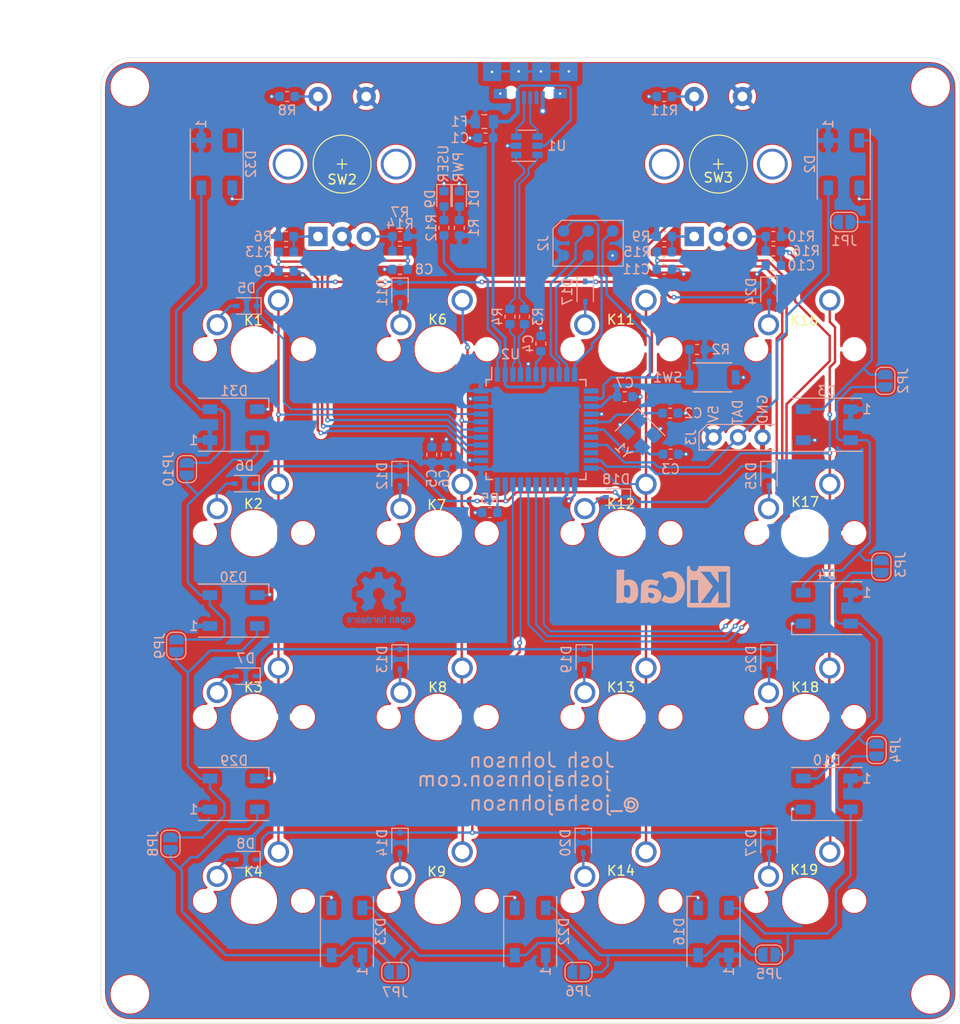
<source format=kicad_pcb>
(kicad_pcb (version 20171130) (host pcbnew "(5.1.2)-1")
  (layers (0 F.Cu signal) (31 B.Cu signal) (34 B.Paste user) (35 F.Paste user) (36 B.SilkS user) (37 F.SilkS user) (38 B.Mask user) (39 F.Mask user) (44 Edge.Cuts user))
  (net 0 "")
  (net 1 GND)
  (net 2 VBUS)
  (net 3 "Net-(C2-Pad1)")
  (net 4 "Net-(C3-Pad1)")
  (net 5 "Net-(C4-Pad1)")
  (net 6 +5V)
  (net 7 "Net-(D1-Pad2)")
  (net 8 /LED_DAT)
  (net 9 "Net-(D2-Pad2)")
  (net 10 "Net-(D3-Pad2)")
  (net 11 "Net-(D10-Pad4)")
  (net 12 "Net-(D5-Pad2)")
  (net 13 /row1)
  (net 14 /row2)
  (net 15 "Net-(D6-Pad2)")
  (net 16 "Net-(D7-Pad2)")
  (net 17 /row3)
  (net 18 /row4)
  (net 19 "Net-(D8-Pad2)")
  (net 20 "Net-(D10-Pad2)")
  (net 21 "Net-(D11-Pad2)")
  (net 22 "Net-(D12-Pad2)")
  (net 23 "Net-(D13-Pad2)")
  (net 24 "Net-(D14-Pad2)")
  (net 25 "Net-(D16-Pad2)")
  (net 26 "Net-(D17-Pad2)")
  (net 27 "Net-(D18-Pad2)")
  (net 28 "Net-(D19-Pad2)")
  (net 29 "Net-(D20-Pad2)")
  (net 30 "Net-(D22-Pad2)")
  (net 31 "Net-(D23-Pad2)")
  (net 32 "Net-(D24-Pad2)")
  (net 33 "Net-(D25-Pad2)")
  (net 34 "Net-(D26-Pad2)")
  (net 35 "Net-(D27-Pad2)")
  (net 36 /MISO)
  (net 37 /MOSI)
  (net 38 /SCK)
  (net 39 /nRST)
  (net 40 /col1)
  (net 41 /col2)
  (net 42 /col3)
  (net 43 /col4)
  (net 44 /D+)
  (net 45 /D-)
  (net 46 "Net-(R5-Pad1)")
  (net 47 "Net-(D29-Pad2)")
  (net 48 "Net-(D30-Pad2)")
  (net 49 "Net-(D31-Pad2)")
  (net 50 /ENC_1_A)
  (net 51 /ENC_1_B)
  (net 52 /ENC_1_SW)
  (net 53 /ENC_2_A)
  (net 54 /ENC_2_B)
  (net 55 /ENC_2_SW)
  (net 56 "Net-(D9-Pad2)")
  (net 57 /USER_LED)
  (net 58 "Net-(J1-Pad3)")
  (net 59 "Net-(J1-Pad2)")
  (net 60 "Net-(R13-Pad1)")
  (net 61 "Net-(R14-Pad1)")
  (net 62 "Net-(R15-Pad1)")
  (net 63 "Net-(R10-Pad2)")
  (net 64 "Net-(R3-Pad1)")
  (net 65 "Net-(R4-Pad1)")
  (module Symbol:OSHW-Logo2_7.3x6mm_Copper (layer B.Cu) (at 127.3 102 180)
    (fp_text reference REF** hide)
    (fp_text value OSHW-Logo2_7.3x6mm_Copper hide)
    (fp_poly (pts (xy 0.10391 2.757652) (xy 0.182454 2.757222) (xy 0.239298 2.756058) (xy 0.278105 2.753793) (xy 0.302538 2.75006) (xy 0.316262 2.744494) (xy 0.32294 2.736727) (xy 0.326236 2.726395) (xy 0.326556 2.725057) (xy 0.331562 2.700921) (xy 0.340829 2.653299) (xy 0.353392 2.587259) (xy 0.368287 2.507872) (xy 0.384551 2.420204) (xy 0.385119 2.417125) (xy 0.40141 2.331211) (xy 0.416652 2.255304) (xy 0.429861 2.193955) (xy 0.440054 2.151718) (xy 0.446248 2.133145) (xy 0.446543 2.132816) (xy 0.464788 2.123747) (xy 0.502405 2.108633) (xy 0.551271 2.090738) (xy 0.551543 2.090642) (xy 0.613093 2.067507) (xy 0.685657 2.038035) (xy 0.754057 2.008403) (xy 0.757294 2.006938) (xy 0.868702 1.956374) (xy 1.115399 2.12484) (xy 1.191077 2.176197) (xy 1.259631 2.222111) (xy 1.317088 2.25997) (xy 1.359476 2.287163) (xy 1.382825 2.301079) (xy 1.385042 2.302111) (xy 1.40201 2.297516) (xy 1.433701 2.275345) (xy 1.481352 2.234553) (xy 1.546198 2.174095) (xy 1.612397 2.109773) (xy 1.676214 2.046388) (xy 1.733329 1.988549) (xy 1.780305 1.939825) (xy 1.813703 1.90379) (xy 1.830085 1.884016) (xy 1.830694 1.882998) (xy 1.832505 1.869428) (xy 1.825683 1.847267) (xy 1.80854 1.813522) (xy 1.779393 1.7652) (xy 1.736555 1.699308) (xy 1.679448 1.614483) (xy 1.628766 1.539823) (xy 1.583461 1.47286) (xy 1.54615 1.417484) (xy 1.519452 1.37758) (xy 1.505985 1.357038) (xy 1.505137 1.355644) (xy 1.506781 1.335962) (xy 1.519245 1.297707) (xy 1.540048 1.248111) (xy 1.547462 1.232272) (xy 1.579814 1.16171) (xy 1.614328 1.081647) (xy 1.642365 1.012371) (xy 1.662568 0.960955) (xy 1.678615 0.921881) (xy 1.687888 0.901459) (xy 1.689041 0.899886) (xy 1.706096 0.897279) (xy 1.746298 0.890137) (xy 1.804302 0.879477) (xy 1.874763 0.866315) (xy 1.952335 0.851667) (xy 2.031672 0.836551) (xy 2.107431 0.821982) (xy 2.174264 0.808978) (xy 2.226828 0.798555) (xy 2.259776 0.79173) (xy 2.267857 0.789801) (xy 2.276205 0.785038) (xy 2.282506 0.774282) (xy 2.287045 0.753902) (xy 2.290104 0.720266) (xy 2.291967 0.669745) (xy 2.292918 0.598708) (xy 2.29324 0.503524) (xy 2.293257 0.464508) (xy 2.293257 0.147201) (xy 2.217057 0.132161) (xy 2.174663 0.124005) (xy 2.1114 0.112101) (xy 2.034962 0.097884) (xy 1.953043 0.08279) (xy 1.9304 0.078645) (xy 1.854806 0.063947) (xy 1.788953 0.049495) (xy 1.738366 0.036625) (xy 1.708574 0.026678) (xy 1.703612 0.023713) (xy 1.691426 0.002717) (xy 1.673953 -0.037967) (xy 1.654577 -0.090322) (xy 1.650734 -0.1016) (xy 1.625339 -0.171523) (xy 1.593817 -0.250418) (xy 1.562969 -0.321266) (xy 1.562817 -0.321595) (xy 1.511447 -0.432733) (xy 1.680399 -0.681253) (xy 1.849352 -0.929772) (xy 1.632429 -1.147058) (xy 1.566819 -1.211726) (xy 1.506979 -1.268733) (xy 1.456267 -1.315033) (xy 1.418046 -1.347584) (xy 1.395675 -1.363343) (xy 1.392466 -1.364343) (xy 1.373626 -1.356469) (xy 1.33518 -1.334578) (xy 1.28133 -1.301267) (xy 1.216276 -1.259131) (xy 1.14594 -1.211943) (xy 1.074555 -1.16381) (xy 1.010908 -1.121928) (xy 0.959041 -1.088871) (xy 0.922995 -1.067218) (xy 0.906867 -1.059543) (xy 0.887189 -1.066037) (xy 0.849875 -1.08315) (xy 0.802621 -1.107326) (xy 0.797612 -1.110013) (xy 0.733977 -1.141927) (xy 0.690341 -1.157579) (xy 0.663202 -1.157745) (xy 0.649057 -1.143204) (xy 0.648975 -1.143) (xy 0.641905 -1.125779) (xy 0.625042 -1.084899) (xy 0.599695 -1.023525) (xy 0.567171 -0.944819) (xy 0.528778 -0.851947) (xy 0.485822 -0.748072) (xy 0.444222 -0.647502) (xy 0.398504 -0.536516) (xy 0.356526 -0.433703) (xy 0.319548 -0.342215) (xy 0.288827 -0.265201) (xy 0.265622 -0.205815) (xy 0.25119 -0.167209) (xy 0.246743 -0.1528) (xy 0.257896 -0.136272) (xy 0.287069 -0.10993) (xy 0.325971 -0.080887) (xy 0.436757 0.010961) (xy 0.523351 0.116241) (xy 0.584716 0.232734) (xy 0.619815 0.358224) (xy 0.627608 0.490493) (xy 0.621943 0.551543) (xy 0.591078 0.678205) (xy 0.53792 0.790059) (xy 0.465767 0.885999) (xy 0.377917 0.964924) (xy 0.277665 1.02573) (xy 0.16831 1.067313) (xy 0.053147 1.088572) (xy -0.064525 1.088401) (xy -0.18141 1.065699) (xy -0.294211 1.019362) (xy -0.399631 0.948287) (xy -0.443632 0.908089) (xy -0.528021 0.804871) (xy -0.586778 0.692075) (xy -0.620296 0.57299) (xy -0.628965 0.450905) (xy -0.613177 0.329107) (xy -0.573322 0.210884) (xy -0.509793 0.099525) (xy -0.422979 -0.001684) (xy -0.325971 -0.080887) (xy -0.285563 -0.111162) (xy -0.257018 -0.137219) (xy -0.246743 -0.152825) (xy -0.252123 -0.169843) (xy -0.267425 -0.2105) (xy -0.291388 -0.271642) (xy -0.322756 -0.350119) (xy -0.360268 -0.44278) (xy -0.402667 -0.546472) (xy -0.444337 -0.647526) (xy -0.49031 -0.758607) (xy -0.532893 -0.861541) (xy -0.570779 -0.953165) (xy -0.60266 -1.030316) (xy -0.627229 -1.089831) (xy -0.64318 -1.128544) (xy -0.64909 -1.143) (xy -0.663052 -1.157685) (xy -0.69006 -1.157642) (xy -0.733587 -1.142099) (xy -0.79711 -1.110284) (xy -0.797612 -1.110013) (xy -0.84544 -1.085323) (xy -0.884103 -1.067338) (xy -0.905905 -1.059614) (xy -0.906867 -1.059543) (xy -0.923279 -1.067378) (xy -0.959513 -1.089165) (xy -1.011526 -1.122328) (xy -1.075275 -1.164291) (xy -1.14594 -1.211943) (xy -1.217884 -1.260191) (xy -1.282726 -1.302151) (xy -1.336265 -1.335227) (xy -1.374303 -1.356821) (xy -1.392467 -1.364343) (xy -1.409192 -1.354457) (xy -1.44282 -1.326826) (xy -1.48999 -1.284495) (xy -1.547342 -1.230505) (xy -1.611516 -1.167899) (xy -1.632503 -1.146983) (xy -1.849501 -0.929623) (xy -1.684332 -0.68722) (xy -1.634136 -0.612781) (xy -1.590081 -0.545972) (xy -1.554638 -0.490665) (xy -1.530281 -0.450729) (xy -1.519478 -0.430036) (xy -1.519162 -0.428563) (xy -1.524857 -0.409058) (xy -1.540174 -0.369822) (xy -1.562463 -0.31743) (xy -1.578107 -0.282355) (xy -1.607359 -0.215201) (xy -1.634906 -0.147358) (xy -1.656263 -0.090034) (xy -1.662065 -0.072572) (xy -1.678548 -0.025938) (xy -1.69466 0.010095) (xy -1.70351 0.023713) (xy -1.72304 0.032048) (xy -1.765666 0.043863) (xy -1.825855 0.057819) (xy -1.898078 0.072578) (xy -1.9304 0.078645) (xy -2.012478 0.093727) (xy -2.091205 0.108331) (xy -2.158891 0.12102) (xy -2.20784 0.130358) (xy -2.217057 0.132161) (xy -2.293257 0.147201) (xy -2.293257 0.464508) (xy -2.293086 0.568846) (xy -2.292384 0.647787) (xy -2.290866 0.704962) (xy -2.288251 0.744001) (xy -2.284254 0.768535) (xy -2.278591 0.782195) (xy -2.27098 0.788611) (xy -2.267857 0.789801) (xy -2.249022 0.79402) (xy -2.207412 0.802438) (xy -2.14837 0.814039) (xy -2.077243 0.827805) (xy -1.999375 0.84272) (xy -1.920113 0.857768) (xy -1.844802 0.871931) (xy -1.778787 0.884194) (xy -1.727413 0.893539) (xy -1.696025 0.89895) (xy -1.689041 0.899886) (xy -1.682715 0.912404) (xy -1.66871 0.945754) (xy -1.649645 0.993623) (xy -1.642366 1.012371) (xy -1.613004 1.084805) (xy -1.578429 1.16483) (xy -1.547463 1.232272) (xy -1.524677 1.283841) (xy -1.509518 1.326215) (xy -1.504458 1.352166) (xy -1.505264 1.355644) (xy -1.515959 1.372064) (xy -1.54038 1.408583) (xy -1.575905 1.461313) (xy -1.619913 1.526365) (xy -1.669783 1.599849) (xy -1.679644 1.614355) (xy -1.737508 1.700296) (xy -1.780044 1.765739) (xy -1.808946 1.813696) (xy -1.82591 1.84718) (xy -1.832633 1.869205) (xy -1.83081 1.882783) (xy -1.830764 1.882869) (xy -1.816414 1.900703) (xy -1.784677 1.935183) (xy -1.73899 1.982732) (xy -1.682796 2.039778) (xy -1.619532 2.102745) (xy -1.612398 2.109773) (xy -1.53267 2.18698) (xy -1.471143 2.24367) (xy -1.426579 2.28089) (xy -1.397743 2.299685) (xy -1.385042 2.302111) (xy -1.366506 2.291529) (xy -1.328039 2.267084) (xy -1.273614 2.231388) (xy -1.207202 2.187053) (xy -1.132775 2.136689) (xy -1.115399 2.12484) (xy -0.868703 1.956374) (xy -0.757294 2.006938) (xy -0.689543 2.036405) (xy -0.616817 2.066041) (xy -0.554297 2.08967) (xy -0.551543 2.090642) (xy -0.50264 2.108543) (xy -0.464943 2.12368) (xy -0.446575 2.13279) (xy -0.446544 2.132816) (xy -0.440715 2.149283) (xy -0.430808 2.189781) (xy -0.417805 2.249758) (xy -0.402691 2.32466) (xy -0.386448 2.409936) (xy -0.385119 2.417125) (xy -0.368825 2.504986) (xy -0.353867 2.58474) (xy -0.341209 2.651319) (xy -0.331814 2.699653) (xy -0.326646 2.724675) (xy -0.326556 2.725057) (xy -0.323411 2.735701) (xy -0.317296 2.743738) (xy -0.304547 2.749533) (xy -0.2815 2.753453) (xy -0.244491 2.755865) (xy -0.189856 2.757135) (xy -0.113933 2.757629) (xy -0.013056 2.757714) (xy 0 2.757714) (xy 0.10391 2.757652)) (layer B.Cu) (width 0.01))
    (fp_poly (pts (xy 3.153595 -1.966966) (xy 3.211021 -2.004497) (xy 3.238719 -2.038096) (xy 3.260662 -2.099064) (xy 3.262405 -2.147308) (xy 3.258457 -2.211816) (xy 3.109686 -2.276934) (xy 3.037349 -2.310202) (xy 2.990084 -2.336964) (xy 2.965507 -2.360144) (xy 2.961237 -2.382667) (xy 2.974889 -2.407455) (xy 2.989943 -2.423886) (xy 3.033746 -2.450235) (xy 3.081389 -2.452081) (xy 3.125145 -2.431546) (xy 3.157289 -2.390752) (xy 3.163038 -2.376347) (xy 3.190576 -2.331356) (xy 3.222258 -2.312182) (xy 3.265714 -2.295779) (xy 3.265714 -2.357966) (xy 3.261872 -2.400283) (xy 3.246823 -2.435969) (xy 3.21528 -2.476943) (xy 3.210592 -2.482267) (xy 3.175506 -2.51872) (xy 3.145347 -2.538283) (xy 3.107615 -2.547283) (xy 3.076335 -2.55023) (xy 3.020385 -2.550965) (xy 2.980555 -2.54166) (xy 2.955708 -2.527846) (xy 2.916656 -2.497467) (xy 2.889625 -2.464613) (xy 2.872517 -2.423294) (xy 2.863238 -2.367521) (xy 2.859693 -2.291305) (xy 2.85941 -2.252622) (xy 2.860372 -2.206247) (xy 2.948007 -2.206247) (xy 2.949023 -2.231126) (xy 2.951556 -2.2352) (xy 2.968274 -2.229665) (xy 3.004249 -2.215017) (xy 3.052331 -2.19419) (xy 3.062386 -2.189714) (xy 3.123152 -2.158814) (xy 3.156632 -2.131657) (xy 3.16399 -2.10622) (xy 3.146391 -2.080481) (xy 3.131856 -2.069109) (xy 3.07941 -2.046364) (xy 3.030322 -2.050122) (xy 2.989227 -2.077884) (xy 2.960758 -2.127152) (xy 2.951631 -2.166257) (xy 2.948007 -2.206247) (xy 2.860372 -2.206247) (xy 2.861285 -2.162249) (xy 2.868196 -2.095384) (xy 2.881884 -2.046695) (xy 2.904096 -2.010849) (xy 2.936574 -1.982513) (xy 2.950733 -1.973355) (xy 3.015053 -1.949507) (xy 3.085473 -1.948006) (xy 3.153595 -1.966966)) (layer B.Cu) (width 0.01))
    (fp_poly (pts (xy 2.6526 -1.958752) (xy 2.669948 -1.966334) (xy 2.711356 -1.999128) (xy 2.746765 -2.046547) (xy 2.768664 -2.097151) (xy 2.772229 -2.122098) (xy 2.760279 -2.156927) (xy 2.734067 -2.175357) (xy 2.705964 -2.186516) (xy 2.693095 -2.188572) (xy 2.686829 -2.173649) (xy 2.674456 -2.141175) (xy 2.669028 -2.126502) (xy 2.63859 -2.075744) (xy 2.59452 -2.050427) (xy 2.53801 -2.051206) (xy 2.533825 -2.052203) (xy 2.503655 -2.066507) (xy 2.481476 -2.094393) (xy 2.466327 -2.139287) (xy 2.45725 -2.204615) (xy 2.453286 -2.293804) (xy 2.452914 -2.341261) (xy 2.45273 -2.416071) (xy 2.451522 -2.467069) (xy 2.448309 -2.499471) (xy 2.442109 -2.518495) (xy 2.43194 -2.529356) (xy 2.416819 -2.537272) (xy 2.415946 -2.53767) (xy 2.386828 -2.549981) (xy 2.372403 -2.554514) (xy 2.370186 -2.540809) (xy 2.368289 -2.502925) (xy 2.366847 -2.445715) (xy 2.365998 -2.374027) (xy 2.365829 -2.321565) (xy 2.366692 -2.220047) (xy 2.37007 -2.143032) (xy 2.377142 -2.086023) (xy 2.389088 -2.044526) (xy 2.40709 -2.014043) (xy 2.432327 -1.99008) (xy 2.457247 -1.973355) (xy 2.517171 -1.951097) (xy 2.586911 -1.946076) (xy 2.6526 -1.958752)) (layer B.Cu) (width 0.01))
    (fp_poly (pts (xy 2.144876 -1.956335) (xy 2.186667 -1.975344) (xy 2.219469 -1.998378) (xy 2.243503 -2.024133) (xy 2.260097 -2.057358) (xy 2.270577 -2.1028) (xy 2.276271 -2.165207) (xy 2.278507 -2.249327) (xy 2.278743 -2.304721) (xy 2.278743 -2.520826) (xy 2.241774 -2.53767) (xy 2.212656 -2.549981) (xy 2.198231 -2.554514) (xy 2.195472 -2.541025) (xy 2.193282 -2.504653) (xy 2.191942 -2.451542) (xy 2.191657 -2.409372) (xy 2.190434 -2.348447) (xy 2.187136 -2.300115) (xy 2.182321 -2.270518) (xy 2.178496 -2.264229) (xy 2.152783 -2.270652) (xy 2.112418 -2.287125) (xy 2.065679 -2.309458) (xy 2.020845 -2.333457) (xy 1.986193 -2.35493) (xy 1.970002 -2.369685) (xy 1.969938 -2.369845) (xy 1.97133 -2.397152) (xy 1.983818 -2.423219) (xy 2.005743 -2.444392) (xy 2.037743 -2.451474) (xy 2.065092 -2.450649) (xy 2.103826 -2.450042) (xy 2.124158 -2.459116) (xy 2.136369 -2.483092) (xy 2.137909 -2.487613) (xy 2.143203 -2.521806) (xy 2.129047 -2.542568) (xy 2.092148 -2.552462) (xy 2.052289 -2.554292) (xy 1.980562 -2.540727) (xy 1.943432 -2.521355) (xy 1.897576 -2.475845) (xy 1.873256 -2.419983) (xy 1.871073 -2.360957) (xy 1.891629 -2.305953) (xy 1.922549 -2.271486) (xy 1.95342 -2.252189) (xy 2.001942 -2.227759) (xy 2.058485 -2.202985) (xy 2.06791 -2.199199) (xy 2.130019 -2.171791) (xy 2.165822 -2.147634) (xy 2.177337 -2.123619) (xy 2.16658 -2.096635) (xy 2.148114 -2.075543) (xy 2.104469 -2.049572) (xy 2.056446 -2.047624) (xy 2.012406 -2.067637) (xy 1.980709 -2.107551) (xy 1.976549 -2.117848) (xy 1.952327 -2.155724) (xy 1.916965 -2.183842) (xy 1.872343 -2.206917) (xy 1.872343 -2.141485) (xy 1.874969 -2.101506) (xy 1.88623 -2.069997) (xy 1.911199 -2.036378) (xy 1.935169 -2.010484) (xy 1.972441 -1.973817) (xy 2.001401 -1.954121) (xy 2.032505 -1.94622) (xy 2.067713 -1.944914) (xy 2.144876 -1.956335)) (layer B.Cu) (width 0.01))
    (fp_poly (pts (xy 1.779833 -1.958663) (xy 1.782048 -1.99685) (xy 1.783784 -2.054886) (xy 1.784899 -2.12818) (xy 1.785257 -2.205055) (xy 1.785257 -2.465196) (xy 1.739326 -2.511127) (xy 1.707675 -2.539429) (xy 1.67989 -2.550893) (xy 1.641915 -2.550168) (xy 1.62684 -2.548321) (xy 1.579726 -2.542948) (xy 1.540756 -2.539869) (xy 1.531257 -2.539585) (xy 1.499233 -2.541445) (xy 1.453432 -2.546114) (xy 1.435674 -2.548321) (xy 1.392057 -2.551735) (xy 1.362745 -2.54432) (xy 1.33368 -2.521427) (xy 1.323188 -2.511127) (xy 1.277257 -2.465196) (xy 1.277257 -1.978602) (xy 1.314226 -1.961758) (xy 1.346059 -1.949282) (xy 1.364683 -1.944914) (xy 1.369458 -1.958718) (xy 1.373921 -1.997286) (xy 1.377775 -2.056356) (xy 1.380722 -2.131663) (xy 1.382143 -2.195286) (xy 1.386114 -2.445657) (xy 1.420759 -2.450556) (xy 1.452268 -2.447131) (xy 1.467708 -2.436041) (xy 1.472023 -2.415308) (xy 1.475708 -2.371145) (xy 1.478469 -2.309146) (xy 1.480012 -2.234909) (xy 1.480235 -2.196706) (xy 1.480457 -1.976783) (xy 1.526166 -1.960849) (xy 1.558518 -1.950015) (xy 1.576115 -1.944962) (xy 1.576623 -1.944914) (xy 1.578388 -1.958648) (xy 1.580329 -1.99673) (xy 1.582282 -2.054482) (xy 1.584084 -2.127227) (xy 1.585343 -2.195286) (xy 1.589314 -2.445657) (xy 1.6764 -2.445657) (xy 1.680396 -2.21724) (xy 1.684392 -1.988822) (xy 1.726847 -1.966868) (xy 1.758192 -1.951793) (xy 1.776744 -1.944951) (xy 1.777279 -1.944914) (xy 1.779833 -1.958663)) (layer B.Cu) (width 0.01))
    (fp_poly (pts (xy 1.190117 -2.065358) (xy 1.189933 -2.173837) (xy 1.189219 -2.257287) (xy 1.187675 -2.319704) (xy 1.185001 -2.365085) (xy 1.180894 -2.397429) (xy 1.175055 -2.420733) (xy 1.167182 -2.438995) (xy 1.161221 -2.449418) (xy 1.111855 -2.505945) (xy 1.049264 -2.541377) (xy 0.980013 -2.55409) (xy 0.910668 -2.542463) (xy 0.869375 -2.521568) (xy 0.826025 -2.485422) (xy 0.796481 -2.441276) (xy 0.778655 -2.383462) (xy 0.770463 -2.306313) (xy 0.769302 -2.249714) (xy 0.769458 -2.245647) (xy 0.870857 -2.245647) (xy 0.871476 -2.31055) (xy 0.874314 -2.353514) (xy 0.88084 -2.381622) (xy 0.892523 -2.401953) (xy 0.906483 -2.417288) (xy 0.953365 -2.44689) (xy 1.003701 -2.449419) (xy 1.051276 -2.424705) (xy 1.054979 -2.421356) (xy 1.070783 -2.403935) (xy 1.080693 -2.383209) (xy 1.086058 -2.352362) (xy 1.088228 -2.304577) (xy 1.088571 -2.251748) (xy 1.087827 -2.185381) (xy 1.084748 -2.141106) (xy 1.078061 -2.112009) (xy 1.066496 -2.091173) (xy 1.057013 -2.080107) (xy 1.01296 -2.052198) (xy 0.962224 -2.048843) (xy 0.913796 -2.070159) (xy 0.90445 -2.078073) (xy 0.88854 -2.095647) (xy 0.87861 -2.116587) (xy 0.873278 -2.147782) (xy 0.871163 -2.196122) (xy 0.870857 -2.245647) (xy 0.769458 -2.245647) (xy 0.77281 -2.158568) (xy 0.784726 -2.090086) (xy 0.807135 -2.0386) (xy 0.842124 -1.998443) (xy 0.869375 -1.977861) (xy 0.918907 -1.955625) (xy 0.976316 -1.945304) (xy 1.029682 -1.948067) (xy 1.059543 -1.959212) (xy 1.071261 -1.962383) (xy 1.079037 -1.950557) (xy 1.084465 -1.918866) (xy 1.088571 -1.870593) (xy 1.093067 -1.816829) (xy 1.099313 -1.784482) (xy 1.110676 -1.765985) (xy 1.130528 -1.75377) (xy 1.143 -1.748362) (xy 1.190171 -1.728601) (xy 1.190117 -2.065358)) (layer B.Cu) (width 0.01))
    (fp_poly (pts (xy 0.529926 -1.949755) (xy 0.595858 -1.974084) (xy 0.649273 -2.017117) (xy 0.670164 -2.047409) (xy 0.692939 -2.102994) (xy 0.692466 -2.143186) (xy 0.668562 -2.170217) (xy 0.659717 -2.174813) (xy 0.62153 -2.189144) (xy 0.602028 -2.185472) (xy 0.595422 -2.161407) (xy 0.595086 -2.148114) (xy 0.582992 -2.09921) (xy 0.551471 -2.064999) (xy 0.507659 -2.048476) (xy 0.458695 -2.052634) (xy 0.418894 -2.074227) (xy 0.40545 -2.086544) (xy 0.395921 -2.101487) (xy 0.389485 -2.124075) (xy 0.385317 -2.159328) (xy 0.382597 -2.212266) (xy 0.380502 -2.287907) (xy 0.37996 -2.311857) (xy 0.377981 -2.39379) (xy 0.375731 -2.451455) (xy 0.372357 -2.489608) (xy 0.367006 -2.513004) (xy 0.358824 -2.526398) (xy 0.346959 -2.534545) (xy 0.339362 -2.538144) (xy 0.307102 -2.550452) (xy 0.288111 -2.554514) (xy 0.281836 -2.540948) (xy 0.278006 -2.499934) (xy 0.2766 -2.430999) (xy 0.277598 -2.333669) (xy 0.277908 -2.318657) (xy 0.280101 -2.229859) (xy 0.282693 -2.165019) (xy 0.286382 -2.119067) (xy 0.291864 -2.086935) (xy 0.299835 -2.063553) (xy 0.310993 -2.043852) (xy 0.31683 -2.03541) (xy 0.350296 -1.998057) (xy 0.387727 -1.969003) (xy 0.392309 -1.966467) (xy 0.459426 -1.946443) (xy 0.529926 -1.949755)) (layer B.Cu) (width 0.01))
    (fp_poly (pts (xy 0.039744 -1.950968) (xy 0.096616 -1.972087) (xy 0.097267 -1.972493) (xy 0.13244 -1.99838) (xy 0.158407 -2.028633) (xy 0.17667 -2.068058) (xy 0.188732 -2.121462) (xy 0.196096 -2.193651) (xy 0.200264 -2.289432) (xy 0.200629 -2.303078) (xy 0.205876 -2.508842) (xy 0.161716 -2.531678) (xy 0.129763 -2.54711) (xy 0.11047 -2.554423) (xy 0.109578 -2.554514) (xy 0.106239 -2.541022) (xy 0.103587 -2.504626) (xy 0.101956 -2.451452) (xy 0.1016 -2.408393) (xy 0.101592 -2.338641) (xy 0.098403 -2.294837) (xy 0.087288 -2.273944) (xy 0.063501 -2.272925) (xy 0.022296 -2.288741) (xy -0.039914 -2.317815) (xy -0.085659 -2.341963) (xy -0.109187 -2.362913) (xy -0.116104 -2.385747) (xy -0.116114 -2.386877) (xy -0.104701 -2.426212) (xy -0.070908 -2.447462) (xy -0.019191 -2.450539) (xy 0.018061 -2.450006) (xy 0.037703 -2.460735) (xy 0.049952 -2.486505) (xy 0.057002 -2.519337) (xy 0.046842 -2.537966) (xy 0.043017 -2.540632) (xy 0.007001 -2.55134) (xy -0.043434 -2.552856) (xy -0.095374 -2.545759) (xy -0.132178 -2.532788) (xy -0.183062 -2.489585) (xy -0.211986 -2.429446) (xy -0.217714 -2.382462) (xy -0.213343 -2.340082) (xy -0.197525 -2.305488) (xy -0.166203 -2.274763) (xy -0.115322 -2.24399) (xy -0.040824 -2.209252) (xy -0.036286 -2.207288) (xy 0.030821 -2.176287) (xy 0.072232 -2.150862) (xy 0.089981 -2.128014) (xy 0.086107 -2.104745) (xy 0.062643 -2.078056) (xy 0.055627 -2.071914) (xy 0.00863 -2.0481) (xy -0.040067 -2.049103) (xy -0.082478 -2.072451) (xy -0.110616 -2.115675) (xy -0.113231 -2.12416) (xy -0.138692 -2.165308) (xy -0.170999 -2.185128) (xy -0.217714 -2.20477) (xy -0.217714 -2.15395) (xy -0.203504 -2.080082) (xy -0.161325 -2.012327) (xy -0.139376 -1.989661) (xy -0.089483 -1.960569) (xy -0.026033 -1.9474) (xy 0.039744 -1.950968)) (layer B.Cu) (width 0.01))
    (fp_poly (pts (xy -0.624114 -1.851289) (xy -0.619861 -1.910613) (xy -0.614975 -1.945572) (xy -0.608205 -1.96082) (xy -0.598298 -1.961015) (xy -0.595086 -1.959195) (xy -0.552356 -1.946015) (xy -0.496773 -1.946785) (xy -0.440263 -1.960333) (xy -0.404918 -1.977861) (xy -0.368679 -2.005861) (xy -0.342187 -2.037549) (xy -0.324001 -2.077813) (xy -0.312678 -2.131543) (xy -0.306778 -2.203626) (xy -0.304857 -2.298951) (xy -0.304823 -2.317237) (xy -0.3048 -2.522646) (xy -0.350509 -2.53858) (xy -0.382973 -2.54942) (xy -0.400785 -2.554468) (xy -0.401309 -2.554514) (xy -0.403063 -2.540828) (xy -0.404556 -2.503076) (xy -0.405674 -2.446224) (xy -0.406303 -2.375234) (xy -0.4064 -2.332073) (xy -0.406602 -2.246973) (xy -0.407642 -2.185981) (xy -0.410169 -2.144177) (xy -0.414836 -2.116642) (xy -0.422293 -2.098456) (xy -0.433189 -2.084698) (xy -0.439993 -2.078073) (xy -0.486728 -2.051375) (xy -0.537728 -2.049375) (xy -0.583999 -2.071955) (xy -0.592556 -2.080107) (xy -0.605107 -2.095436) (xy -0.613812 -2.113618) (xy -0.619369 -2.139909) (xy -0.622474 -2.179562) (xy -0.623824 -2.237832) (xy -0.624114 -2.318173) (xy -0.624114 -2.522646) (xy -0.669823 -2.53858) (xy -0.702287 -2.54942) (xy -0.720099 -2.554468) (xy -0.720623 -2.554514) (xy -0.721963 -2.540623) (xy -0.723172 -2.501439) (xy -0.724199 -2.4407) (xy -0.724998 -2.362141) (xy -0.725519 -2.269498) (xy -0.725714 -2.166509) (xy -0.725714 -1.769342) (xy -0.678543 -1.749444) (xy -0.631371 -1.729547) (xy -0.624114 -1.851289)) (layer B.Cu) (width 0.01))
    (fp_poly (pts (xy -1.831697 -1.931239) (xy -1.774473 -1.969735) (xy -1.730251 -2.025335) (xy -1.703833 -2.096086) (xy -1.69849 -2.148162) (xy -1.699097 -2.169893) (xy -1.704178 -2.186531) (xy -1.718145 -2.201437) (xy -1.745411 -2.217973) (xy -1.790388 -2.239498) (xy -1.857489 -2.269374) (xy -1.857829 -2.269524) (xy -1.919593 -2.297813) (xy -1.970241 -2.322933) (xy -2.004596 -2.342179) (xy -2.017482 -2.352848) (xy -2.017486 -2.352934) (xy -2.006128 -2.376166) (xy -1.979569 -2.401774) (xy -1.949077 -2.420221) (xy -1.93363 -2.423886) (xy -1.891485 -2.411212) (xy -1.855192 -2.379471) (xy -1.837483 -2.344572) (xy -1.820448 -2.318845) (xy -1.787078 -2.289546) (xy -1.747851 -2.264235) (xy -1.713244 -2.250471) (xy -1.706007 -2.249714) (xy -1.697861 -2.26216) (xy -1.69737 -2.293972) (xy -1.703357 -2.336866) (xy -1.714643 -2.382558) (xy -1.73005 -2.422761) (xy -1.730829 -2.424322) (xy -1.777196 -2.489062) (xy -1.837289 -2.533097) (xy -1.905535 -2.554711) (xy -1.976362 -2.552185) (xy -2.044196 -2.523804) (xy -2.047212 -2.521808) (xy -2.100573 -2.473448) (xy -2.13566 -2.410352) (xy -2.155078 -2.327387) (xy -2.157684 -2.304078) (xy -2.162299 -2.194055) (xy -2.156767 -2.142748) (xy -2.017486 -2.142748) (xy -2.015676 -2.174753) (xy -2.005778 -2.184093) (xy -1.981102 -2.177105) (xy -1.942205 -2.160587) (xy -1.898725 -2.139881) (xy -1.897644 -2.139333) (xy -1.860791 -2.119949) (xy -1.846 -2.107013) (xy -1.849647 -2.093451) (xy -1.865005 -2.075632) (xy -1.904077 -2.049845) (xy -1.946154 -2.04795) (xy -1.983897 -2.066717) (xy -2.009966 -2.102915) (xy -2.017486 -2.142748) (xy -2.156767 -2.142748) (xy -2.152806 -2.106027) (xy -2.12845 -2.036212) (xy -2.094544 -1.987302) (xy -2.033347 -1.937878) (xy -1.965937 -1.913359) (xy -1.89712 -1.911797) (xy -1.831697 -1.931239)) (layer B.Cu) (width 0.01))
    (fp_poly (pts (xy -2.958885 -1.921962) (xy -2.890855 -1.957733) (xy -2.840649 -2.015301) (xy -2.822815 -2.052312) (xy -2.808937 -2.107882) (xy -2.801833 -2.178096) (xy -2.80116 -2.254727) (xy -2.806573 -2.329552) (xy -2.81773 -2.394342) (xy -2.834286 -2.440873) (xy -2.839374 -2.448887) (xy -2.899645 -2.508707) (xy -2.971231 -2.544535) (xy -3.048908 -2.55502) (xy -3.127452 -2.53881) (xy -3.149311 -2.529092) (xy -3.191878 -2.499143) (xy -3.229237 -2.459433) (xy -3.232768 -2.454397) (xy -3.247119 -2.430124) (xy -3.256606 -2.404178) (xy -3.26221 -2.370022) (xy -3.264914 -2.321119) (xy -3.265701 -2.250935) (xy -3.265714 -2.2352) (xy -3.265678 -2.230192) (xy -3.120571 -2.230192) (xy -3.119727 -2.29643) (xy -3.116404 -2.340386) (xy -3.109417 -2.368779) (xy -3.097584 -2.388325) (xy -3.091543 -2.394857) (xy -3.056814 -2.41968) (xy -3.023097 -2.418548) (xy -2.989005 -2.397016) (xy -2.968671 -2.374029) (xy -2.956629 -2.340478) (xy -2.949866 -2.287569) (xy -2.949402 -2.281399) (xy -2.948248 -2.185513) (xy -2.960312 -2.114299) (xy -2.98543 -2.068194) (xy -3.02344 -2.047635) (xy -3.037008 -2.046514) (xy -3.072636 -2.052152) (xy -3.097006 -2.071686) (xy -3.111907 -2.109042) (xy -3.119125 -2.16815) (xy -3.120571 -2.230192) (xy -3.265678 -2.230192) (xy -3.265174 -2.160413) (xy -3.262904 -2.108159) (xy -3.257932 -2.071949) (xy -3.249287 -2.045299) (xy -3.235995 -2.021722) (xy -3.233057 -2.017338) (xy -3.183687 -1.958249) (xy -3.129891 -1.923947) (xy -3.064398 -1.910331) (xy -3.042158 -1.909665) (xy -2.958885 -1.921962)) (layer B.Cu) (width 0.01))
    (fp_poly (pts (xy -1.283907 -1.92778) (xy -1.237328 -1.954723) (xy -1.204943 -1.981466) (xy -1.181258 -2.009484) (xy -1.164941 -2.043748) (xy -1.154661 -2.089227) (xy -1.149086 -2.150892) (xy -1.146884 -2.233711) (xy -1.146629 -2.293246) (xy -1.146629 -2.512391) (xy -1.208314 -2.540044) (xy -1.27 -2.567697) (xy -1.277257 -2.32767) (xy -1.280256 -2.238028) (xy -1.283402 -2.172962) (xy -1.287299 -2.128026) (xy -1.292553 -2.09877) (xy -1.299769 -2.080748) (xy -1.30955 -2.069511) (xy -1.312688 -2.067079) (xy -1.360239 -2.048083) (xy -1.408303 -2.0556) (xy -1.436914 -2.075543) (xy -1.448553 -2.089675) (xy -1.456609 -2.10822) (xy -1.461729 -2.136334) (xy -1.464559 -2.179173) (xy -1.465744 -2.241895) (xy -1.465943 -2.307261) (xy -1.465982 -2.389268) (xy -1.467386 -2.447316) (xy -1.472086 -2.486465) (xy -1.482013 -2.51178) (xy -1.499097 -2.528323) (xy -1.525268 -2.541156) (xy -1.560225 -2.554491) (xy -1.598404 -2.569007) (xy -1.593859 -2.311389) (xy -1.592029 -2.218519) (xy -1.589888 -2.149889) (xy -1.586819 -2.100711) (xy -1.582206 -2.066198) (xy -1.575432 -2.041562) (xy -1.565881 -2.022016) (xy -1.554366 -2.00477) (xy -1.49881 -1.94968) (xy -1.43102 -1.917822) (xy -1.357287 -1.910191) (xy -1.283907 -1.92778)) (layer B.Cu) (width 0.01))
    (fp_poly (pts (xy -2.400256 -1.919918) (xy -2.344799 -1.947568) (xy -2.295852 -1.99848) (xy -2.282371 -2.017338) (xy -2.267686 -2.042015) (xy -2.258158 -2.068816) (xy -2.252707 -2.104587) (xy -2.250253 -2.156169) (xy -2.249714 -2.224267) (xy -2.252148 -2.317588) (xy -2.260606 -2.387657) (xy -2.276826 -2.439931) (xy -2.302546 -2.479869) (xy -2.339503 -2.512929) (xy -2.342218 -2.514886) (xy -2.37864 -2.534908) (xy -2.422498 -2.544815) (xy -2.478276 -2.547257) (xy -2.568952 -2.547257) (xy -2.56899 -2.635283) (xy -2.569834 -2.684308) (xy -2.574976 -2.713065) (xy -2.588413 -2.730311) (xy -2.614142 -2.744808) (xy -2.620321 -2.747769) (xy -2.649236 -2.761648) (xy -2.671624 -2.770414) (xy -2.688271 -2.771171) (xy -2.699964 -2.761023) (xy -2.70749 -2.737073) (xy -2.711634 -2.696426) (xy -2.713185 -2.636186) (xy -2.712929 -2.553455) (xy -2.711651 -2.445339) (xy -2.711252 -2.413) (xy -2.709815 -2.301524) (xy -2.708528 -2.228603) (xy -2.569029 -2.228603) (xy -2.568245 -2.290499) (xy -2.56476 -2.330997) (xy -2.556876 -2.357708) (xy -2.542895 -2.378244) (xy -2.533403 -2.38826) (xy -2.494596 -2.417567) (xy -2.460237 -2.419952) (xy -2.424784 -2.39575) (xy -2.423886 -2.394857) (xy -2.409461 -2.376153) (xy -2.400687 -2.350732) (xy -2.396261 -2.311584) (xy -2.394882 -2.251697) (xy -2.394857 -2.23843) (xy -2.398188 -2.155901) (xy -2.409031 -2.098691) (xy -2.42866 -2.063766) (xy -2.45835 -2.048094) (xy -2.475509 -2.046514) (xy -2.516234 -2.053926) (xy -2.544168 -2.07833) (xy -2.560983 -2.12298) (xy -2.56835 -2.19113) (xy -2.569029 -2.228603) (xy -2.708528 -2.228603) (xy -2.708292 -2.215245) (xy -2.706323 -2.150333) (xy -2.70355 -2.102958) (xy -2.699612 -2.06929) (xy -2.694151 -2.045498) (xy -2.686808 -2.027753) (xy -2.677223 -2.012224) (xy -2.673113 -2.006381) (xy -2.618595 -1.951185) (xy -2.549664 -1.91989) (xy -2.469928 -1.911165) (xy -2.400256 -1.919918)) (layer B.Cu) (width 0.01))
  )
  (module Symbol:Symbol_KiCAD-Logo_CopperAndSilkScreenTop (layer B.Cu) (at 157.8 100.6 180)
    (fp_text reference REF** hide)
    (fp_text value "KiCAD Logo" hide)
  )
  (module Resistor_SMD:R_0603_1608Metric (layer B.Cu) (at 168.2 66)
    (fp_text reference R16 (at 3.4 0) (layer B.SilkS) (effects (justify mirror)))
    (fp_text value 10K)
    (pad 2 smd roundrect (at 0.7875 0) (size 0.875 0.95) (layers B.Cu B.Paste B.Mask) (net 54 /ENC_2_B))
    (pad 1 smd roundrect (at -0.7875 0) (size 0.875 0.95) (layers B.Cu B.Paste B.Mask) (net 63 "Net-(R10-Pad2)"))
  )
  (module Resistor_SMD:R_0603_1608Metric (layer B.Cu) (at 156.9 66.1 180)
    (fp_text reference R15 (at 2.8 0) (layer B.SilkS) (effects (justify mirror)))
    (fp_text value 10K)
    (pad 2 smd roundrect (at 0.7875 0 180) (size 0.875 0.95) (layers B.Cu B.Paste B.Mask) (net 53 /ENC_2_A))
    (pad 1 smd roundrect (at -0.7875 0 180) (size 0.875 0.95) (layers B.Cu B.Paste B.Mask) (net 62 "Net-(R15-Pad1)"))
  )
  (module Resistor_SMD:R_0603_1608Metric (layer B.Cu) (at 129.5 66)
    (fp_text reference R14 (at 0 -2.8) (layer B.SilkS) (effects (justify mirror)))
    (fp_text value 10K)
    (pad 2 smd roundrect (at 0.7875 0) (size 0.875 0.95) (layers B.Cu B.Paste B.Mask) (net 51 /ENC_1_B))
    (pad 1 smd roundrect (at -0.7875 0) (size 0.875 0.95) (layers B.Cu B.Paste B.Mask) (net 61 "Net-(R14-Pad1)"))
  )
  (module Resistor_SMD:R_0603_1608Metric (layer B.Cu) (at 117.7 66.1 180)
    (fp_text reference R13 (at 2.8 0) (layer B.SilkS) (effects (justify mirror)))
    (fp_text value 10K)
    (pad 2 smd roundrect (at 0.7875 0 180) (size 0.875 0.95) (layers B.Cu B.Paste B.Mask) (net 50 /ENC_1_A))
    (pad 1 smd roundrect (at -0.7875 0 180) (size 0.875 0.95) (layers B.Cu B.Paste B.Mask) (net 60 "Net-(R13-Pad1)"))
  )
  (module Capacitor_SMD:C_0603_1608Metric (layer B.Cu) (at 156.9 67.9)
    (fp_text reference C11 (at -2.9 0) (layer B.SilkS) (effects (justify mirror)))
    (fp_text value 100n)
    (pad 2 smd roundrect (at 0.7875 0) (size 0.875 0.95) (layers B.Cu B.Paste B.Mask) (net 1 GND))
    (pad 1 smd roundrect (at -0.7875 0) (size 0.875 0.95) (layers B.Cu B.Paste B.Mask) (net 53 /ENC_2_A))
  )
  (module Capacitor_SMD:C_0603_1608Metric (layer B.Cu) (at 168.2 67.5 180)
    (fp_text reference C10 (at -2.9 0) (layer B.SilkS) (effects (justify mirror)))
    (fp_text value 100n)
    (pad 2 smd roundrect (at 0.7875 0 180) (size 0.875 0.95) (layers B.Cu B.Paste B.Mask) (net 1 GND))
    (pad 1 smd roundrect (at -0.7875 0 180) (size 0.875 0.95) (layers B.Cu B.Paste B.Mask) (net 54 /ENC_2_B))
  )
  (module Capacitor_SMD:C_0603_1608Metric (layer B.Cu) (at 117.7 68.1)
    (fp_text reference C9 (at -2.4 0) (layer B.SilkS) (effects (justify mirror)))
    (fp_text value 100n)
    (pad 2 smd roundrect (at 0.7875 0) (size 0.875 0.95) (layers B.Cu B.Paste B.Mask) (net 1 GND))
    (pad 1 smd roundrect (at -0.7875 0) (size 0.875 0.95) (layers B.Cu B.Paste B.Mask) (net 50 /ENC_1_A))
  )
  (module Capacitor_SMD:C_0603_1608Metric (layer B.Cu) (at 129.5 67.9 180)
    (fp_text reference C8 (at -2.5 0) (layer B.SilkS) (effects (justify mirror)))
    (fp_text value 100n)
    (pad 2 smd roundrect (at 0.7875 0 180) (size 0.875 0.95) (layers B.Cu B.Paste B.Mask) (net 1 GND))
    (pad 1 smd roundrect (at -0.7875 0 180) (size 0.875 0.95) (layers B.Cu B.Paste B.Mask) (net 51 /ENC_1_B))
  )
  (module keyboard:MicroUSB_Aliexpress (layer B.Cu) (at 143 46)
    (fp_text reference J1 hide)
    (fp_text value USB_B_Micro)
    (pad 2 smd rect (at -0.65 4.125) (size 0.4 1.35) (layers B.Cu B.Paste B.Mask) (net 59 "Net-(J1-Pad2)"))
    (pad 1 smd rect (at -1.3 4.125) (size 0.4 1.35) (layers B.Cu B.Paste B.Mask) (net 2 VBUS))
    (pad 4 smd rect (at 0.65 4.125) (size 0.4 1.35) (layers B.Cu B.Paste B.Mask))
    (pad 5 smd rect (at 1.3 4.125) (size 0.4 1.35) (layers B.Cu B.Paste B.Mask) (net 1 GND))
    (pad "" np_thru_hole circle (at 2 3.58) (size 0.6 0.6) (drill 0.6) (layers *.Mask B.Cu) (clearance 0.01))
    (pad "" np_thru_hole circle (at -2 3.58) (size 0.6 0.6) (drill 0.6) (layers *.Cu *.Mask) (clearance 0.01))
    (pad 3 smd rect (at 0 4.125) (size 0.4 1.35) (layers B.Cu B.Paste B.Mask) (net 58 "Net-(J1-Pad3)"))
    (pad 6 smd rect (at -3.1 3.7) (size 1.35 1) (layers B.Cu B.Paste B.Mask) (net 1 GND) (clearance 0.01))
    (pad 6 smd rect (at 3.1 3.7) (size 1.35 1) (layers B.Cu B.Paste B.Mask) (net 1 GND) (clearance 0.01))
    (pad 6 smd rect (at 3.95 1.45) (size 1.9 1.9) (layers B.Cu B.Paste B.Mask) (net 1 GND))
    (pad 6 smd rect (at -3.95 1.45) (size 1.9 1.9) (layers B.Cu B.Paste B.Mask) (net 1 GND))
    (pad 6 smd rect (at -1.15 1.45) (size 1.9 1.9) (layers B.Cu B.Paste B.Mask) (net 1 GND))
    (pad 6 smd rect (at 1.15 1.45) (size 1.9 1.9) (layers B.Cu B.Paste B.Mask) (net 1 GND))
  )
  (module keyboard:SW_Cherry_MX1A_1.00u_PCB (layer F.Cu) (at 114.3 76.2)
    (fp_text reference K1 (at 0 -3) (layer F.SilkS))
    (fp_text value KEYSW)
    (pad "" np_thru_hole circle (at 5.14 -0.02) (size 1.7 1.7) (drill 1.7) (layers *.Cu *.Mask))
    (pad "" np_thru_hole circle (at -5.02 -0.02) (size 1.7 1.7) (drill 1.7) (layers *.Cu *.Mask))
    (pad "" np_thru_hole circle (at 0.06 -0.02) (size 4 4) (drill 4) (layers *.Cu *.Mask))
    (pad 2 thru_hole circle (at -3.75 -2.56) (size 2.2 2.2) (drill 1.5) (layers *.Cu *.Mask) (net 12 "Net-(D5-Pad2)"))
    (pad 1 thru_hole circle (at 2.6 -5.1) (size 2.2 2.2) (drill 1.5) (layers *.Cu *.Mask) (net 40 /col1))
  )
  (module keyboard:SW_Cherry_MX1A_1.00u_PCB (layer F.Cu) (at 114.3 95.25)
    (fp_text reference K2 (at 0 -3.05) (layer F.SilkS))
    (fp_text value KEYSW)
    (pad "" np_thru_hole circle (at 5.14 -0.02) (size 1.7 1.7) (drill 1.7) (layers *.Cu *.Mask))
    (pad "" np_thru_hole circle (at -5.02 -0.02) (size 1.7 1.7) (drill 1.7) (layers *.Cu *.Mask))
    (pad "" np_thru_hole circle (at 0.06 -0.02) (size 4 4) (drill 4) (layers *.Cu *.Mask))
    (pad 2 thru_hole circle (at -3.75 -2.56) (size 2.2 2.2) (drill 1.5) (layers *.Cu *.Mask) (net 15 "Net-(D6-Pad2)"))
    (pad 1 thru_hole circle (at 2.6 -5.1) (size 2.2 2.2) (drill 1.5) (layers *.Cu *.Mask) (net 40 /col1))
  )
  (module keyboard:SW_Cherry_MX1A_1.00u_PCB (layer F.Cu) (at 114.3 114.3)
    (fp_text reference K3 (at 0 -3.1) (layer F.SilkS))
    (fp_text value KEYSW)
    (pad "" np_thru_hole circle (at 5.14 -0.02) (size 1.7 1.7) (drill 1.7) (layers *.Cu *.Mask))
    (pad "" np_thru_hole circle (at -5.02 -0.02) (size 1.7 1.7) (drill 1.7) (layers *.Cu *.Mask))
    (pad "" np_thru_hole circle (at 0.06 -0.02) (size 4 4) (drill 4) (layers *.Cu *.Mask))
    (pad 2 thru_hole circle (at -3.75 -2.56) (size 2.2 2.2) (drill 1.5) (layers *.Cu *.Mask) (net 16 "Net-(D7-Pad2)"))
    (pad 1 thru_hole circle (at 2.6 -5.1) (size 2.2 2.2) (drill 1.5) (layers *.Cu *.Mask) (net 40 /col1))
  )
  (module keyboard:SW_Cherry_MX1A_1.00u_PCB (layer F.Cu) (at 114.3 133.35)
    (fp_text reference K4 (at 0 -3.05) (layer F.SilkS))
    (fp_text value KEYSW)
    (pad "" np_thru_hole circle (at 5.14 -0.02) (size 1.7 1.7) (drill 1.7) (layers *.Cu *.Mask))
    (pad "" np_thru_hole circle (at -5.02 -0.02) (size 1.7 1.7) (drill 1.7) (layers *.Cu *.Mask))
    (pad "" np_thru_hole circle (at 0.06 -0.02) (size 4 4) (drill 4) (layers *.Cu *.Mask))
    (pad 2 thru_hole circle (at -3.75 -2.56) (size 2.2 2.2) (drill 1.5) (layers *.Cu *.Mask) (net 19 "Net-(D8-Pad2)"))
    (pad 1 thru_hole circle (at 2.6 -5.1) (size 2.2 2.2) (drill 1.5) (layers *.Cu *.Mask) (net 40 /col1))
  )
  (module keyboard:SW_Cherry_MX1A_1.00u_PCB (layer F.Cu) (at 133.35 76.2)
    (fp_text reference K6 (at 0.05 -3.1) (layer F.SilkS))
    (fp_text value KEYSW)
    (pad "" np_thru_hole circle (at 5.14 -0.02) (size 1.7 1.7) (drill 1.7) (layers *.Cu *.Mask))
    (pad "" np_thru_hole circle (at -5.02 -0.02) (size 1.7 1.7) (drill 1.7) (layers *.Cu *.Mask))
    (pad "" np_thru_hole circle (at 0.06 -0.02) (size 4 4) (drill 4) (layers *.Cu *.Mask))
    (pad 2 thru_hole circle (at -3.75 -2.56) (size 2.2 2.2) (drill 1.5) (layers *.Cu *.Mask) (net 21 "Net-(D11-Pad2)"))
    (pad 1 thru_hole circle (at 2.6 -5.1) (size 2.2 2.2) (drill 1.5) (layers *.Cu *.Mask) (net 41 /col2))
  )
  (module keyboard:SW_Cherry_MX1A_1.00u_PCB (layer F.Cu) (at 133.35 95.25)
    (fp_text reference K7 (at -0.05 -2.95) (layer F.SilkS))
    (fp_text value KEYSW)
    (pad "" np_thru_hole circle (at 5.14 -0.02) (size 1.7 1.7) (drill 1.7) (layers *.Cu *.Mask))
    (pad "" np_thru_hole circle (at -5.02 -0.02) (size 1.7 1.7) (drill 1.7) (layers *.Cu *.Mask))
    (pad "" np_thru_hole circle (at 0.06 -0.02) (size 4 4) (drill 4) (layers *.Cu *.Mask))
    (pad 2 thru_hole circle (at -3.75 -2.56) (size 2.2 2.2) (drill 1.5) (layers *.Cu *.Mask) (net 22 "Net-(D12-Pad2)"))
    (pad 1 thru_hole circle (at 2.6 -5.1) (size 2.2 2.2) (drill 1.5) (layers *.Cu *.Mask) (net 41 /col2))
  )
  (module keyboard:SW_Cherry_MX1A_1.00u_PCB (layer F.Cu) (at 133.35 114.3)
    (fp_text reference K8 (at 0.05 -3.1) (layer F.SilkS))
    (fp_text value KEYSW)
    (pad "" np_thru_hole circle (at 5.14 -0.02) (size 1.7 1.7) (drill 1.7) (layers *.Cu *.Mask))
    (pad "" np_thru_hole circle (at -5.02 -0.02) (size 1.7 1.7) (drill 1.7) (layers *.Cu *.Mask))
    (pad "" np_thru_hole circle (at 0.06 -0.02) (size 4 4) (drill 4) (layers *.Cu *.Mask))
    (pad 2 thru_hole circle (at -3.75 -2.56) (size 2.2 2.2) (drill 1.5) (layers *.Cu *.Mask) (net 23 "Net-(D13-Pad2)"))
    (pad 1 thru_hole circle (at 2.6 -5.1) (size 2.2 2.2) (drill 1.5) (layers *.Cu *.Mask) (net 41 /col2))
  )
  (module keyboard:SW_Cherry_MX1A_1.00u_PCB (layer F.Cu) (at 133.35 133.35)
    (fp_text reference K9 (at -0.05 -3.05) (layer F.SilkS))
    (fp_text value KEYSW)
    (pad "" np_thru_hole circle (at 5.14 -0.02) (size 1.7 1.7) (drill 1.7) (layers *.Cu *.Mask))
    (pad "" np_thru_hole circle (at -5.02 -0.02) (size 1.7 1.7) (drill 1.7) (layers *.Cu *.Mask))
    (pad "" np_thru_hole circle (at 0.06 -0.02) (size 4 4) (drill 4) (layers *.Cu *.Mask))
    (pad 2 thru_hole circle (at -3.75 -2.56) (size 2.2 2.2) (drill 1.5) (layers *.Cu *.Mask) (net 24 "Net-(D14-Pad2)"))
    (pad 1 thru_hole circle (at 2.6 -5.1) (size 2.2 2.2) (drill 1.5) (layers *.Cu *.Mask) (net 41 /col2))
  )
  (module keyboard:SW_Cherry_MX1A_1.00u_PCB (layer F.Cu) (at 152.4 76.2)
    (fp_text reference K11 (at 0 -3.1) (layer F.SilkS))
    (fp_text value KEYSW)
    (pad "" np_thru_hole circle (at 5.14 -0.02) (size 1.7 1.7) (drill 1.7) (layers *.Cu *.Mask))
    (pad "" np_thru_hole circle (at -5.02 -0.02) (size 1.7 1.7) (drill 1.7) (layers *.Cu *.Mask))
    (pad "" np_thru_hole circle (at 0.06 -0.02) (size 4 4) (drill 4) (layers *.Cu *.Mask))
    (pad 2 thru_hole circle (at -3.75 -2.56) (size 2.2 2.2) (drill 1.5) (layers *.Cu *.Mask) (net 26 "Net-(D17-Pad2)"))
    (pad 1 thru_hole circle (at 2.6 -5.1) (size 2.2 2.2) (drill 1.5) (layers *.Cu *.Mask) (net 42 /col3))
  )
  (module keyboard:SW_Cherry_MX1A_1.00u_PCB (layer F.Cu) (at 152.4 95.25)
    (fp_text reference K12 (at 0 -3.05) (layer F.SilkS))
    (fp_text value KEYSW)
    (pad "" np_thru_hole circle (at 5.14 -0.02) (size 1.7 1.7) (drill 1.7) (layers *.Cu *.Mask))
    (pad "" np_thru_hole circle (at -5.02 -0.02) (size 1.7 1.7) (drill 1.7) (layers *.Cu *.Mask))
    (pad "" np_thru_hole circle (at 0.06 -0.02) (size 4 4) (drill 4) (layers *.Cu *.Mask))
    (pad 2 thru_hole circle (at -3.75 -2.56) (size 2.2 2.2) (drill 1.5) (layers *.Cu *.Mask) (net 27 "Net-(D18-Pad2)"))
    (pad 1 thru_hole circle (at 2.6 -5.1) (size 2.2 2.2) (drill 1.5) (layers *.Cu *.Mask) (net 42 /col3))
  )
  (module keyboard:SW_Cherry_MX1A_1.00u_PCB (layer F.Cu) (at 152.4 114.3)
    (fp_text reference K13 (at 0 -3.1) (layer F.SilkS))
    (fp_text value KEYSW)
    (pad "" np_thru_hole circle (at 5.14 -0.02) (size 1.7 1.7) (drill 1.7) (layers *.Cu *.Mask))
    (pad "" np_thru_hole circle (at -5.02 -0.02) (size 1.7 1.7) (drill 1.7) (layers *.Cu *.Mask))
    (pad "" np_thru_hole circle (at 0.06 -0.02) (size 4 4) (drill 4) (layers *.Cu *.Mask))
    (pad 2 thru_hole circle (at -3.75 -2.56) (size 2.2 2.2) (drill 1.5) (layers *.Cu *.Mask) (net 28 "Net-(D19-Pad2)"))
    (pad 1 thru_hole circle (at 2.6 -5.1) (size 2.2 2.2) (drill 1.5) (layers *.Cu *.Mask) (net 42 /col3))
  )
  (module keyboard:SW_Cherry_MX1A_1.00u_PCB (layer F.Cu) (at 152.4 133.35)
    (fp_text reference K14 (at 0 -3.15) (layer F.SilkS))
    (fp_text value KEYSW)
    (pad "" np_thru_hole circle (at 5.14 -0.02) (size 1.7 1.7) (drill 1.7) (layers *.Cu *.Mask))
    (pad "" np_thru_hole circle (at -5.02 -0.02) (size 1.7 1.7) (drill 1.7) (layers *.Cu *.Mask))
    (pad "" np_thru_hole circle (at 0.06 -0.02) (size 4 4) (drill 4) (layers *.Cu *.Mask))
    (pad 2 thru_hole circle (at -3.75 -2.56) (size 2.2 2.2) (drill 1.5) (layers *.Cu *.Mask) (net 29 "Net-(D20-Pad2)"))
    (pad 1 thru_hole circle (at 2.6 -5.1) (size 2.2 2.2) (drill 1.5) (layers *.Cu *.Mask) (net 42 /col3))
  )
  (module keyboard:SW_Cherry_MX1A_1.00u_PCB (layer F.Cu) (at 171.45 76.2)
    (fp_text reference K16 (at -0.05 -3) (layer F.SilkS))
    (fp_text value KEYSW)
    (pad "" np_thru_hole circle (at 5.14 -0.02) (size 1.7 1.7) (drill 1.7) (layers *.Cu *.Mask))
    (pad "" np_thru_hole circle (at -5.02 -0.02) (size 1.7 1.7) (drill 1.7) (layers *.Cu *.Mask))
    (pad "" np_thru_hole circle (at 0.06 -0.02) (size 4 4) (drill 4) (layers *.Cu *.Mask))
    (pad 2 thru_hole circle (at -3.75 -2.56) (size 2.2 2.2) (drill 1.5) (layers *.Cu *.Mask) (net 32 "Net-(D24-Pad2)"))
    (pad 1 thru_hole circle (at 2.6 -5.1) (size 2.2 2.2) (drill 1.5) (layers *.Cu *.Mask) (net 43 /col4))
  )
  (module keyboard:SW_Cherry_MX1A_1.00u_PCB (layer F.Cu) (at 171.45 95.25)
    (fp_text reference K17 (at 0.05 -3.25) (layer F.SilkS))
    (fp_text value KEYSW)
    (pad "" np_thru_hole circle (at 5.14 -0.02) (size 1.7 1.7) (drill 1.7) (layers *.Cu *.Mask))
    (pad "" np_thru_hole circle (at -5.02 -0.02) (size 1.7 1.7) (drill 1.7) (layers *.Cu *.Mask))
    (pad "" np_thru_hole circle (at 0.06 -0.02) (size 4 4) (drill 4) (layers *.Cu *.Mask))
    (pad 2 thru_hole circle (at -3.75 -2.56) (size 2.2 2.2) (drill 1.5) (layers *.Cu *.Mask) (net 33 "Net-(D25-Pad2)"))
    (pad 1 thru_hole circle (at 2.6 -5.1) (size 2.2 2.2) (drill 1.5) (layers *.Cu *.Mask) (net 43 /col4))
  )
  (module keyboard:SW_Cherry_MX1A_1.00u_PCB (layer F.Cu) (at 171.45 114.3)
    (fp_text reference K18 (at 0.05 -3.1) (layer F.SilkS))
    (fp_text value KEYSW)
    (pad "" np_thru_hole circle (at 5.14 -0.02) (size 1.7 1.7) (drill 1.7) (layers *.Cu *.Mask))
    (pad "" np_thru_hole circle (at -5.02 -0.02) (size 1.7 1.7) (drill 1.7) (layers *.Cu *.Mask))
    (pad "" np_thru_hole circle (at 0.06 -0.02) (size 4 4) (drill 4) (layers *.Cu *.Mask))
    (pad 2 thru_hole circle (at -3.75 -2.56) (size 2.2 2.2) (drill 1.5) (layers *.Cu *.Mask) (net 34 "Net-(D26-Pad2)"))
    (pad 1 thru_hole circle (at 2.6 -5.1) (size 2.2 2.2) (drill 1.5) (layers *.Cu *.Mask) (net 43 /col4))
  )
  (module keyboard:SW_Cherry_MX1A_1.00u_PCB (layer F.Cu) (at 171.45 133.35)
    (fp_text reference K19 (at -0.05 -3.25) (layer F.SilkS))
    (fp_text value KEYSW)
    (pad "" np_thru_hole circle (at 5.14 -0.02) (size 1.7 1.7) (drill 1.7) (layers *.Cu *.Mask))
    (pad "" np_thru_hole circle (at -5.02 -0.02) (size 1.7 1.7) (drill 1.7) (layers *.Cu *.Mask))
    (pad "" np_thru_hole circle (at 0.06 -0.02) (size 4 4) (drill 4) (layers *.Cu *.Mask))
    (pad 2 thru_hole circle (at -3.75 -2.56) (size 2.2 2.2) (drill 1.5) (layers *.Cu *.Mask) (net 35 "Net-(D27-Pad2)"))
    (pad 1 thru_hole circle (at 2.6 -5.1) (size 2.2 2.2) (drill 1.5) (layers *.Cu *.Mask) (net 43 /col4))
  )
  (module keyboard:RotaryEncoder_Alps_EC11E-Switch_Vertical_H20mm_CircularMountingHoles (layer F.Cu) (at 123.5 57 90)
    (fp_text reference SW2 (at -1.6 0 180) (layer F.SilkS))
    (fp_text value Rotary_Encoder_Switch)
    (pad A thru_hole rect (at -7.5 -2.5 90) (size 2 2) (drill 1) (layers *.Cu *.Mask) (net 60 "Net-(R13-Pad1)"))
    (pad C thru_hole circle (at -7.5 0 90) (size 2 2) (drill 1) (layers *.Cu *.Mask) (net 1 GND))
    (pad B thru_hole circle (at -7.5 2.5 90) (size 2 2) (drill 1) (layers *.Cu *.Mask) (net 61 "Net-(R14-Pad1)"))
    (pad MP thru_hole circle (at 0 -5.6 90) (size 3.2 3.2) (drill 2.6) (layers *.Cu *.Mask))
    (pad MP thru_hole circle (at 0 5.6 90) (size 3.2 3.2) (drill 2.6) (layers *.Cu *.Mask))
    (pad S2 thru_hole circle (at 7 -2.5 90) (size 2 2) (drill 1) (layers *.Cu *.Mask) (net 52 /ENC_1_SW))
    (pad S1 thru_hole circle (at 7 2.5 90) (size 2 2) (drill 1) (layers *.Cu *.Mask) (net 6 +5V))
  )
  (module keyboard:RotaryEncoder_Alps_EC11E-Switch_Vertical_H20mm_CircularMountingHoles (layer F.Cu) (at 162.5 57 90)
    (fp_text reference SW3 (at -1.4 0 180) (layer F.SilkS))
    (fp_text value Rotary_Encoder_Switch)
    (pad A thru_hole rect (at -7.5 -2.5 90) (size 2 2) (drill 1) (layers *.Cu *.Mask) (net 62 "Net-(R15-Pad1)"))
    (pad C thru_hole circle (at -7.5 0 90) (size 2 2) (drill 1) (layers *.Cu *.Mask) (net 1 GND))
    (pad B thru_hole circle (at -7.5 2.5 90) (size 2 2) (drill 1) (layers *.Cu *.Mask) (net 63 "Net-(R10-Pad2)"))
    (pad MP thru_hole circle (at 0 -5.6 90) (size 3.2 3.2) (drill 2.6) (layers *.Cu *.Mask))
    (pad MP thru_hole circle (at 0 5.6 90) (size 3.2 3.2) (drill 2.6) (layers *.Cu *.Mask))
    (pad S2 thru_hole circle (at 7 -2.5 90) (size 2 2) (drill 1) (layers *.Cu *.Mask) (net 55 /ENC_2_SW))
    (pad S1 thru_hole circle (at 7 2.5 90) (size 2 2) (drill 1) (layers *.Cu *.Mask) (net 6 +5V))
  )
  (module Crystal:Crystal_SMD_3225-4Pin_3.2x2.5mm (layer B.Cu) (at 154.4 84.9 315)
    (fp_text reference Y1 (at 0 2.450001 315) (layer B.SilkS) (effects (justify mirror)))
    (fp_text value 16MHz)
    (pad 4 smd rect (at -1.1 0.85 315) (size 1.4 1.2) (layers B.Cu B.Paste B.Mask) (net 1 GND))
    (pad 3 smd rect (at 1.1 0.85 315) (size 1.4 1.2) (layers B.Cu B.Paste B.Mask) (net 4 "Net-(C3-Pad1)"))
    (pad 2 smd rect (at 1.1 -0.85 315) (size 1.4 1.2) (layers B.Cu B.Paste B.Mask) (net 1 GND))
    (pad 1 smd rect (at -1.1 -0.85 315) (size 1.4 1.2) (layers B.Cu B.Paste B.Mask) (net 3 "Net-(C2-Pad1)"))
  )
  (module MountingHole:MountingHole_3.2mm_M3_ISO14580 (layer F.Cu) (at 184.5 143)
    (fp_text reference H4 hide)
    (fp_text value MH-M3)
    (pad 1 np_thru_hole circle (at 0 0) (size 3.2 3.2) (drill 3.2) (layers *.Cu *.Mask))
  )
  (module MountingHole:MountingHole_3.2mm_M3_ISO14580 (layer F.Cu) (at 184.5 49)
    (fp_text reference H3 hide)
    (fp_text value MH-M3)
    (pad 1 np_thru_hole circle (at 0 0) (size 3.2 3.2) (drill 3.2) (layers *.Cu *.Mask))
  )
  (module MountingHole:MountingHole_3.2mm_M3_ISO14580 (layer F.Cu) (at 101.5 143)
    (fp_text reference H2 hide)
    (fp_text value MH-M3)
    (pad 1 np_thru_hole circle (at 0 0) (size 3.2 3.2) (drill 3.2) (layers *.Cu *.Mask))
  )
  (module MountingHole:MountingHole_3.2mm_M3_ISO14580 (layer F.Cu) (at 101.5 49)
    (fp_text reference H1 hide)
    (fp_text value MH-M3)
    (pad 1 np_thru_hole circle (at 0 0) (size 3.2 3.2) (drill 3.2) (layers *.Cu *.Mask))
  )
  (module Package_QFP:TQFP-44_10x10mm_P0.8mm (layer B.Cu) (at 143.6 84.5 270)
    (fp_text reference U2 (at -7.8 2.65) (layer B.SilkS) (effects (justify mirror)))
    (fp_text value ATMEGA32U4)
    (pad 44 smd rect (at -4 5.7 180) (size 1.5 0.55) (layers B.Cu B.Paste B.Mask) (net 6 +5V))
    (pad 43 smd rect (at -3.2 5.7 180) (size 1.5 0.55) (layers B.Cu B.Paste B.Mask) (net 1 GND))
    (pad 42 smd rect (at -2.4 5.7 180) (size 1.5 0.55) (layers B.Cu B.Paste B.Mask) (net 6 +5V))
    (pad 41 smd rect (at -1.6 5.7 180) (size 1.5 0.55) (layers B.Cu B.Paste B.Mask) (net 13 /row1))
    (pad 40 smd rect (at -0.8 5.7 180) (size 1.5 0.55) (layers B.Cu B.Paste B.Mask) (net 41 /col2))
    (pad 39 smd rect (at 0 5.7 180) (size 1.5 0.55) (layers B.Cu B.Paste B.Mask) (net 40 /col1))
    (pad 38 smd rect (at 0.8 5.7 180) (size 1.5 0.55) (layers B.Cu B.Paste B.Mask) (net 51 /ENC_1_B))
    (pad 37 smd rect (at 1.6 5.7 180) (size 1.5 0.55) (layers B.Cu B.Paste B.Mask) (net 50 /ENC_1_A))
    (pad 36 smd rect (at 2.4 5.7 180) (size 1.5 0.55) (layers B.Cu B.Paste B.Mask) (net 52 /ENC_1_SW))
    (pad 35 smd rect (at 3.2 5.7 180) (size 1.5 0.55) (layers B.Cu B.Paste B.Mask) (net 1 GND))
    (pad 34 smd rect (at 4 5.7 180) (size 1.5 0.55) (layers B.Cu B.Paste B.Mask) (net 6 +5V))
    (pad 33 smd rect (at 5.7 4 270) (size 1.5 0.55) (layers B.Cu B.Paste B.Mask) (net 46 "Net-(R5-Pad1)"))
    (pad 32 smd rect (at 5.7 3.2 270) (size 1.5 0.55) (layers B.Cu B.Paste B.Mask) (net 14 /row2))
    (pad 31 smd rect (at 5.7 2.4 270) (size 1.5 0.55) (layers B.Cu B.Paste B.Mask) (net 17 /row3))
    (pad 30 smd rect (at 5.7 1.6 270) (size 1.5 0.55) (layers B.Cu B.Paste B.Mask) (net 18 /row4))
    (pad 29 smd rect (at 5.7 0.8 270) (size 1.5 0.55) (layers B.Cu B.Paste B.Mask) (net 54 /ENC_2_B))
    (pad 28 smd rect (at 5.7 0 270) (size 1.5 0.55) (layers B.Cu B.Paste B.Mask) (net 53 /ENC_2_A))
    (pad 27 smd rect (at 5.7 -0.8 270) (size 1.5 0.55) (layers B.Cu B.Paste B.Mask) (net 55 /ENC_2_SW))
    (pad 26 smd rect (at 5.7 -1.6 270) (size 1.5 0.55) (layers B.Cu B.Paste B.Mask))
    (pad 25 smd rect (at 5.7 -2.4 270) (size 1.5 0.55) (layers B.Cu B.Paste B.Mask))
    (pad 24 smd rect (at 5.7 -3.2 270) (size 1.5 0.55) (layers B.Cu B.Paste B.Mask) (net 6 +5V))
    (pad 23 smd rect (at 5.7 -4 270) (size 1.5 0.55) (layers B.Cu B.Paste B.Mask) (net 1 GND))
    (pad 22 smd rect (at 4 -5.7 180) (size 1.5 0.55) (layers B.Cu B.Paste B.Mask) (net 42 /col3))
    (pad 21 smd rect (at 3.2 -5.7 180) (size 1.5 0.55) (layers B.Cu B.Paste B.Mask) (net 43 /col4))
    (pad 20 smd rect (at 2.4 -5.7 180) (size 1.5 0.55) (layers B.Cu B.Paste B.Mask))
    (pad 19 smd rect (at 1.6 -5.7 180) (size 1.5 0.55) (layers B.Cu B.Paste B.Mask) (net 8 /LED_DAT))
    (pad 18 smd rect (at 0.8 -5.7 180) (size 1.5 0.55) (layers B.Cu B.Paste B.Mask))
    (pad 17 smd rect (at 0 -5.7 180) (size 1.5 0.55) (layers B.Cu B.Paste B.Mask) (net 4 "Net-(C3-Pad1)"))
    (pad 16 smd rect (at -0.8 -5.7 180) (size 1.5 0.55) (layers B.Cu B.Paste B.Mask) (net 3 "Net-(C2-Pad1)"))
    (pad 15 smd rect (at -1.6 -5.7 180) (size 1.5 0.55) (layers B.Cu B.Paste B.Mask) (net 1 GND))
    (pad 14 smd rect (at -2.4 -5.7 180) (size 1.5 0.55) (layers B.Cu B.Paste B.Mask) (net 6 +5V))
    (pad 13 smd rect (at -3.2 -5.7 180) (size 1.5 0.55) (layers B.Cu B.Paste B.Mask) (net 39 /nRST))
    (pad 12 smd rect (at -4 -5.7 180) (size 1.5 0.55) (layers B.Cu B.Paste B.Mask))
    (pad 11 smd rect (at -5.7 -4 270) (size 1.5 0.55) (layers B.Cu B.Paste B.Mask) (net 36 /MISO))
    (pad 10 smd rect (at -5.7 -3.2 270) (size 1.5 0.55) (layers B.Cu B.Paste B.Mask) (net 37 /MOSI))
    (pad 9 smd rect (at -5.7 -2.4 270) (size 1.5 0.55) (layers B.Cu B.Paste B.Mask) (net 38 /SCK))
    (pad 8 smd rect (at -5.7 -1.6 270) (size 1.5 0.55) (layers B.Cu B.Paste B.Mask))
    (pad 7 smd rect (at -5.7 -0.8 270) (size 1.5 0.55) (layers B.Cu B.Paste B.Mask) (net 2 VBUS))
    (pad 6 smd rect (at -5.7 0 270) (size 1.5 0.55) (layers B.Cu B.Paste B.Mask) (net 5 "Net-(C4-Pad1)"))
    (pad 5 smd rect (at -5.7 0.8 270) (size 1.5 0.55) (layers B.Cu B.Paste B.Mask) (net 1 GND))
    (pad 4 smd rect (at -5.7 1.6 270) (size 1.5 0.55) (layers B.Cu B.Paste B.Mask) (net 64 "Net-(R3-Pad1)"))
    (pad 3 smd rect (at -5.7 2.4 270) (size 1.5 0.55) (layers B.Cu B.Paste B.Mask) (net 65 "Net-(R4-Pad1)"))
    (pad 2 smd rect (at -5.7 3.2 270) (size 1.5 0.55) (layers B.Cu B.Paste B.Mask) (net 2 VBUS))
    (pad 1 smd rect (at -5.7 4 270) (size 1.5 0.55) (layers B.Cu B.Paste B.Mask) (net 57 /USER_LED))
  )
  (module Capacitor_SMD:C_0603_1608Metric (layer B.Cu) (at 138.3625 54.3 180)
    (fp_text reference C1 (at 2.6625 0 180) (layer B.SilkS) (effects (justify mirror)))
    (fp_text value 100n)
    (pad 2 smd roundrect (at 0.7875 0 180) (size 0.875 0.95) (layers B.Cu B.Paste B.Mask) (net 1 GND))
    (pad 1 smd roundrect (at -0.7875 0 180) (size 0.875 0.95) (layers B.Cu B.Paste B.Mask) (net 2 VBUS))
  )
  (module Capacitor_SMD:C_0603_1608Metric (layer B.Cu) (at 157.5 82.8)
    (fp_text reference C2 (at 2.4 0) (layer B.SilkS) (effects (justify mirror)))
    (fp_text value 22p)
    (pad 2 smd roundrect (at 0.7875 0) (size 0.875 0.95) (layers B.Cu B.Paste B.Mask) (net 1 GND))
    (pad 1 smd roundrect (at -0.7875 0) (size 0.875 0.95) (layers B.Cu B.Paste B.Mask) (net 3 "Net-(C2-Pad1)"))
  )
  (module Capacitor_SMD:C_0603_1608Metric (layer B.Cu) (at 157.55 87.05)
    (fp_text reference C3 (at 0 1.55) (layer B.SilkS) (effects (justify mirror)))
    (fp_text value 22p)
    (pad 2 smd roundrect (at 0.7875 0) (size 0.875 0.95) (layers B.Cu B.Paste B.Mask) (net 1 GND))
    (pad 1 smd roundrect (at -0.7875 0) (size 0.875 0.95) (layers B.Cu B.Paste B.Mask) (net 4 "Net-(C3-Pad1)"))
  )
  (module Capacitor_SMD:C_0603_1608Metric (layer B.Cu) (at 144.1 75.6 90)
    (fp_text reference C4 (at 0 -1.3 90) (layer B.SilkS) (effects (justify mirror)))
    (fp_text value 1u)
    (pad 2 smd roundrect (at 0.7875 0 90) (size 0.875 0.95) (layers B.Cu B.Paste B.Mask) (net 1 GND))
    (pad 1 smd roundrect (at -0.7875 0 90) (size 0.875 0.95) (layers B.Cu B.Paste B.Mask) (net 5 "Net-(C4-Pad1)"))
  )
  (module Capacitor_SMD:C_0603_1608Metric (layer B.Cu) (at 132.8 87.1 90)
    (fp_text reference C5 (at -2.45 0 90) (layer B.SilkS) (effects (justify mirror)))
    (fp_text value 1u)
    (pad 2 smd roundrect (at 0.7875 0 90) (size 0.875 0.95) (layers B.Cu B.Paste B.Mask) (net 1 GND))
    (pad 1 smd roundrect (at -0.7875 0 90) (size 0.875 0.95) (layers B.Cu B.Paste B.Mask) (net 6 +5V))
  )
  (module Capacitor_SMD:C_0603_1608Metric (layer B.Cu) (at 134.3 87.1 270)
    (fp_text reference C6 (at 2.45 0.2 270) (layer B.SilkS) (effects (justify mirror)))
    (fp_text value 100n)
    (pad 2 smd roundrect (at 0.7875 0 270) (size 0.875 0.95) (layers B.Cu B.Paste B.Mask) (net 6 +5V))
    (pad 1 smd roundrect (at -0.7875 0 270) (size 0.875 0.95) (layers B.Cu B.Paste B.Mask) (net 1 GND))
  )
  (module Capacitor_SMD:C_0603_1608Metric (layer B.Cu) (at 152.8 81.1 180)
    (fp_text reference C7 (at 0 1.43 180) (layer B.SilkS) (effects (justify mirror)))
    (fp_text value 100n)
    (pad 2 smd roundrect (at 0.7875 0 180) (size 0.875 0.95) (layers B.Cu B.Paste B.Mask) (net 6 +5V))
    (pad 1 smd roundrect (at -0.7875 0 180) (size 0.875 0.95) (layers B.Cu B.Paste B.Mask) (net 1 GND))
  )
  (module LED_SMD:LED_0603_1608Metric (layer B.Cu) (at 135.65 60.6 270)
    (fp_text reference D1 (at 0 -1.5 270) (layer B.SilkS) (effects (justify mirror)))
    (fp_text value LED)
    (pad 2 smd roundrect (at 0.7875 0 270) (size 0.875 0.95) (layers B.Cu B.Paste B.Mask) (net 7 "Net-(D1-Pad2)"))
    (pad 1 smd roundrect (at -0.7875 0 270) (size 0.875 0.95) (layers B.Cu B.Paste B.Mask) (net 1 GND))
  )
  (module keyboard:LED_WS2812B_PLCC4_5.0x5.0mm_P3.2mm (layer B.Cu) (at 175.5 57 270)
    (fp_text reference D2 (at 0 3.5 270) (layer B.SilkS) (effects (justify mirror)))
    (fp_text value WS2812B)
    (fp_text user 1 (at -4.15 1.6 270) (layer B.SilkS) (effects (justify mirror)))
    (pad 1 smd rect (at -2.45 1.6 270) (size 1.5 1) (layers B.Cu B.Paste B.Mask) (net 6 +5V))
    (pad 2 smd rect (at -2.45 -1.6 270) (size 1.5 1) (layers B.Cu B.Paste B.Mask) (net 9 "Net-(D2-Pad2)"))
    (pad 4 smd rect (at 2.45 1.6 270) (size 1.5 1) (layers B.Cu B.Paste B.Mask) (net 8 /LED_DAT))
    (pad 3 smd rect (at 2.45 -1.6 270) (size 1.5 1) (layers B.Cu B.Paste B.Mask) (net 1 GND))
  )
  (module keyboard:LED_WS2812B_PLCC4_5.0x5.0mm_P3.2mm (layer B.Cu) (at 173.75 84 180)
    (fp_text reference D3 (at 0 3.5 180) (layer B.SilkS) (effects (justify mirror)))
    (fp_text value WS2812B)
    (fp_text user 1 (at -4.15 1.6 180) (layer B.SilkS) (effects (justify mirror)))
    (pad 1 smd rect (at -2.45 1.6 180) (size 1.5 1) (layers B.Cu B.Paste B.Mask) (net 6 +5V))
    (pad 2 smd rect (at -2.45 -1.6 180) (size 1.5 1) (layers B.Cu B.Paste B.Mask) (net 10 "Net-(D3-Pad2)"))
    (pad 4 smd rect (at 2.45 1.6 180) (size 1.5 1) (layers B.Cu B.Paste B.Mask) (net 9 "Net-(D2-Pad2)"))
    (pad 3 smd rect (at 2.45 -1.6 180) (size 1.5 1) (layers B.Cu B.Paste B.Mask) (net 1 GND))
  )
  (module keyboard:LED_WS2812B_PLCC4_5.0x5.0mm_P3.2mm (layer B.Cu) (at 173.75 103 180)
    (fp_text reference D4 (at 0 3.5 180) (layer B.SilkS) (effects (justify mirror)))
    (fp_text value WS2812B)
    (fp_text user 1 (at -4.15 1.6 180) (layer B.SilkS) (effects (justify mirror)))
    (pad 1 smd rect (at -2.45 1.6 180) (size 1.5 1) (layers B.Cu B.Paste B.Mask) (net 6 +5V))
    (pad 2 smd rect (at -2.45 -1.6 180) (size 1.5 1) (layers B.Cu B.Paste B.Mask) (net 11 "Net-(D10-Pad4)"))
    (pad 4 smd rect (at 2.45 1.6 180) (size 1.5 1) (layers B.Cu B.Paste B.Mask) (net 10 "Net-(D3-Pad2)"))
    (pad 3 smd rect (at 2.45 -1.6 180) (size 1.5 1) (layers B.Cu B.Paste B.Mask) (net 1 GND))
  )
  (module Diode_SMD:D_SOD-323 (layer B.Cu) (at 113.6 71.7 180)
    (fp_text reference D5 (at 0 1.85 180) (layer B.SilkS) (effects (justify mirror)))
    (fp_text value D)
    (pad 2 smd rect (at 1.05 0 180) (size 0.6 0.45) (layers B.Cu B.Paste B.Mask) (net 12 "Net-(D5-Pad2)"))
    (pad 1 smd rect (at -1.05 0 180) (size 0.6 0.45) (layers B.Cu B.Paste B.Mask) (net 13 /row1))
  )
  (module Diode_SMD:D_SOD-323 (layer B.Cu) (at 113.4 90.1 180)
    (fp_text reference D6 (at 0 1.85 180) (layer B.SilkS) (effects (justify mirror)))
    (fp_text value D)
    (pad 2 smd rect (at 1.05 0 180) (size 0.6 0.45) (layers B.Cu B.Paste B.Mask) (net 15 "Net-(D6-Pad2)"))
    (pad 1 smd rect (at -1.05 0 180) (size 0.6 0.45) (layers B.Cu B.Paste B.Mask) (net 14 /row2))
  )
  (module Diode_SMD:D_SOD-323 (layer B.Cu) (at 113.5 110.05 180)
    (fp_text reference D7 (at 0 1.85 180) (layer B.SilkS) (effects (justify mirror)))
    (fp_text value D)
    (pad 2 smd rect (at 1.05 0 180) (size 0.6 0.45) (layers B.Cu B.Paste B.Mask) (net 16 "Net-(D7-Pad2)"))
    (pad 1 smd rect (at -1.05 0 180) (size 0.6 0.45) (layers B.Cu B.Paste B.Mask) (net 17 /row3))
  )
  (module Diode_SMD:D_SOD-323 (layer B.Cu) (at 113.5 129.05 180)
    (fp_text reference D8 (at 0 1.65 180) (layer B.SilkS) (effects (justify mirror)))
    (fp_text value D)
    (pad 2 smd rect (at 1.05 0 180) (size 0.6 0.45) (layers B.Cu B.Paste B.Mask) (net 19 "Net-(D8-Pad2)"))
    (pad 1 smd rect (at -1.05 0 180) (size 0.6 0.45) (layers B.Cu B.Paste B.Mask) (net 18 /row4))
  )
  (module keyboard:LED_WS2812B_PLCC4_5.0x5.0mm_P3.2mm (layer B.Cu) (at 173.75 122.25 180)
    (fp_text reference D10 (at 0 3.5 180) (layer B.SilkS) (effects (justify mirror)))
    (fp_text value WS2812B)
    (fp_text user 1 (at -4.15 1.6 180) (layer B.SilkS) (effects (justify mirror)))
    (pad 1 smd rect (at -2.45 1.6 180) (size 1.5 1) (layers B.Cu B.Paste B.Mask) (net 6 +5V))
    (pad 2 smd rect (at -2.45 -1.6 180) (size 1.5 1) (layers B.Cu B.Paste B.Mask) (net 20 "Net-(D10-Pad2)"))
    (pad 4 smd rect (at 2.45 1.6 180) (size 1.5 1) (layers B.Cu B.Paste B.Mask) (net 11 "Net-(D10-Pad4)"))
    (pad 3 smd rect (at 2.45 -1.6 180) (size 1.5 1) (layers B.Cu B.Paste B.Mask) (net 1 GND))
  )
  (module Diode_SMD:D_SOD-323 (layer B.Cu) (at 129.5 70.3 270)
    (fp_text reference D11 (at 0 1.85 270) (layer B.SilkS) (effects (justify mirror)))
    (fp_text value D)
    (pad 2 smd rect (at 1.05 0 270) (size 0.6 0.45) (layers B.Cu B.Paste B.Mask) (net 21 "Net-(D11-Pad2)"))
    (pad 1 smd rect (at -1.05 0 270) (size 0.6 0.45) (layers B.Cu B.Paste B.Mask) (net 13 /row1))
  )
  (module Diode_SMD:D_SOD-323 (layer B.Cu) (at 129.5 89.3 270)
    (fp_text reference D12 (at 0 1.85 270) (layer B.SilkS) (effects (justify mirror)))
    (fp_text value D)
    (pad 2 smd rect (at 1.05 0 270) (size 0.6 0.45) (layers B.Cu B.Paste B.Mask) (net 22 "Net-(D12-Pad2)"))
    (pad 1 smd rect (at -1.05 0 270) (size 0.6 0.45) (layers B.Cu B.Paste B.Mask) (net 14 /row2))
  )
  (module Diode_SMD:D_SOD-323 (layer B.Cu) (at 129.5 108.3 270)
    (fp_text reference D13 (at 0 1.85 270) (layer B.SilkS) (effects (justify mirror)))
    (fp_text value D)
    (pad 2 smd rect (at 1.05 0 270) (size 0.6 0.45) (layers B.Cu B.Paste B.Mask) (net 23 "Net-(D13-Pad2)"))
    (pad 1 smd rect (at -1.05 0 270) (size 0.6 0.45) (layers B.Cu B.Paste B.Mask) (net 17 /row3))
  )
  (module Diode_SMD:D_SOD-323 (layer B.Cu) (at 129.5 127.3 270)
    (fp_text reference D14 (at 0 1.85 270) (layer B.SilkS) (effects (justify mirror)))
    (fp_text value D)
    (pad 2 smd rect (at 1.05 0 270) (size 0.6 0.45) (layers B.Cu B.Paste B.Mask) (net 24 "Net-(D14-Pad2)"))
    (pad 1 smd rect (at -1.05 0 270) (size 0.6 0.45) (layers B.Cu B.Paste B.Mask) (net 18 /row4))
  )
  (module keyboard:LED_WS2812B_PLCC4_5.0x5.0mm_P3.2mm (layer B.Cu) (at 162 136.5 90)
    (fp_text reference D16 (at 0 -3.55 90) (layer B.SilkS) (effects (justify mirror)))
    (fp_text value WS2812B)
    (fp_text user 1 (at -4.15 1.6 90) (layer B.SilkS) (effects (justify mirror)))
    (pad 1 smd rect (at -2.45 1.6 90) (size 1.5 1) (layers B.Cu B.Paste B.Mask) (net 6 +5V))
    (pad 2 smd rect (at -2.45 -1.6 90) (size 1.5 1) (layers B.Cu B.Paste B.Mask) (net 25 "Net-(D16-Pad2)"))
    (pad 4 smd rect (at 2.45 1.6 90) (size 1.5 1) (layers B.Cu B.Paste B.Mask) (net 20 "Net-(D10-Pad2)"))
    (pad 3 smd rect (at 2.45 -1.6 90) (size 1.5 1) (layers B.Cu B.Paste B.Mask) (net 1 GND))
  )
  (module Diode_SMD:D_SOD-323 (layer B.Cu) (at 148.7 70.2 270)
    (fp_text reference D17 (at 0 1.85 270) (layer B.SilkS) (effects (justify mirror)))
    (fp_text value D)
    (pad 2 smd rect (at 1.05 0 270) (size 0.6 0.45) (layers B.Cu B.Paste B.Mask) (net 26 "Net-(D17-Pad2)"))
    (pad 1 smd rect (at -1.05 0 270) (size 0.6 0.45) (layers B.Cu B.Paste B.Mask) (net 13 /row1))
  )
  (module Diode_SMD:D_SOD-323 (layer B.Cu) (at 151.9 91.5 180)
    (fp_text reference D18 (at 0 1.85 180) (layer B.SilkS) (effects (justify mirror)))
    (fp_text value D)
    (pad 2 smd rect (at 1.05 0 180) (size 0.6 0.45) (layers B.Cu B.Paste B.Mask) (net 27 "Net-(D18-Pad2)"))
    (pad 1 smd rect (at -1.05 0 180) (size 0.6 0.45) (layers B.Cu B.Paste B.Mask) (net 14 /row2))
  )
  (module Diode_SMD:D_SOD-323 (layer B.Cu) (at 148.6 108.3 270)
    (fp_text reference D19 (at 0 1.85 270) (layer B.SilkS) (effects (justify mirror)))
    (fp_text value D)
    (pad 2 smd rect (at 1.05 0 270) (size 0.6 0.45) (layers B.Cu B.Paste B.Mask) (net 28 "Net-(D19-Pad2)"))
    (pad 1 smd rect (at -1.05 0 270) (size 0.6 0.45) (layers B.Cu B.Paste B.Mask) (net 17 /row3))
  )
  (module Diode_SMD:D_SOD-323 (layer B.Cu) (at 148.5 127.3 270)
    (fp_text reference D20 (at 0 1.85 270) (layer B.SilkS) (effects (justify mirror)))
    (fp_text value D)
    (pad 2 smd rect (at 1.05 0 270) (size 0.6 0.45) (layers B.Cu B.Paste B.Mask) (net 29 "Net-(D20-Pad2)"))
    (pad 1 smd rect (at -1.05 0 270) (size 0.6 0.45) (layers B.Cu B.Paste B.Mask) (net 18 /row4))
  )
  (module keyboard:LED_WS2812B_PLCC4_5.0x5.0mm_P3.2mm (layer B.Cu) (at 143 136.5 90)
    (fp_text reference D22 (at 0 3.5 90) (layer B.SilkS) (effects (justify mirror)))
    (fp_text value WS2812B)
    (fp_text user 1 (at -4.15 1.6 90) (layer B.SilkS) (effects (justify mirror)))
    (pad 1 smd rect (at -2.45 1.6 90) (size 1.5 1) (layers B.Cu B.Paste B.Mask) (net 6 +5V))
    (pad 2 smd rect (at -2.45 -1.6 90) (size 1.5 1) (layers B.Cu B.Paste B.Mask) (net 30 "Net-(D22-Pad2)"))
    (pad 4 smd rect (at 2.45 1.6 90) (size 1.5 1) (layers B.Cu B.Paste B.Mask) (net 25 "Net-(D16-Pad2)"))
    (pad 3 smd rect (at 2.45 -1.6 90) (size 1.5 1) (layers B.Cu B.Paste B.Mask) (net 1 GND))
  )
  (module Diode_SMD:D_SOD-323 (layer B.Cu) (at 167.75 70.2 270)
    (fp_text reference D24 (at 0 1.85 270) (layer B.SilkS) (effects (justify mirror)))
    (fp_text value D)
    (pad 2 smd rect (at 1.05 0 270) (size 0.6 0.45) (layers B.Cu B.Paste B.Mask) (net 32 "Net-(D24-Pad2)"))
    (pad 1 smd rect (at -1.05 0 270) (size 0.6 0.45) (layers B.Cu B.Paste B.Mask) (net 13 /row1))
  )
  (module Diode_SMD:D_SOD-323 (layer B.Cu) (at 167.75 89.3 270)
    (fp_text reference D25 (at 0 1.85 270) (layer B.SilkS) (effects (justify mirror)))
    (fp_text value D)
    (pad 2 smd rect (at 1.05 0 270) (size 0.6 0.45) (layers B.Cu B.Paste B.Mask) (net 33 "Net-(D25-Pad2)"))
    (pad 1 smd rect (at -1.05 0 270) (size 0.6 0.45) (layers B.Cu B.Paste B.Mask) (net 14 /row2))
  )
  (module Diode_SMD:D_SOD-323 (layer B.Cu) (at 167.75 108.3 270)
    (fp_text reference D26 (at 0 1.85 270) (layer B.SilkS) (effects (justify mirror)))
    (fp_text value D)
    (pad 2 smd rect (at 1.05 0 270) (size 0.6 0.45) (layers B.Cu B.Paste B.Mask) (net 34 "Net-(D26-Pad2)"))
    (pad 1 smd rect (at -1.05 0 270) (size 0.6 0.45) (layers B.Cu B.Paste B.Mask) (net 17 /row3))
  )
  (module Diode_SMD:D_SOD-323 (layer B.Cu) (at 167.75 127.3 270)
    (fp_text reference D27 (at 0 1.85 270) (layer B.SilkS) (effects (justify mirror)))
    (fp_text value D)
    (pad 2 smd rect (at 1.05 0 270) (size 0.6 0.45) (layers B.Cu B.Paste B.Mask) (net 35 "Net-(D27-Pad2)"))
    (pad 1 smd rect (at -1.05 0 270) (size 0.6 0.45) (layers B.Cu B.Paste B.Mask) (net 18 /row4))
  )
  (module keyboard:Fuse_0805_2012Metric (layer B.Cu) (at 138.25 52.6)
    (fp_text reference F1 (at -2.6 0) (layer B.SilkS) (effects (justify mirror)))
    (fp_text value 500mA)
    (pad 2 smd roundrect (at 0.9375 0) (size 0.975 1.4) (layers B.Cu B.Paste B.Mask) (net 2 VBUS))
    (pad 1 smd roundrect (at -0.9375 0) (size 0.975 1.4) (layers B.Cu B.Paste B.Mask) (net 6 +5V))
  )
  (module keyboard:AVR_Programmer_SMD (layer B.Cu) (at 149 65.2)
    (fp_text reference J2 (at -4.64 0 90) (layer B.SilkS) (effects (justify mirror)))
    (fp_text value AVR-ISP-6)
    (pad 5 smd circle (at 2.54 -1.27) (size 1.2 1.2) (layers B.Cu B.Mask) (net 39 /nRST))
    (pad 6 smd circle (at 2.54 1.27) (size 1.2 1.2) (layers B.Cu B.Mask) (net 1 GND))
    (pad 3 smd circle (at 0 -1.27) (size 1.2 1.2) (layers B.Cu B.Mask) (net 38 /SCK))
    (pad 4 smd circle (at 0 1.27) (size 1.2 1.2) (layers B.Cu B.Mask) (net 37 /MOSI))
    (pad 1 smd circle (at -2.54 -1.27) (size 1.2 1.2) (layers B.Cu B.Mask) (net 36 /MISO))
    (pad 2 smd circle (at -2.54 1.27) (size 1.2 1.2) (layers B.Cu B.Mask) (net 6 +5V))
  )
  (module keyboard:PinPad_1x03_P2.54mm (layer B.Cu) (at 162 85.3 270)
    (fp_text reference J3 (at 0 2.33 270) (layer B.SilkS) (effects (justify mirror)))
    (fp_text value "WS2812B Strip")
    (pad 3 thru_hole oval (at 0 -5.08 270) (size 1.7 1.7) (drill 1) (layers *.Cu *.Mask) (net 1 GND))
    (pad 2 thru_hole oval (at 0 -2.54 270) (size 1.7 1.7) (drill 1) (layers *.Cu *.Mask) (net 8 /LED_DAT))
    (pad 1 thru_hole circle (at 0 0 270) (size 1.7 1.7) (drill 1) (layers *.Cu *.Mask) (net 6 +5V))
  )
  (module Resistor_SMD:R_0603_1608Metric (layer B.Cu) (at 135.65 63.6 90)
    (fp_text reference R1 (at 0 1.5 90) (layer B.SilkS) (effects (justify mirror)))
    (fp_text value 1K)
    (pad 2 smd roundrect (at 0.7875 0 90) (size 0.875 0.95) (layers B.Cu B.Paste B.Mask) (net 7 "Net-(D1-Pad2)"))
    (pad 1 smd roundrect (at -0.7875 0 90) (size 0.875 0.95) (layers B.Cu B.Paste B.Mask) (net 6 +5V))
  )
  (module Resistor_SMD:R_0603_1608Metric (layer B.Cu) (at 160.3 76.2 180)
    (fp_text reference R2 (at -2.45 0 180) (layer B.SilkS) (effects (justify mirror)))
    (fp_text value 10K)
    (pad 2 smd roundrect (at 0.7875 0 180) (size 0.875 0.95) (layers B.Cu B.Paste B.Mask) (net 39 /nRST))
    (pad 1 smd roundrect (at -0.7875 0 180) (size 0.875 0.95) (layers B.Cu B.Paste B.Mask) (net 6 +5V))
  )
  (module Resistor_SMD:R_0603_1608Metric (layer B.Cu) (at 142.4 72.8 90)
    (fp_text reference R3 (at 0 1.4 90) (layer B.SilkS) (effects (justify mirror)))
    (fp_text value 22R)
    (pad 2 smd roundrect (at 0.7875 0 90) (size 0.875 0.95) (layers B.Cu B.Paste B.Mask) (net 44 /D+))
    (pad 1 smd roundrect (at -0.7875 0 90) (size 0.875 0.95) (layers B.Cu B.Paste B.Mask) (net 64 "Net-(R3-Pad1)"))
  )
  (module Resistor_SMD:R_0603_1608Metric (layer B.Cu) (at 140.9 72.8 90)
    (fp_text reference R4 (at 0 -1.3 90) (layer B.SilkS) (effects (justify mirror)))
    (fp_text value 22R)
    (pad 2 smd roundrect (at 0.7875 0 90) (size 0.875 0.95) (layers B.Cu B.Paste B.Mask) (net 45 /D-))
    (pad 1 smd roundrect (at -0.7875 0 90) (size 0.875 0.95) (layers B.Cu B.Paste B.Mask) (net 65 "Net-(R4-Pad1)"))
  )
  (module Resistor_SMD:R_0603_1608Metric (layer B.Cu) (at 138.8 93.1 180)
    (fp_text reference R5 (at 0 1.43 180) (layer B.SilkS) (effects (justify mirror)))
    (fp_text value 10K)
    (pad 2 smd roundrect (at 0.7875 0 180) (size 0.875 0.95) (layers B.Cu B.Paste B.Mask) (net 1 GND))
    (pad 1 smd roundrect (at -0.7875 0 180) (size 0.875 0.95) (layers B.Cu B.Paste B.Mask) (net 46 "Net-(R5-Pad1)"))
  )
  (module keyboard:Small_Tact_Switch (layer B.Cu) (at 161.9 79.1 180)
    (fp_text reference SW1 (at 4.65 0) (layer B.SilkS) (effects (justify mirror)))
    (fp_text value SW_Push)
    (pad 1 smd rect (at -2.4 0 180) (size 0.8 1.5) (layers B.Cu B.Paste B.Mask) (net 1 GND))
    (pad 2 smd rect (at 2.4 0 180) (size 0.8 1.5) (layers B.Cu B.Paste B.Mask) (net 39 /nRST))
  )
  (module Package_TO_SOT_SMD:SOT-23-6 (layer B.Cu) (at 142.65 55.1)
    (fp_text reference U1 (at 3.1 0) (layer B.SilkS) (effects (justify mirror)))
    (fp_text value TPD2S017)
    (pad 5 smd rect (at 1.1 0) (size 1.06 0.65) (layers B.Cu B.Paste B.Mask) (net 2 VBUS))
    (pad 6 smd rect (at 1.1 0.95) (size 1.06 0.65) (layers B.Cu B.Paste B.Mask) (net 44 /D+))
    (pad 4 smd rect (at 1.1 -0.95) (size 1.06 0.65) (layers B.Cu B.Paste B.Mask) (net 58 "Net-(J1-Pad3)"))
    (pad 3 smd rect (at -1.1 -0.95) (size 1.06 0.65) (layers B.Cu B.Paste B.Mask) (net 59 "Net-(J1-Pad2)"))
    (pad 2 smd rect (at -1.1 0) (size 1.06 0.65) (layers B.Cu B.Paste B.Mask) (net 1 GND))
    (pad 1 smd rect (at -1.1 0.95) (size 1.06 0.65) (layers B.Cu B.Paste B.Mask) (net 45 /D-))
  )
  (module keyboard:LED_WS2812B_PLCC4_5.0x5.0mm_P3.2mm (layer B.Cu) (at 124 136.5 90)
    (fp_text reference D23 (at 0 3.5 90) (layer B.SilkS) (effects (justify mirror)))
    (fp_text value WS2812B)
    (fp_text user 1 (at -4.15 1.6 90) (layer B.SilkS) (effects (justify mirror)))
    (pad 1 smd rect (at -2.45 1.6 90) (size 1.5 1) (layers B.Cu B.Paste B.Mask) (net 6 +5V))
    (pad 2 smd rect (at -2.45 -1.6 90) (size 1.5 1) (layers B.Cu B.Paste B.Mask) (net 31 "Net-(D23-Pad2)"))
    (pad 4 smd rect (at 2.45 1.6 90) (size 1.5 1) (layers B.Cu B.Paste B.Mask) (net 30 "Net-(D22-Pad2)"))
    (pad 3 smd rect (at 2.45 -1.6 90) (size 1.5 1) (layers B.Cu B.Paste B.Mask) (net 1 GND))
  )
  (module keyboard:LED_WS2812B_PLCC4_5.0x5.0mm_P3.2mm (layer B.Cu) (at 112.25 122.25)
    (fp_text reference D29 (at 0.05 -3.45) (layer B.SilkS) (effects (justify mirror)))
    (fp_text value WS2812B)
    (fp_text user 1 (at -4.15 1.6) (layer B.SilkS) (effects (justify mirror)))
    (pad 1 smd rect (at -2.45 1.6) (size 1.5 1) (layers B.Cu B.Paste B.Mask) (net 6 +5V))
    (pad 2 smd rect (at -2.45 -1.6) (size 1.5 1) (layers B.Cu B.Paste B.Mask) (net 47 "Net-(D29-Pad2)"))
    (pad 4 smd rect (at 2.45 1.6) (size 1.5 1) (layers B.Cu B.Paste B.Mask) (net 31 "Net-(D23-Pad2)"))
    (pad 3 smd rect (at 2.45 -1.6) (size 1.5 1) (layers B.Cu B.Paste B.Mask) (net 1 GND))
  )
  (module keyboard:LED_WS2812B_PLCC4_5.0x5.0mm_P3.2mm (layer B.Cu) (at 112.25 103.25)
    (fp_text reference D30 (at 0 -3.45) (layer B.SilkS) (effects (justify mirror)))
    (fp_text value WS2812B)
    (fp_text user 1 (at -4.15 1.6) (layer B.SilkS) (effects (justify mirror)))
    (pad 1 smd rect (at -2.45 1.6) (size 1.5 1) (layers B.Cu B.Paste B.Mask) (net 6 +5V))
    (pad 2 smd rect (at -2.45 -1.6) (size 1.5 1) (layers B.Cu B.Paste B.Mask) (net 48 "Net-(D30-Pad2)"))
    (pad 4 smd rect (at 2.45 1.6) (size 1.5 1) (layers B.Cu B.Paste B.Mask) (net 47 "Net-(D29-Pad2)"))
    (pad 3 smd rect (at 2.45 -1.6) (size 1.5 1) (layers B.Cu B.Paste B.Mask) (net 1 GND))
  )
  (module keyboard:LED_WS2812B_PLCC4_5.0x5.0mm_P3.2mm (layer B.Cu) (at 112.25 84)
    (fp_text reference D31 (at 0.05 -3.5) (layer B.SilkS) (effects (justify mirror)))
    (fp_text value WS2812B)
    (fp_text user 1 (at -4.15 1.6) (layer B.SilkS) (effects (justify mirror)))
    (pad 1 smd rect (at -2.45 1.6) (size 1.5 1) (layers B.Cu B.Paste B.Mask) (net 6 +5V))
    (pad 2 smd rect (at -2.45 -1.6) (size 1.5 1) (layers B.Cu B.Paste B.Mask) (net 49 "Net-(D31-Pad2)"))
    (pad 4 smd rect (at 2.45 1.6) (size 1.5 1) (layers B.Cu B.Paste B.Mask) (net 48 "Net-(D30-Pad2)"))
    (pad 3 smd rect (at 2.45 -1.6) (size 1.5 1) (layers B.Cu B.Paste B.Mask) (net 1 GND))
  )
  (module keyboard:LED_WS2812B_PLCC4_5.0x5.0mm_P3.2mm (layer B.Cu) (at 110.5 57 270)
    (fp_text reference D32 (at 0 -3.55 270) (layer B.SilkS) (effects (justify mirror)))
    (fp_text value WS2812B)
    (fp_text user 1 (at -4.15 1.6 270) (layer B.SilkS) (effects (justify mirror)))
    (pad 1 smd rect (at -2.45 1.6 270) (size 1.5 1) (layers B.Cu B.Paste B.Mask) (net 6 +5V))
    (pad 2 smd rect (at -2.45 -1.6 270) (size 1.5 1) (layers B.Cu B.Paste B.Mask))
    (pad 4 smd rect (at 2.45 1.6 270) (size 1.5 1) (layers B.Cu B.Paste B.Mask) (net 49 "Net-(D31-Pad2)"))
    (pad 3 smd rect (at 2.45 -1.6 270) (size 1.5 1) (layers B.Cu B.Paste B.Mask) (net 1 GND))
  )
  (module Jumper:SolderJumper-2_P1.3mm_Open_RoundedPad1.0x1.5mm (layer B.Cu) (at 175.55 63)
    (fp_text reference JP1 (at 0 1.95) (layer B.SilkS) (effects (justify mirror)))
    (fp_text value Jumper)
    (pad 2 smd custom (at 0.65 0) (size 1 0.5) (layers B.Cu B.Mask) (net 9 "Net-(D2-Pad2)") (options (clearance outline) (anchor rect)) (primitives (gr_circle (center 0 -0.25) (end 0.5 -0.25) (width 0)) (gr_circle (center 0 0.25) (end 0.5 0.25) (width 0)) (gr_poly (pts (xy 0 0.75) (xy -0.5 0.75) (xy -0.5 -0.75) (xy 0 -0.75)) (width 0))))
    (pad 1 smd custom (at -0.65 0) (size 1 0.5) (layers B.Cu B.Mask) (net 8 /LED_DAT) (options (clearance outline) (anchor rect)) (primitives (gr_circle (center 0 -0.25) (end 0.5 -0.25) (width 0)) (gr_circle (center 0 0.25) (end 0.5 0.25) (width 0)) (gr_poly (pts (xy 0 0.75) (xy 0.5 0.75) (xy 0.5 -0.75) (xy 0 -0.75)) (width 0))))
  )
  (module Jumper:SolderJumper-2_P1.3mm_Open_RoundedPad1.0x1.5mm (layer B.Cu) (at 179.8 79.45 270)
    (fp_text reference JP2 (at 0 -1.85 270) (layer B.SilkS) (effects (justify mirror)))
    (fp_text value Jumper)
    (pad 2 smd custom (at 0.65 0 270) (size 1 0.5) (layers B.Cu B.Mask) (net 10 "Net-(D3-Pad2)") (options (clearance outline) (anchor rect)) (primitives (gr_circle (center 0 -0.25) (end 0.5 -0.25) (width 0)) (gr_circle (center 0 0.25) (end 0.5 0.25) (width 0)) (gr_poly (pts (xy 0 0.75) (xy -0.5 0.75) (xy -0.5 -0.75) (xy 0 -0.75)) (width 0))))
    (pad 1 smd custom (at -0.65 0 270) (size 1 0.5) (layers B.Cu B.Mask) (net 9 "Net-(D2-Pad2)") (options (clearance outline) (anchor rect)) (primitives (gr_circle (center 0 -0.25) (end 0.5 -0.25) (width 0)) (gr_circle (center 0 0.25) (end 0.5 0.25) (width 0)) (gr_poly (pts (xy 0 0.75) (xy 0.5 0.75) (xy 0.5 -0.75) (xy 0 -0.75)) (width 0))))
  )
  (module Jumper:SolderJumper-2_P1.3mm_Open_RoundedPad1.0x1.5mm (layer B.Cu) (at 179.4 98.7 270)
    (fp_text reference JP3 (at -0.2 -2 270) (layer B.SilkS) (effects (justify mirror)))
    (fp_text value Jumper)
    (pad 2 smd custom (at 0.65 0 270) (size 1 0.5) (layers B.Cu B.Mask) (net 11 "Net-(D10-Pad4)") (options (clearance outline) (anchor rect)) (primitives (gr_circle (center 0 -0.25) (end 0.5 -0.25) (width 0)) (gr_circle (center 0 0.25) (end 0.5 0.25) (width 0)) (gr_poly (pts (xy 0 0.75) (xy -0.5 0.75) (xy -0.5 -0.75) (xy 0 -0.75)) (width 0))))
    (pad 1 smd custom (at -0.65 0 270) (size 1 0.5) (layers B.Cu B.Mask) (net 10 "Net-(D3-Pad2)") (options (clearance outline) (anchor rect)) (primitives (gr_circle (center 0 -0.25) (end 0.5 -0.25) (width 0)) (gr_circle (center 0 0.25) (end 0.5 0.25) (width 0)) (gr_poly (pts (xy 0 0.75) (xy 0.5 0.75) (xy 0.5 -0.75) (xy 0 -0.75)) (width 0))))
  )
  (module Jumper:SolderJumper-2_P1.3mm_Open_RoundedPad1.0x1.5mm (layer B.Cu) (at 178.9 117.7 270)
    (fp_text reference JP4 (at 0 -2 270) (layer B.SilkS) (effects (justify mirror)))
    (fp_text value Jumper)
    (pad 2 smd custom (at 0.65 0 270) (size 1 0.5) (layers B.Cu B.Mask) (net 20 "Net-(D10-Pad2)") (options (clearance outline) (anchor rect)) (primitives (gr_circle (center 0 -0.25) (end 0.5 -0.25) (width 0)) (gr_circle (center 0 0.25) (end 0.5 0.25) (width 0)) (gr_poly (pts (xy 0 0.75) (xy -0.5 0.75) (xy -0.5 -0.75) (xy 0 -0.75)) (width 0))))
    (pad 1 smd custom (at -0.65 0 270) (size 1 0.5) (layers B.Cu B.Mask) (net 11 "Net-(D10-Pad4)") (options (clearance outline) (anchor rect)) (primitives (gr_circle (center 0 -0.25) (end 0.5 -0.25) (width 0)) (gr_circle (center 0 0.25) (end 0.5 0.25) (width 0)) (gr_poly (pts (xy 0 0.75) (xy 0.5 0.75) (xy 0.5 -0.75) (xy 0 -0.75)) (width 0))))
  )
  (module Jumper:SolderJumper-2_P1.3mm_Open_RoundedPad1.0x1.5mm (layer B.Cu) (at 167.75 138.9 180)
    (fp_text reference JP5 (at 0 -2 180) (layer B.SilkS) (effects (justify mirror)))
    (fp_text value Jumper)
    (pad 2 smd custom (at 0.65 0 180) (size 1 0.5) (layers B.Cu B.Mask) (net 25 "Net-(D16-Pad2)") (options (clearance outline) (anchor rect)) (primitives (gr_circle (center 0 -0.25) (end 0.5 -0.25) (width 0)) (gr_circle (center 0 0.25) (end 0.5 0.25) (width 0)) (gr_poly (pts (xy 0 0.75) (xy -0.5 0.75) (xy -0.5 -0.75) (xy 0 -0.75)) (width 0))))
    (pad 1 smd custom (at -0.65 0 180) (size 1 0.5) (layers B.Cu B.Mask) (net 20 "Net-(D10-Pad2)") (options (clearance outline) (anchor rect)) (primitives (gr_circle (center 0 -0.25) (end 0.5 -0.25) (width 0)) (gr_circle (center 0 0.25) (end 0.5 0.25) (width 0)) (gr_poly (pts (xy 0 0.75) (xy 0.5 0.75) (xy 0.5 -0.75) (xy 0 -0.75)) (width 0))))
  )
  (module Jumper:SolderJumper-2_P1.3mm_Open_RoundedPad1.0x1.5mm (layer B.Cu) (at 148 140.7 180)
    (fp_text reference JP6 (at 0 -2 180) (layer B.SilkS) (effects (justify mirror)))
    (fp_text value Jumper)
    (pad 2 smd custom (at 0.65 0 180) (size 1 0.5) (layers B.Cu B.Mask) (net 30 "Net-(D22-Pad2)") (options (clearance outline) (anchor rect)) (primitives (gr_circle (center 0 -0.25) (end 0.5 -0.25) (width 0)) (gr_circle (center 0 0.25) (end 0.5 0.25) (width 0)) (gr_poly (pts (xy 0 0.75) (xy -0.5 0.75) (xy -0.5 -0.75) (xy 0 -0.75)) (width 0))))
    (pad 1 smd custom (at -0.65 0 180) (size 1 0.5) (layers B.Cu B.Mask) (net 25 "Net-(D16-Pad2)") (options (clearance outline) (anchor rect)) (primitives (gr_circle (center 0 -0.25) (end 0.5 -0.25) (width 0)) (gr_circle (center 0 0.25) (end 0.5 0.25) (width 0)) (gr_poly (pts (xy 0 0.75) (xy 0.5 0.75) (xy 0.5 -0.75) (xy 0 -0.75)) (width 0))))
  )
  (module Jumper:SolderJumper-2_P1.3mm_Open_RoundedPad1.0x1.5mm (layer B.Cu) (at 129 140.7 180)
    (fp_text reference JP7 (at 0 -2.1 180) (layer B.SilkS) (effects (justify mirror)))
    (fp_text value Jumper)
    (pad 2 smd custom (at 0.65 0 180) (size 1 0.5) (layers B.Cu B.Mask) (net 31 "Net-(D23-Pad2)") (options (clearance outline) (anchor rect)) (primitives (gr_circle (center 0 -0.25) (end 0.5 -0.25) (width 0)) (gr_circle (center 0 0.25) (end 0.5 0.25) (width 0)) (gr_poly (pts (xy 0 0.75) (xy -0.5 0.75) (xy -0.5 -0.75) (xy 0 -0.75)) (width 0))))
    (pad 1 smd custom (at -0.65 0 180) (size 1 0.5) (layers B.Cu B.Mask) (net 30 "Net-(D22-Pad2)") (options (clearance outline) (anchor rect)) (primitives (gr_circle (center 0 -0.25) (end 0.5 -0.25) (width 0)) (gr_circle (center 0 0.25) (end 0.5 0.25) (width 0)) (gr_poly (pts (xy 0 0.75) (xy 0.5 0.75) (xy 0.5 -0.75) (xy 0 -0.75)) (width 0))))
  )
  (module Jumper:SolderJumper-2_P1.3mm_Open_RoundedPad1.0x1.5mm (layer B.Cu) (at 105.7 127.4 90)
    (fp_text reference JP8 (at 0 -1.8 90) (layer B.SilkS) (effects (justify mirror)))
    (fp_text value Jumper)
    (pad 2 smd custom (at 0.65 0 90) (size 1 0.5) (layers B.Cu B.Mask) (net 47 "Net-(D29-Pad2)") (options (clearance outline) (anchor rect)) (primitives (gr_circle (center 0 -0.25) (end 0.5 -0.25) (width 0)) (gr_circle (center 0 0.25) (end 0.5 0.25) (width 0)) (gr_poly (pts (xy 0 0.75) (xy -0.5 0.75) (xy -0.5 -0.75) (xy 0 -0.75)) (width 0))))
    (pad 1 smd custom (at -0.65 0 90) (size 1 0.5) (layers B.Cu B.Mask) (net 31 "Net-(D23-Pad2)") (options (clearance outline) (anchor rect)) (primitives (gr_circle (center 0 -0.25) (end 0.5 -0.25) (width 0)) (gr_circle (center 0 0.25) (end 0.5 0.25) (width 0)) (gr_poly (pts (xy 0 0.75) (xy 0.5 0.75) (xy 0.5 -0.75) (xy 0 -0.75)) (width 0))))
  )
  (module Jumper:SolderJumper-2_P1.3mm_Open_RoundedPad1.0x1.5mm (layer B.Cu) (at 106.3 106.9 90)
    (fp_text reference JP9 (at 0 -1.7 90) (layer B.SilkS) (effects (justify mirror)))
    (fp_text value Jumper)
    (pad 2 smd custom (at 0.65 0 90) (size 1 0.5) (layers B.Cu B.Mask) (net 48 "Net-(D30-Pad2)") (options (clearance outline) (anchor rect)) (primitives (gr_circle (center 0 -0.25) (end 0.5 -0.25) (width 0)) (gr_circle (center 0 0.25) (end 0.5 0.25) (width 0)) (gr_poly (pts (xy 0 0.75) (xy -0.5 0.75) (xy -0.5 -0.75) (xy 0 -0.75)) (width 0))))
    (pad 1 smd custom (at -0.65 0 90) (size 1 0.5) (layers B.Cu B.Mask) (net 47 "Net-(D29-Pad2)") (options (clearance outline) (anchor rect)) (primitives (gr_circle (center 0 -0.25) (end 0.5 -0.25) (width 0)) (gr_circle (center 0 0.25) (end 0.5 0.25) (width 0)) (gr_poly (pts (xy 0 0.75) (xy 0.5 0.75) (xy 0.5 -0.75) (xy 0 -0.75)) (width 0))))
  )
  (module Jumper:SolderJumper-2_P1.3mm_Open_RoundedPad1.0x1.5mm (layer B.Cu) (at 107.4 88.6 90)
    (fp_text reference JP10 (at 0 -1.9 90) (layer B.SilkS) (effects (justify mirror)))
    (fp_text value Jumper)
    (pad 2 smd custom (at 0.65 0 90) (size 1 0.5) (layers B.Cu B.Mask) (net 49 "Net-(D31-Pad2)") (options (clearance outline) (anchor rect)) (primitives (gr_circle (center 0 -0.25) (end 0.5 -0.25) (width 0)) (gr_circle (center 0 0.25) (end 0.5 0.25) (width 0)) (gr_poly (pts (xy 0 0.75) (xy -0.5 0.75) (xy -0.5 -0.75) (xy 0 -0.75)) (width 0))))
    (pad 1 smd custom (at -0.65 0 90) (size 1 0.5) (layers B.Cu B.Mask) (net 48 "Net-(D30-Pad2)") (options (clearance outline) (anchor rect)) (primitives (gr_circle (center 0 -0.25) (end 0.5 -0.25) (width 0)) (gr_circle (center 0 0.25) (end 0.5 0.25) (width 0)) (gr_poly (pts (xy 0 0.75) (xy 0.5 0.75) (xy 0.5 -0.75) (xy 0 -0.75)) (width 0))))
  )
  (module LED_SMD:LED_0603_1608Metric (layer B.Cu) (at 134.05 60.6 270)
    (fp_text reference D9 (at 0 1.43 270) (layer B.SilkS) (effects (justify mirror)))
    (fp_text value LED)
    (pad 2 smd roundrect (at 0.7875 0 270) (size 0.875 0.95) (layers B.Cu B.Paste B.Mask) (net 56 "Net-(D9-Pad2)"))
    (pad 1 smd roundrect (at -0.7875 0 270) (size 0.875 0.95) (layers B.Cu B.Paste B.Mask) (net 1 GND))
  )
  (module Resistor_SMD:R_0603_1608Metric (layer B.Cu) (at 117.6875 64.5)
    (fp_text reference R6 (at -2.3875 0) (layer B.SilkS) (effects (justify mirror)))
    (fp_text value 10K)
    (pad 2 smd roundrect (at 0.7875 0) (size 0.875 0.95) (layers B.Cu B.Paste B.Mask) (net 60 "Net-(R13-Pad1)"))
    (pad 1 smd roundrect (at -0.7875 0) (size 0.875 0.95) (layers B.Cu B.Paste B.Mask) (net 6 +5V))
  )
  (module Resistor_SMD:R_0603_1608Metric (layer B.Cu) (at 129.5 64.5 180)
    (fp_text reference R7 (at 0 2.5 180) (layer B.SilkS) (effects (justify mirror)))
    (fp_text value 10K)
    (pad 2 smd roundrect (at 0.7875 0 180) (size 0.875 0.95) (layers B.Cu B.Paste B.Mask) (net 61 "Net-(R14-Pad1)"))
    (pad 1 smd roundrect (at -0.7875 0 180) (size 0.875 0.95) (layers B.Cu B.Paste B.Mask) (net 6 +5V))
  )
  (module Resistor_SMD:R_0603_1608Metric (layer B.Cu) (at 117.8 50)
    (fp_text reference R8 (at 0 1.43) (layer B.SilkS) (effects (justify mirror)))
    (fp_text value 10K)
    (pad 2 smd roundrect (at 0.7875 0) (size 0.875 0.95) (layers B.Cu B.Paste B.Mask) (net 52 /ENC_1_SW))
    (pad 1 smd roundrect (at -0.7875 0) (size 0.875 0.95) (layers B.Cu B.Paste B.Mask) (net 1 GND))
  )
  (module Resistor_SMD:R_0603_1608Metric (layer B.Cu) (at 156.9 64.5)
    (fp_text reference R9 (at -2.4 0) (layer B.SilkS) (effects (justify mirror)))
    (fp_text value 10K)
    (pad 2 smd roundrect (at 0.7875 0) (size 0.875 0.95) (layers B.Cu B.Paste B.Mask) (net 62 "Net-(R15-Pad1)"))
    (pad 1 smd roundrect (at -0.7875 0) (size 0.875 0.95) (layers B.Cu B.Paste B.Mask) (net 6 +5V))
  )
  (module Resistor_SMD:R_0603_1608Metric (layer B.Cu) (at 168.2 64.5 180)
    (fp_text reference R10 (at -2.9 0 180) (layer B.SilkS) (effects (justify mirror)))
    (fp_text value 10K)
    (pad 2 smd roundrect (at 0.7875 0 180) (size 0.875 0.95) (layers B.Cu B.Paste B.Mask) (net 63 "Net-(R10-Pad2)"))
    (pad 1 smd roundrect (at -0.7875 0 180) (size 0.875 0.95) (layers B.Cu B.Paste B.Mask) (net 6 +5V))
  )
  (module Resistor_SMD:R_0603_1608Metric (layer B.Cu) (at 156.9 50)
    (fp_text reference R11 (at 0 1.43) (layer B.SilkS) (effects (justify mirror)))
    (fp_text value 10K)
    (pad 2 smd roundrect (at 0.7875 0) (size 0.875 0.95) (layers B.Cu B.Paste B.Mask) (net 55 /ENC_2_SW))
    (pad 1 smd roundrect (at -0.7875 0) (size 0.875 0.95) (layers B.Cu B.Paste B.Mask) (net 1 GND))
  )
  (module Resistor_SMD:R_0603_1608Metric (layer B.Cu) (at 134.05 63.6 90)
    (fp_text reference R12 (at 0 -1.3 90) (layer B.SilkS) (effects (justify mirror)))
    (fp_text value 1K)
    (pad 2 smd roundrect (at 0.7875 0 90) (size 0.875 0.95) (layers B.Cu B.Paste B.Mask) (net 56 "Net-(D9-Pad2)"))
    (pad 1 smd roundrect (at -0.7875 0 90) (size 0.875 0.95) (layers B.Cu B.Paste B.Mask) (net 57 /USER_LED))
  )
  (gr_text @_joshajohnson (at 145.55 123.2) (layer B.SilkS) (effects (font (size 1.5 1.5) (thickness 0.2)) (justify mirror)))
  (gr_text Johnson (at 141.2 118.75) (layer B.SilkS) (effects (font (size 1.5 1.5) (thickness 0.2)) (justify mirror)))
  (gr_text joshajohnson.com (at 141.3 120.7) (layer B.SilkS) (effects (font (size 1.5 1.5) (thickness 0.2)) (justify mirror)))
  (gr_text Josh (at 149.25 118.75) (layer B.SilkS) (effects (font (size 1.5 1.5) (thickness 0.2)) (justify mirror)))
  (gr_text USER (at 134 56.95 90) (layer B.SilkS) (effects (font (size 1 1)) (justify mirror)))
  (gr_text PWR (at 135.55 57.3 90) (layer B.SilkS) (effects (font (size 1 1)) (justify mirror)))
  (gr_text GND (at 167.1 82.4 90) (layer B.SilkS) (effects (font (size 1 1)) (justify mirror)))
  (gr_text DAT (at 164.5 82.7 90) (layer B.SilkS) (effects (font (size 1 1)) (justify mirror)))
  (gr_text 5V (at 162 82.9 90) (layer B.SilkS) (effects (font (size 1 1)) (justify mirror)))
  (gr_line (start 98.5 143) (end 98.5 49) (layer Edge.Cuts) (width 0.05))
  (gr_line (start 101.5 146) (end 184.5 146) (layer Edge.Cuts) (width 0.05))
  (gr_line (start 101.5 46) (end 184.5 46) (layer Edge.Cuts) (width 0.05))
  (gr_arc (start 101.5 143) (end 98.5 143) (angle -90) (layer Edge.Cuts) (width 0.05))
  (gr_arc (start 101.5 49) (end 101.5 46) (angle -90) (layer Edge.Cuts) (width 0.05))
  (gr_arc (start 184.5 49) (end 187.5 49) (angle -90) (layer Edge.Cuts) (width 0.05))
  (gr_line (start 187.5 143) (end 187.5 49) (layer Edge.Cuts) (width 0.05))
  (gr_arc (start 184.5 143) (end 184.5 146) (angle -90) (layer Edge.Cuts) (width 0.05))
  (via (at 151.53 66.47) (size 0.5) (drill 0.25) (layers F.Cu B.Cu) (net 1))
  (via (at 139.9 49.7) (size 0.5) (drill 0.25) (layers F.Cu B.Cu) (net 1))
  (via (at 146.1 49.7) (size 0.5) (drill 0.25) (layers F.Cu B.Cu) (net 1))
  (via (at 136.75 54.3) (size 0.5) (drill 0.25) (layers F.Cu B.Cu) (net 1))
  (segment (start 137.575 54.3) (end 136.75 54.3) (width 0.3) (layer B.Cu) (net 1))
  (via (at 140.65 55.1) (size 0.5) (drill 0.25) (layers F.Cu B.Cu) (net 1))
  (segment (start 141.55 55.1) (end 140.65 55.1) (width 0.3) (layer B.Cu) (net 1))
  (segment (start 139.1 47.4) (end 141.8 47.4) (width 0.25) (layer B.Cu) (net 1))
  (segment (start 139.05 47.45) (end 139.1 47.4) (width 0.25) (layer B.Cu) (net 1))
  (via (at 139.05 47.45) (size 0.5) (drill 0.25) (layers F.Cu B.Cu) (net 1))
  (segment (start 141.8 47.4) (end 144.1 47.4) (width 0.25) (layer B.Cu) (net 1))
  (via (at 141.8 47.4) (size 0.5) (drill 0.25) (layers F.Cu B.Cu) (net 1))
  (segment (start 144.1 47.4) (end 147 47.4) (width 0.25) (layer B.Cu) (net 1))
  (via (at 144.1 47.4) (size 0.5) (drill 0.25) (layers F.Cu B.Cu) (net 1))
  (via (at 147 47.4) (size 0.5) (drill 0.25) (layers F.Cu B.Cu) (net 1))
  (via (at 144.3 51.5) (size 0.8) (drill 0.4) (layers F.Cu B.Cu) (net 1))
  (segment (start 144.3 50.125) (end 144.3 51.5) (width 0.4) (layer B.Cu) (net 1))
  (via (at 159.1 82.8) (size 0.5) (drill 0.25) (layers F.Cu B.Cu) (net 1))
  (segment (start 158.2875 82.8) (end 159.1 82.8) (width 0.25) (layer B.Cu) (net 1))
  (via (at 159.15 87.05) (size 0.5) (drill 0.25) (layers F.Cu B.Cu) (net 1))
  (segment (start 158.3375 87.05) (end 159.15 87.05) (width 0.25) (layer B.Cu) (net 1))
  (via (at 152.3 84) (size 0.5) (drill 0.25) (layers F.Cu B.Cu) (net 1))
  (segment (start 153.021142 84.723223) (end 153.021142 84.721142) (width 0.25) (layer B.Cu) (net 1))
  (segment (start 153.021142 84.721142) (end 152.3 84) (width 0.25) (layer B.Cu) (net 1))
  (via (at 156.5 84.4) (size 0.5) (drill 0.25) (layers F.Cu B.Cu) (net 1))
  (segment (start 156.400014 84.499986) (end 156.5 84.4) (width 0.25) (layer B.Cu) (net 1))
  (segment (start 155.778858 85.076777) (end 155.823223 85.076777) (width 0.25) (layer B.Cu) (net 1))
  (segment (start 155.823223 85.076777) (end 156.400014 84.499986) (width 0.25) (layer B.Cu) (net 1))
  (via (at 150.4 82.9) (size 0.5) (drill 0.25) (layers F.Cu B.Cu) (net 1))
  (segment (start 149.3 82.9) (end 150.4 82.9) (width 0.25) (layer B.Cu) (net 1))
  (via (at 136.8 81.3) (size 0.5) (drill 0.25) (layers F.Cu B.Cu) (net 1))
  (segment (start 137.9 81.3) (end 136.8 81.3) (width 0.25) (layer B.Cu) (net 1))
  (via (at 142.8 77.7) (size 0.5) (drill 0.25) (layers F.Cu B.Cu) (net 1))
  (segment (start 142.8 78.8) (end 142.8 77.7) (width 0.25) (layer B.Cu) (net 1))
  (via (at 177.1 60.6) (size 0.5) (drill 0.25) (layers F.Cu B.Cu) (net 1))
  (segment (start 177.1 59.45) (end 177.1 60.6) (width 0.3) (layer B.Cu) (net 1))
  (via (at 170.2 104.6) (size 0.5) (drill 0.25) (layers F.Cu B.Cu) (net 1))
  (segment (start 171.3 104.6) (end 170.2 104.6) (width 0.25) (layer B.Cu) (net 1))
  (via (at 170.2 123.8) (size 0.5) (drill 0.25) (layers F.Cu B.Cu) (net 1))
  (segment (start 171.3 123.85) (end 170.25 123.85) (width 0.25) (layer B.Cu) (net 1))
  (segment (start 170.25 123.85) (end 170.2 123.8) (width 0.25) (layer B.Cu) (net 1))
  (via (at 160.4 133) (size 0.5) (drill 0.25) (layers F.Cu B.Cu) (net 1))
  (segment (start 160.4 134.05) (end 160.4 133) (width 0.25) (layer B.Cu) (net 1))
  (via (at 141.4 133) (size 0.5) (drill 0.25) (layers F.Cu B.Cu) (net 1))
  (segment (start 141.4 134.05) (end 141.4 133) (width 0.25) (layer B.Cu) (net 1))
  (via (at 122.4 133) (size 0.5) (drill 0.25) (layers F.Cu B.Cu) (net 1))
  (segment (start 122.4 134.05) (end 122.4 133) (width 0.25) (layer B.Cu) (net 1))
  (via (at 115.9 120.6) (size 0.5) (drill 0.25) (layers F.Cu B.Cu) (net 1))
  (segment (start 114.7 120.65) (end 115.85 120.65) (width 0.25) (layer B.Cu) (net 1))
  (segment (start 115.85 120.65) (end 115.9 120.6) (width 0.25) (layer B.Cu) (net 1))
  (via (at 116.000006 101.6) (size 0.5) (drill 0.25) (layers F.Cu B.Cu) (net 1))
  (segment (start 115.950006 101.65) (end 116.000006 101.6) (width 0.25) (layer B.Cu) (net 1))
  (segment (start 114.7 101.65) (end 115.950006 101.65) (width 0.25) (layer B.Cu) (net 1))
  (via (at 115.8 82.4) (size 0.5) (drill 0.25) (layers F.Cu B.Cu) (net 1))
  (segment (start 114.7 82.4) (end 115.8 82.4) (width 0.25) (layer B.Cu) (net 1))
  (via (at 112.1 60.6) (size 0.5) (drill 0.25) (layers F.Cu B.Cu) (net 1))
  (segment (start 112.1 59.45) (end 112.1 60.6) (width 0.25) (layer B.Cu) (net 1))
  (via (at 165.1 79.1) (size 0.5) (drill 0.25) (layers F.Cu B.Cu) (net 1))
  (segment (start 164.3 79.1) (end 165.1 79.1) (width 0.25) (layer B.Cu) (net 1))
  (segment (start 138.0125 93.1) (end 137.3 93.1) (width 0.25) (layer B.Cu) (net 1))
  (via (at 137.3 93.1) (size 0.5) (drill 0.25) (layers F.Cu B.Cu) (net 1))
  (via (at 144.1 74) (size 0.5) (drill 0.25) (layers F.Cu B.Cu) (net 1))
  (segment (start 144.1 74.8125) (end 144.1 74) (width 0.25) (layer B.Cu) (net 1))
  (via (at 154.4 81.1) (size 0.5) (drill 0.25) (layers F.Cu B.Cu) (net 1))
  (segment (start 153.5875 81.1) (end 154.4 81.1) (width 0.3) (layer B.Cu) (net 1))
  (via (at 136.727173 87.678629) (size 0.5) (drill 0.25) (layers F.Cu B.Cu) (net 1))
  (segment (start 137.9 87.7) (end 136.748544 87.7) (width 0.25) (layer B.Cu) (net 1))
  (segment (start 136.748544 87.7) (end 136.727173 87.678629) (width 0.25) (layer B.Cu) (net 1))
  (via (at 134.3 85.5) (size 0.5) (drill 0.25) (layers F.Cu B.Cu) (net 1))
  (segment (start 134.3 86.3125) (end 134.3 85.5) (width 0.3) (layer B.Cu) (net 1))
  (via (at 132.8 85.5) (size 0.5) (drill 0.25) (layers F.Cu B.Cu) (net 1))
  (segment (start 132.8 86.3125) (end 132.8 85.5) (width 0.25) (layer B.Cu) (net 1))
  (segment (start 147.249999 91.650001) (end 147 91.9) (width 0.25) (layer B.Cu) (net 1))
  (segment (start 147.6 91.3) (end 147.249999 91.650001) (width 0.25) (layer B.Cu) (net 1))
  (segment (start 147.6 90.2) (end 147.6 91.3) (width 0.25) (layer B.Cu) (net 1))
  (via (at 147 91.9) (size 0.5) (drill 0.25) (layers F.Cu B.Cu) (net 1))
  (via (at 134.05 59) (size 0.5) (drill 0.25) (layers F.Cu B.Cu) (net 1))
  (segment (start 134.05 59.8125) (end 134.05 59) (width 0.25) (layer B.Cu) (net 1))
  (via (at 135.65 59) (size 0.5) (drill 0.25) (layers F.Cu B.Cu) (net 1))
  (segment (start 135.65 59.8125) (end 135.65 59) (width 0.25) (layer B.Cu) (net 1))
  (via (at 155.3 50) (size 0.5) (drill 0.25) (layers F.Cu B.Cu) (net 1))
  (segment (start 156.1125 50) (end 155.3 50) (width 0.25) (layer B.Cu) (net 1))
  (via (at 116.2 50) (size 0.5) (drill 0.25) (layers F.Cu B.Cu) (net 1))
  (segment (start 117.0125 50) (end 116.2 50) (width 0.25) (layer B.Cu) (net 1))
  (via (at 172.5 85.6) (size 0.5) (drill 0.25) (layers F.Cu B.Cu) (net 1))
  (segment (start 171.3 85.6) (end 172.5 85.6) (width 0.2) (layer B.Cu) (net 1))
  (via (at 127.9 67.9) (size 0.5) (drill 0.25) (layers F.Cu B.Cu) (net 1))
  (segment (start 128.7125 67.9) (end 127.9 67.9) (width 0.25) (layer B.Cu) (net 1))
  (segment (start 166.5125 68.4) (end 166.5 68.4) (width 0.25) (layer B.Cu) (net 1))
  (via (at 166.5 68.4) (size 0.5) (drill 0.25) (layers F.Cu B.Cu) (net 1))
  (segment (start 167.4125 67.5) (end 166.5125 68.4) (width 0.25) (layer B.Cu) (net 1))
  (via (at 119.4 68.500006) (size 0.5) (drill 0.25) (layers F.Cu B.Cu) (net 1))
  (segment (start 118.4875 68.1) (end 119.025 68.1) (width 0.25) (layer B.Cu) (net 1))
  (segment (start 119.4 68.475) (end 119.4 68.500006) (width 0.25) (layer B.Cu) (net 1))
  (segment (start 119.025 68.1) (end 119.4 68.475) (width 0.25) (layer B.Cu) (net 1))
  (via (at 158.9 68.4) (size 0.5) (drill 0.25) (layers F.Cu B.Cu) (net 1))
  (segment (start 157.6875 67.9) (end 158.4 67.9) (width 0.25) (layer B.Cu) (net 1))
  (segment (start 158.650001 68.150001) (end 158.9 68.4) (width 0.25) (layer B.Cu) (net 1))
  (segment (start 158.4 67.9) (end 158.650001 68.150001) (width 0.25) (layer B.Cu) (net 1))
  (segment (start 141.7 50.125) (end 141.7 51.7) (width 0.4) (layer B.Cu) (net 2))
  (segment (start 141.7 51.7) (end 140.8 52.6) (width 0.4) (layer B.Cu) (net 2))
  (segment (start 140.8 52.6) (end 139.4 52.6) (width 0.4) (layer B.Cu) (net 2))
  (segment (start 139.15 54.3) (end 139.15 52.6) (width 0.3) (layer B.Cu) (net 2))
  (segment (start 144.4 79.9) (end 144.4 78.8) (width 0.3) (layer B.Cu) (net 2))
  (segment (start 144.2 80.1) (end 144.4 79.9) (width 0.3) (layer B.Cu) (net 2))
  (segment (start 140.65 80.1) (end 144.2 80.1) (width 0.3) (layer B.Cu) (net 2))
  (segment (start 140.4 78.8) (end 140.4 79.85) (width 0.3) (layer B.Cu) (net 2))
  (segment (start 140.4 79.85) (end 140.65 80.1) (width 0.3) (layer B.Cu) (net 2))
  (segment (start 141.7 49.2) (end 141.7 50.2) (width 0.25) (layer B.Cu) (net 2))
  (segment (start 144.53 55.1) (end 147.2 52.43) (width 0.25) (layer B.Cu) (net 2))
  (segment (start 143.75 55.1) (end 144.53 55.1) (width 0.25) (layer B.Cu) (net 2))
  (segment (start 147.2 52.43) (end 147.2 49.164999) (width 0.25) (layer B.Cu) (net 2))
  (segment (start 147.2 49.164999) (end 146.91 48.874999) (width 0.25) (layer B.Cu) (net 2))
  (segment (start 146.91 48.874999) (end 142.025001 48.874999) (width 0.25) (layer B.Cu) (net 2))
  (segment (start 142.025001 48.874999) (end 141.7 49.2) (width 0.25) (layer B.Cu) (net 2))
  (segment (start 139.15 69.672768) (end 139.150012 69.672756) (width 0.3) (layer B.Cu) (net 2))
  (segment (start 139.15 68.727232) (end 139.15 54.875) (width 0.3) (layer B.Cu) (net 2))
  (segment (start 139.15 73.75) (end 139.15 69.672768) (width 0.3) (layer B.Cu) (net 2))
  (segment (start 139.15 54.875) (end 139.15 54.3) (width 0.3) (layer B.Cu) (net 2))
  (segment (start 139.150012 69.672756) (end 139.150012 68.727244) (width 0.3) (layer B.Cu) (net 2))
  (segment (start 139.150012 68.727244) (end 139.15 68.727232) (width 0.3) (layer B.Cu) (net 2))
  (segment (start 140.4 75) (end 139.15 73.75) (width 0.3) (layer B.Cu) (net 2))
  (segment (start 140.4 78.8) (end 140.4 75) (width 0.3) (layer B.Cu) (net 2))
  (segment (start 153.657538 82.955457) (end 151.944543 82.955457) (width 0.25) (layer B.Cu) (net 3))
  (segment (start 154.223223 83.521142) (end 153.657538 82.955457) (width 0.25) (layer B.Cu) (net 3))
  (segment (start 151.944543 82.955457) (end 151.2 83.7) (width 0.25) (layer B.Cu) (net 3))
  (segment (start 151.2 83.7) (end 149.3 83.7) (width 0.25) (layer B.Cu) (net 3))
  (segment (start 156.7125 82.8) (end 156.175 82.8) (width 0.25) (layer B.Cu) (net 3))
  (segment (start 156.175 82.8) (end 154.9 82.8) (width 0.25) (layer B.Cu) (net 3))
  (segment (start 154.9 82.8) (end 154.2 83.5) (width 0.25) (layer B.Cu) (net 3))
  (segment (start 150.6 84.5) (end 149.3 84.5) (width 0.25) (layer B.Cu) (net 4))
  (segment (start 152.873832 86.773832) (end 150.6 84.5) (width 0.25) (layer B.Cu) (net 4))
  (segment (start 154.576777 86.278858) (end 154.081803 86.773832) (width 0.25) (layer B.Cu) (net 4))
  (segment (start 154.081803 86.773832) (end 152.873832 86.773832) (width 0.25) (layer B.Cu) (net 4))
  (segment (start 155.35 87.05) (end 156.7625 87.05) (width 0.25) (layer B.Cu) (net 4))
  (segment (start 155.3 87) (end 155.35 87.05) (width 0.25) (layer B.Cu) (net 4))
  (segment (start 154.576777 86.278858) (end 155.297919 87) (width 0.25) (layer B.Cu) (net 4))
  (segment (start 155.297919 87) (end 155.3 87) (width 0.25) (layer B.Cu) (net 4))
  (segment (start 143.6 77.65) (end 143.6 78.8) (width 0.25) (layer B.Cu) (net 5))
  (segment (start 143.6 77.55) (end 143.6 77.65) (width 0.25) (layer B.Cu) (net 5))
  (segment (start 144.1 76.4) (end 144.1 77.05) (width 0.25) (layer B.Cu) (net 5))
  (segment (start 144.1 77.05) (end 143.6 77.55) (width 0.25) (layer B.Cu) (net 5))
  (segment (start 146.8 90.2) (end 146.8 91.25) (width 0.3) (layer B.Cu) (net 6))
  (segment (start 146.8 91.25) (end 146.2 91.85) (width 0.3) (layer B.Cu) (net 6))
  (segment (start 146.2 91.85) (end 146.2 92.2) (width 0.3) (layer B.Cu) (net 6))
  (segment (start 138.9 80.5) (end 137.9 80.5) (width 0.25) (layer B.Cu) (net 6))
  (segment (start 139.1 80.7) (end 138.9 80.5) (width 0.25) (layer B.Cu) (net 6))
  (segment (start 139.1 81.9) (end 139.1 80.7) (width 0.25) (layer B.Cu) (net 6))
  (segment (start 137.9 82.1) (end 138.9 82.1) (width 0.25) (layer B.Cu) (net 6))
  (segment (start 138.9 82.1) (end 139.1 81.9) (width 0.25) (layer B.Cu) (net 6))
  (segment (start 137.9 82.1) (end 136.4 82.1) (width 0.25) (layer B.Cu) (net 6))
  (segment (start 137.9 80.5) (end 136.4 80.5) (width 0.25) (layer B.Cu) (net 6))
  (segment (start 151.35 81.1) (end 152.1 81.1) (width 0.3) (layer B.Cu) (net 6))
  (segment (start 149.3 82.1) (end 150.35 82.1) (width 0.3) (layer B.Cu) (net 6))
  (segment (start 150.35 82.1) (end 151.35 81.1) (width 0.3) (layer B.Cu) (net 6))
  (segment (start 135.9 87.9) (end 132.8 87.9) (width 0.3) (layer B.Cu) (net 6))
  (segment (start 136.1 87.9) (end 135.9 87.9) (width 0.3) (layer B.Cu) (net 6))
  (segment (start 137.9 88.5) (end 136.7 88.5) (width 0.3) (layer B.Cu) (net 6))
  (segment (start 136.7 88.5) (end 136.1 87.9) (width 0.3) (layer B.Cu) (net 6))
  (segment (start 135.65 62.8125) (end 135.65 62.275) (width 0.25) (layer B.Cu) (net 7))
  (segment (start 135.65 62.275) (end 135.65 61.4) (width 0.25) (layer B.Cu) (net 7))
  (segment (start 173.9 62.8) (end 173.9 59.5) (width 0.25) (layer B.Cu) (net 8))
  (segment (start 174.9 63) (end 174.1 63) (width 0.25) (layer B.Cu) (net 8))
  (segment (start 174.1 63) (end 173.9 63) (width 0.25) (layer B.Cu) (net 8))
  (segment (start 173.9 63) (end 173.9 62.8) (width 0.25) (layer B.Cu) (net 8))
  (segment (start 173.9 68.4) (end 173.9 63) (width 0.25) (layer B.Cu) (net 8))
  (segment (start 169.6 72.7) (end 173.9 68.4) (width 0.25) (layer B.Cu) (net 8))
  (segment (start 168.6 75.4) (end 169.6 74.4) (width 0.25) (layer B.Cu) (net 8))
  (segment (start 168.6 81.3) (end 168.6 75.4) (width 0.25) (layer B.Cu) (net 8))
  (segment (start 169.6 74.4) (end 169.6 72.7) (width 0.25) (layer B.Cu) (net 8))
  (segment (start 150.95 86.1) (end 152.75 87.9) (width 0.25) (layer B.Cu) (net 8))
  (segment (start 149.3 86.1) (end 150.95 86.1) (width 0.25) (layer B.Cu) (net 8))
  (segment (start 152.75 87.9) (end 155.75 87.9) (width 0.25) (layer B.Cu) (net 8))
  (segment (start 155.75 87.9) (end 156.25 88.4) (width 0.25) (layer B.Cu) (net 8))
  (segment (start 156.25 88.4) (end 161.5 88.4) (width 0.25) (layer B.Cu) (net 8))
  (segment (start 161.5 88.4) (end 168.6 81.3) (width 0.25) (layer B.Cu) (net 8))
  (segment (start 178.2 78.8) (end 177.55 78.15) (width 0.25) (layer B.Cu) (net 9))
  (segment (start 179.8 78.8) (end 178.2 78.8) (width 0.25) (layer B.Cu) (net 9))
  (segment (start 176.75 78.95) (end 177.55 78.15) (width 0.25) (layer B.Cu) (net 9))
  (segment (start 171.3 82.4) (end 173.3 82.4) (width 0.25) (layer B.Cu) (net 9))
  (segment (start 173.3 82.4) (end 176.75 78.95) (width 0.25) (layer B.Cu) (net 9))
  (segment (start 178.4 77.3) (end 177.55 78.15) (width 0.25) (layer B.Cu) (net 9))
  (segment (start 178.4 63.05) (end 178.4 77.3) (width 0.25) (layer B.Cu) (net 9))
  (segment (start 176.2 63) (end 178.35 63) (width 0.25) (layer B.Cu) (net 9))
  (segment (start 178.35 63) (end 178.4 63.05) (width 0.25) (layer B.Cu) (net 9))
  (segment (start 178.15 54.55) (end 177.1 54.55) (width 0.25) (layer B.Cu) (net 9))
  (segment (start 178.4 54.8) (end 178.15 54.55) (width 0.25) (layer B.Cu) (net 9))
  (segment (start 178.35 63) (end 178.4 63) (width 0.25) (layer B.Cu) (net 9))
  (segment (start 178.4 63) (end 178.4 54.8) (width 0.25) (layer B.Cu) (net 9))
  (segment (start 176.35 98.05) (end 176.15 98.25) (width 0.25) (layer B.Cu) (net 10))
  (segment (start 178.2 85.9) (end 178.2 96.2) (width 0.25) (layer B.Cu) (net 10))
  (segment (start 176.2 85.6) (end 177.9 85.6) (width 0.25) (layer B.Cu) (net 10))
  (segment (start 177.9 85.6) (end 178.2 85.9) (width 0.25) (layer B.Cu) (net 10))
  (segment (start 177.75 98.05) (end 177.05 97.35) (width 0.25) (layer B.Cu) (net 10))
  (segment (start 179.4 98.05) (end 177.75 98.05) (width 0.25) (layer B.Cu) (net 10))
  (segment (start 178.2 96.2) (end 177.05 97.35) (width 0.25) (layer B.Cu) (net 10))
  (segment (start 177.05 97.35) (end 176.15 98.25) (width 0.25) (layer B.Cu) (net 10))
  (segment (start 175.1 85.6) (end 176.2 85.6) (width 0.25) (layer B.Cu) (net 10))
  (segment (start 174.8 85.3) (end 175.1 85.6) (width 0.25) (layer B.Cu) (net 10))
  (segment (start 174.8 81.6) (end 174.8 85.3) (width 0.25) (layer B.Cu) (net 10))
  (segment (start 179.8 80.1) (end 176.3 80.1) (width 0.25) (layer B.Cu) (net 10))
  (segment (start 176.3 80.1) (end 174.8 81.6) (width 0.25) (layer B.Cu) (net 10))
  (segment (start 171.3 100.6) (end 171.3 101.4) (width 0.25) (layer B.Cu) (net 10))
  (segment (start 172.8 99.1) (end 171.3 100.6) (width 0.25) (layer B.Cu) (net 10))
  (segment (start 176.15 98.25) (end 175.3 99.1) (width 0.25) (layer B.Cu) (net 10))
  (segment (start 175.3 99.1) (end 172.8 99.1) (width 0.25) (layer B.Cu) (net 10))
  (segment (start 176.2 104.6) (end 177.2 104.6) (width 0.25) (layer B.Cu) (net 11))
  (segment (start 177.2 104.6) (end 178.45 105.85) (width 0.25) (layer B.Cu) (net 11))
  (segment (start 178.9 106.3) (end 178.45 105.85) (width 0.25) (layer B.Cu) (net 11))
  (segment (start 178.9 114.5) (end 178.9 106.3) (width 0.25) (layer B.Cu) (net 11))
  (segment (start 171.3 120.65) (end 172.75 120.65) (width 0.25) (layer B.Cu) (net 11))
  (segment (start 172.75 120.65) (end 177.2 116.2) (width 0.25) (layer B.Cu) (net 11))
  (segment (start 177.2 116.2) (end 178.9 114.5) (width 0.25) (layer B.Cu) (net 11))
  (segment (start 177 116.4) (end 177.2 116.2) (width 0.25) (layer B.Cu) (net 11))
  (segment (start 178.9 117.05) (end 177.65 117.05) (width 0.25) (layer B.Cu) (net 11))
  (segment (start 177.65 117.05) (end 177 116.4) (width 0.25) (layer B.Cu) (net 11))
  (segment (start 175 104.6) (end 176.2 104.6) (width 0.25) (layer B.Cu) (net 11))
  (segment (start 174.6 104.2) (end 175 104.6) (width 0.25) (layer B.Cu) (net 11))
  (segment (start 174.6 101) (end 174.6 104.2) (width 0.25) (layer B.Cu) (net 11))
  (segment (start 179.4 99.35) (end 176.25 99.35) (width 0.25) (layer B.Cu) (net 11))
  (segment (start 176.25 99.35) (end 174.6 101) (width 0.25) (layer B.Cu) (net 11))
  (segment (start 112.55 71.7) (end 112.475 71.7) (width 0.25) (layer B.Cu) (net 12))
  (segment (start 112.475 71.7) (end 111.9 71.7) (width 0.25) (layer B.Cu) (net 12))
  (segment (start 111.9 71.7) (end 110.6 73) (width 0.25) (layer B.Cu) (net 12))
  (segment (start 110.6 73) (end 110.6 73.7) (width 0.25) (layer B.Cu) (net 12))
  (segment (start 114.7 70.1) (end 114.7 71.7) (width 0.25) (layer B.Cu) (net 13))
  (segment (start 115.6 69.2) (end 114.7 70.1) (width 0.25) (layer B.Cu) (net 13))
  (via (at 149.8 69.2) (size 0.5) (drill 0.25) (layers F.Cu B.Cu) (net 13))
  (segment (start 148.699994 69.199994) (end 148.7 69.2) (width 0.25) (layer B.Cu) (net 13))
  (segment (start 148.7 69.2) (end 149.8 69.2) (width 0.25) (layer B.Cu) (net 13))
  (segment (start 114.7 72.4) (end 114.7 71.7) (width 0.2) (layer B.Cu) (net 13))
  (segment (start 135.35 82.9) (end 134.85 82.4) (width 0.2) (layer B.Cu) (net 13))
  (segment (start 137.9 82.9) (end 135.35 82.9) (width 0.2) (layer B.Cu) (net 13))
  (segment (start 134.85 82.4) (end 118.2 82.4) (width 0.2) (layer B.Cu) (net 13))
  (segment (start 118.2 82.4) (end 117.45 81.65) (width 0.2) (layer B.Cu) (net 13))
  (segment (start 117.45 81.65) (end 117.45 75.15) (width 0.2) (layer B.Cu) (net 13))
  (segment (start 117.45 75.15) (end 114.7 72.4) (width 0.2) (layer B.Cu) (net 13))
  (via (at 122.8 69.2) (size 0.5) (drill 0.25) (layers F.Cu B.Cu) (net 13))
  (segment (start 115.6 69.2) (end 122.8 69.2) (width 0.25) (layer B.Cu) (net 13))
  (via (at 127.95 69.2) (size 0.5) (drill 0.25) (layers F.Cu B.Cu) (net 13))
  (segment (start 122.8 69.2) (end 127.95 69.2) (width 0.25) (layer F.Cu) (net 13))
  (segment (start 127.95 69.2) (end 129.45 69.2) (width 0.25) (layer B.Cu) (net 13))
  (segment (start 129.45 69.2) (end 129.5 69.25) (width 0.25) (layer B.Cu) (net 13))
  (segment (start 129.5 69.25) (end 137.950004 69.25) (width 0.25) (layer B.Cu) (net 13))
  (segment (start 137.950004 69.25) (end 137.993408 69.206596) (width 0.25) (layer B.Cu) (net 13))
  (segment (start 149.8 69.2) (end 138.000004 69.2) (width 0.25) (layer F.Cu) (net 13))
  (segment (start 138.000004 69.2) (end 137.993408 69.206596) (width 0.25) (layer F.Cu) (net 13))
  (via (at 137.993408 69.206596) (size 0.5) (drill 0.25) (layers F.Cu B.Cu) (net 13))
  (segment (start 167.8 69.2) (end 167.75 69.15) (width 0.25) (layer B.Cu) (net 13))
  (via (at 157.9 70.8) (size 0.5) (drill 0.25) (layers F.Cu B.Cu) (net 13))
  (segment (start 157.6 70.8) (end 157.9 70.8) (width 0.25) (layer F.Cu) (net 13))
  (segment (start 157.5 70.8) (end 157.6 70.8) (width 0.25) (layer F.Cu) (net 13))
  (segment (start 149.8 69.2) (end 155.9 69.2) (width 0.25) (layer F.Cu) (net 13))
  (segment (start 155.9 69.2) (end 157.5 70.8) (width 0.25) (layer F.Cu) (net 13))
  (segment (start 166.7 70.8) (end 157.9 70.8) (width 0.25) (layer B.Cu) (net 13))
  (segment (start 167.75 69.15) (end 167.75 69.75) (width 0.25) (layer B.Cu) (net 13))
  (segment (start 167.75 69.75) (end 166.7 70.8) (width 0.25) (layer B.Cu) (net 13))
  (segment (start 116 88.625) (end 116 88.6) (width 0.25) (layer B.Cu) (net 14))
  (segment (start 116 88.6) (end 116.3 88.3) (width 0.25) (layer B.Cu) (net 14))
  (segment (start 116.3 88.3) (end 129.5 88.3) (width 0.25) (layer B.Cu) (net 14))
  (segment (start 114.45 90.1) (end 115.1 90.1) (width 0.25) (layer B.Cu) (net 14))
  (segment (start 115.2625 89.9375) (end 115.2625 89.3625) (width 0.25) (layer B.Cu) (net 14))
  (segment (start 115.1 90.1) (end 115.2625 89.9375) (width 0.25) (layer B.Cu) (net 14))
  (segment (start 115.2625 89.3625) (end 116 88.625) (width 0.25) (layer B.Cu) (net 14))
  (via (at 151.8 91) (size 0.5) (drill 0.25) (layers F.Cu B.Cu) (net 14))
  (via (at 137.5 91.9) (size 0.5) (drill 0.25) (layers F.Cu B.Cu) (net 14))
  (segment (start 134.3 91.9) (end 137.5 91.9) (width 0.25) (layer B.Cu) (net 14))
  (segment (start 129.5 88.25) (end 130.65 88.25) (width 0.25) (layer B.Cu) (net 14))
  (segment (start 130.65 88.25) (end 134.3 91.9) (width 0.25) (layer B.Cu) (net 14))
  (segment (start 151.8 91) (end 141.55 91) (width 0.25) (layer F.Cu) (net 14))
  (segment (start 141.55 91) (end 140.65 91.9) (width 0.25) (layer F.Cu) (net 14))
  (via (at 140.45 91.9) (size 0.5) (drill 0.25) (layers F.Cu B.Cu) (net 14))
  (segment (start 140.4 91.85) (end 140.45 91.9) (width 0.2) (layer B.Cu) (net 14))
  (segment (start 140.4 90.2) (end 140.4 91.85) (width 0.2) (layer B.Cu) (net 14))
  (segment (start 140.65 91.9) (end 140.45 91.9) (width 0.25) (layer F.Cu) (net 14))
  (segment (start 140.45 91.9) (end 137.5 91.9) (width 0.25) (layer F.Cu) (net 14))
  (segment (start 164.9 88.3) (end 167.7 88.3) (width 0.25) (layer B.Cu) (net 14))
  (segment (start 161.2 92) (end 164.9 88.3) (width 0.25) (layer B.Cu) (net 14))
  (segment (start 154.25 92) (end 161.2 92) (width 0.25) (layer B.Cu) (net 14))
  (segment (start 152.95 91.5) (end 153.75 91.5) (width 0.25) (layer B.Cu) (net 14))
  (segment (start 153.75 91.5) (end 154.25 92) (width 0.25) (layer B.Cu) (net 14))
  (segment (start 152.3 91.5) (end 151.8 91) (width 0.25) (layer B.Cu) (net 14))
  (segment (start 152.95 91.5) (end 152.3 91.5) (width 0.25) (layer B.Cu) (net 14))
  (segment (start 110.5 91.1) (end 110.5 92.7) (width 0.25) (layer B.Cu) (net 15))
  (segment (start 112.35 90.1) (end 111.5 90.1) (width 0.25) (layer B.Cu) (net 15))
  (segment (start 111.5 90.1) (end 110.5 91.1) (width 0.25) (layer B.Cu) (net 15))
  (segment (start 110.5 111.7) (end 110.5 111.8) (width 0.25) (layer B.Cu) (net 16))
  (segment (start 112.45 110.05) (end 111.55 110.05) (width 0.25) (layer B.Cu) (net 16))
  (segment (start 111.55 110.05) (end 110.5 111.1) (width 0.25) (layer B.Cu) (net 16))
  (segment (start 110.5 111.1) (end 110.5 111.8) (width 0.25) (layer B.Cu) (net 16))
  (segment (start 115.2 108.3) (end 116.25 107.25) (width 0.25) (layer B.Cu) (net 17))
  (segment (start 115.2 109.9) (end 115.2 108.3) (width 0.25) (layer B.Cu) (net 17))
  (segment (start 114.55 110.05) (end 115.05 110.05) (width 0.25) (layer B.Cu) (net 17))
  (segment (start 115.05 110.05) (end 115.2 109.9) (width 0.25) (layer B.Cu) (net 17))
  (segment (start 141.2 90.2) (end 141.2 107.25) (width 0.2) (layer B.Cu) (net 17))
  (segment (start 116.25 107.25) (end 141.2 107.25) (width 0.25) (layer B.Cu) (net 17))
  (segment (start 141.2 107.25) (end 167.75 107.25) (width 0.25) (layer B.Cu) (net 17))
  (segment (start 154.890998 126.25) (end 167.75 126.25) (width 0.25) (layer B.Cu) (net 18))
  (segment (start 115.2 126.9) (end 115.85 126.25) (width 0.25) (layer B.Cu) (net 18))
  (segment (start 115.2 128.95) (end 115.2 126.9) (width 0.25) (layer B.Cu) (net 18))
  (segment (start 114.55 129.05) (end 115.1 129.05) (width 0.25) (layer B.Cu) (net 18))
  (segment (start 115.1 129.05) (end 115.2 128.95) (width 0.25) (layer B.Cu) (net 18))
  (via (at 137 126.25) (size 0.5) (drill 0.25) (layers F.Cu B.Cu) (net 18))
  (segment (start 115.85 126.25) (end 137.1 126.25) (width 0.25) (layer B.Cu) (net 18))
  (segment (start 137.1 126.25) (end 154.890998 126.25) (width 0.25) (layer B.Cu) (net 18))
  (segment (start 137 125.796447) (end 137 112.45) (width 0.25) (layer F.Cu) (net 18))
  (via (at 141.9 106.6) (size 0.5) (drill 0.25) (layers F.Cu B.Cu) (net 18))
  (segment (start 137 112.45) (end 141.9 107.55) (width 0.25) (layer F.Cu) (net 18))
  (segment (start 141.9 107.55) (end 141.9 106.6) (width 0.25) (layer F.Cu) (net 18))
  (segment (start 137 125.796447) (end 137 126.25) (width 0.25) (layer F.Cu) (net 18))
  (segment (start 142 106.5) (end 141.9 106.6) (width 0.2) (layer B.Cu) (net 18))
  (segment (start 142 90.2) (end 142 106.5) (width 0.2) (layer B.Cu) (net 18))
  (segment (start 110.6 130) (end 110.6 130.8) (width 0.25) (layer B.Cu) (net 19))
  (segment (start 112.45 129.05) (end 111.55 129.05) (width 0.25) (layer B.Cu) (net 19))
  (segment (start 111.55 129.05) (end 110.6 130) (width 0.25) (layer B.Cu) (net 19))
  (segment (start 169.7 138.5) (end 169.7 136.7) (width 0.25) (layer B.Cu) (net 20))
  (segment (start 168.4 138.9) (end 169.3 138.9) (width 0.25) (layer B.Cu) (net 20))
  (segment (start 169.3 138.9) (end 169.7 138.5) (width 0.25) (layer B.Cu) (net 20))
  (segment (start 175.1 123.9) (end 176.2 123.9) (width 0.25) (layer B.Cu) (net 20))
  (segment (start 174.8 123.6) (end 175.1 123.9) (width 0.25) (layer B.Cu) (net 20))
  (segment (start 174.8 119.9) (end 174.8 123.6) (width 0.25) (layer B.Cu) (net 20))
  (segment (start 178.9 118.35) (end 176.35 118.35) (width 0.25) (layer B.Cu) (net 20))
  (segment (start 176.35 118.35) (end 174.8 119.9) (width 0.25) (layer B.Cu) (net 20))
  (segment (start 173.8 136.7) (end 169.7 136.7) (width 0.25) (layer B.Cu) (net 20))
  (segment (start 174.7 135.8) (end 173.8 136.7) (width 0.25) (layer B.Cu) (net 20))
  (segment (start 174.7 132.2) (end 174.7 135.8) (width 0.25) (layer B.Cu) (net 20))
  (segment (start 176.2 123.85) (end 176.2 130.7) (width 0.25) (layer B.Cu) (net 20))
  (segment (start 176.2 130.7) (end 174.7 132.2) (width 0.25) (layer B.Cu) (net 20))
  (segment (start 164.7 134.1) (end 163.6 134.1) (width 0.25) (layer B.Cu) (net 20))
  (segment (start 169.7 136.7) (end 167.3 136.7) (width 0.25) (layer B.Cu) (net 20))
  (segment (start 167.3 136.7) (end 164.7 134.1) (width 0.25) (layer B.Cu) (net 20))
  (segment (start 129.5 71.35) (end 129.5 73.6) (width 0.25) (layer B.Cu) (net 21))
  (segment (start 129.5 90.35) (end 129.5 92.6) (width 0.25) (layer B.Cu) (net 22))
  (segment (start 129.5 92.6) (end 129.6 92.7) (width 0.25) (layer B.Cu) (net 22))
  (segment (start 129.5 109.35) (end 129.5 111.6) (width 0.25) (layer B.Cu) (net 23))
  (segment (start 129.5 111.6) (end 129.6 111.7) (width 0.25) (layer B.Cu) (net 23))
  (segment (start 129.5 128.35) (end 129.5 130.7) (width 0.25) (layer B.Cu) (net 24))
  (segment (start 129.5 130.7) (end 129.6 130.8) (width 0.25) (layer B.Cu) (net 24))
  (segment (start 159.65 138.95) (end 160.4 138.95) (width 0.25) (layer B.Cu) (net 25))
  (segment (start 144.6 134.05) (end 145.35 134.05) (width 0.25) (layer B.Cu) (net 25))
  (segment (start 145.35 134.05) (end 150.25 138.95) (width 0.25) (layer B.Cu) (net 25))
  (segment (start 161.2 139) (end 160.4 139) (width 0.25) (layer B.Cu) (net 25))
  (segment (start 162.7 137.5) (end 161.2 139) (width 0.25) (layer B.Cu) (net 25))
  (segment (start 164.5 137.5) (end 162.7 137.5) (width 0.25) (layer B.Cu) (net 25))
  (segment (start 167.1 138.9) (end 165.9 138.9) (width 0.25) (layer B.Cu) (net 25))
  (segment (start 165.9 138.9) (end 164.5 137.5) (width 0.25) (layer B.Cu) (net 25))
  (segment (start 148.65 140.7) (end 150.4 140.7) (width 0.25) (layer B.Cu) (net 25))
  (segment (start 151.05 140.05) (end 151.05 138.95) (width 0.25) (layer B.Cu) (net 25))
  (segment (start 150.4 140.7) (end 151.05 140.05) (width 0.25) (layer B.Cu) (net 25))
  (segment (start 150.25 138.95) (end 151.05 138.95) (width 0.25) (layer B.Cu) (net 25))
  (segment (start 151.05 138.95) (end 159.65 138.95) (width 0.25) (layer B.Cu) (net 25))
  (segment (start 148.7 71.25) (end 148.7 73.5) (width 0.25) (layer B.Cu) (net 26))
  (segment (start 148.7 73.5) (end 148.6 73.6) (width 0.25) (layer B.Cu) (net 26))
  (segment (start 148.6 92.5) (end 148.6 92.7) (width 0.25) (layer B.Cu) (net 27))
  (segment (start 150.35 91.5) (end 149.15 92.7) (width 0.2) (layer B.Cu) (net 27))
  (segment (start 150.85 91.5) (end 150.35 91.5) (width 0.2) (layer B.Cu) (net 27))
  (segment (start 149.15 92.7) (end 148.7 92.7) (width 0.2) (layer B.Cu) (net 27))
  (segment (start 148.6 111.6) (end 148.7 111.7) (width 0.25) (layer B.Cu) (net 28))
  (segment (start 148.6 109.4) (end 148.6 111.6) (width 0.25) (layer B.Cu) (net 28))
  (segment (start 148.5 128.35) (end 148.5 130.6) (width 0.25) (layer B.Cu) (net 29))
  (segment (start 148.5 130.6) (end 148.7 130.8) (width 0.25) (layer B.Cu) (net 29))
  (segment (start 125.6 134.05) (end 126.55 134.05) (width 0.25) (layer B.Cu) (net 30))
  (segment (start 131.5 139) (end 132.2 139) (width 0.25) (layer B.Cu) (net 30))
  (segment (start 132.2 139) (end 141.4 139) (width 0.25) (layer B.Cu) (net 30))
  (segment (start 142.55 138.95) (end 141.4 138.95) (width 0.25) (layer B.Cu) (net 30))
  (segment (start 143.8 137.7) (end 142.55 138.95) (width 0.25) (layer B.Cu) (net 30))
  (segment (start 145.5 137.7) (end 143.8 137.7) (width 0.25) (layer B.Cu) (net 30))
  (segment (start 147.35 140.7) (end 147.35 139.55) (width 0.25) (layer B.Cu) (net 30))
  (segment (start 147.35 139.55) (end 145.5 137.7) (width 0.25) (layer B.Cu) (net 30))
  (segment (start 129.65 139.35) (end 130.75 138.25) (width 0.25) (layer B.Cu) (net 30))
  (segment (start 129.65 140.7) (end 129.65 139.35) (width 0.25) (layer B.Cu) (net 30))
  (segment (start 126.55 134.05) (end 130.75 138.25) (width 0.25) (layer B.Cu) (net 30))
  (segment (start 130.75 138.25) (end 131.5 139) (width 0.25) (layer B.Cu) (net 30))
  (segment (start 123.4 139) (end 122.4 139) (width 0.25) (layer B.Cu) (net 31))
  (segment (start 126.4 137.7) (end 124.7 137.7) (width 0.25) (layer B.Cu) (net 31))
  (segment (start 124.7 137.7) (end 123.4 139) (width 0.25) (layer B.Cu) (net 31))
  (segment (start 105.7 128.05) (end 105.7 129) (width 0.25) (layer B.Cu) (net 31))
  (segment (start 128.35 139.65) (end 126.4 137.7) (width 0.25) (layer B.Cu) (net 31))
  (segment (start 128.35 140.7) (end 128.35 139.65) (width 0.25) (layer B.Cu) (net 31))
  (segment (start 106.9 134.4) (end 106.9 130.2) (width 0.25) (layer B.Cu) (net 31))
  (segment (start 122.4 138.95) (end 111.45 138.95) (width 0.25) (layer B.Cu) (net 31))
  (segment (start 111.45 138.95) (end 106.9 134.4) (width 0.25) (layer B.Cu) (net 31))
  (segment (start 106.9 130.2) (end 106.9 131.1) (width 0.25) (layer B.Cu) (net 31))
  (segment (start 106.65 129.95) (end 106.9 130.2) (width 0.25) (layer B.Cu) (net 31))
  (segment (start 105.7 129) (end 106.65 129.95) (width 0.25) (layer B.Cu) (net 31))
  (segment (start 114.7 125) (end 114.7 123.9) (width 0.25) (layer B.Cu) (net 31))
  (segment (start 113.8 125.9) (end 114.7 125) (width 0.25) (layer B.Cu) (net 31))
  (segment (start 111.4 125.9) (end 113.8 125.9) (width 0.25) (layer B.Cu) (net 31))
  (segment (start 108.5 128.8) (end 111.4 125.9) (width 0.25) (layer B.Cu) (net 31))
  (segment (start 106.65 129.95) (end 107.8 128.8) (width 0.25) (layer B.Cu) (net 31))
  (segment (start 107.8 128.8) (end 108.5 128.8) (width 0.25) (layer B.Cu) (net 31))
  (segment (start 167.75 71.25) (end 167.75 73.55) (width 0.25) (layer B.Cu) (net 32))
  (segment (start 167.75 73.55) (end 167.7 73.6) (width 0.25) (layer B.Cu) (net 32))
  (segment (start 167.75 90.35) (end 167.75 92.55) (width 0.25) (layer B.Cu) (net 33))
  (segment (start 167.75 92.55) (end 167.7 92.6) (width 0.25) (layer B.Cu) (net 33))
  (segment (start 167.75 109.35) (end 167.75 111.65) (width 0.25) (layer B.Cu) (net 34))
  (segment (start 167.75 111.65) (end 167.7 111.7) (width 0.25) (layer B.Cu) (net 34))
  (segment (start 167.75 128.35) (end 167.75 130.75) (width 0.25) (layer B.Cu) (net 35))
  (segment (start 167.75 130.75) (end 167.7 130.8) (width 0.25) (layer B.Cu) (net 35))
  (segment (start 149.6 62.9) (end 147.4 62.9) (width 0.25) (layer B.Cu) (net 36))
  (segment (start 146.5 63.8) (end 146.5 63.9) (width 0.25) (layer B.Cu) (net 36))
  (segment (start 150.049989 63.349989) (end 149.6 62.9) (width 0.25) (layer B.Cu) (net 36))
  (segment (start 150.049989 68.4864) (end 150.049989 63.349989) (width 0.25) (layer B.Cu) (net 36))
  (segment (start 147.4 62.9) (end 146.5 63.8) (width 0.25) (layer B.Cu) (net 36))
  (segment (start 147.6 77.8) (end 149.4 76) (width 0.25) (layer B.Cu) (net 36))
  (segment (start 147.6 78.8) (end 147.6 77.8) (width 0.25) (layer B.Cu) (net 36))
  (segment (start 149.4 76) (end 149.4 75.6) (width 0.25) (layer B.Cu) (net 36))
  (segment (start 149.4 75.6) (end 150.4 74.6) (width 0.25) (layer B.Cu) (net 36))
  (segment (start 150.4 74.6) (end 150.4 68.836411) (width 0.25) (layer B.Cu) (net 36))
  (segment (start 150.4 68.836411) (end 150.049989 68.4864) (width 0.25) (layer B.Cu) (net 36))
  (segment (start 146.8 77.8) (end 146.8 78.8) (width 0.25) (layer B.Cu) (net 37))
  (segment (start 145.7 76.7) (end 146.8 77.8) (width 0.25) (layer B.Cu) (net 37))
  (segment (start 149 66.5) (end 145.7 69.8) (width 0.25) (layer B.Cu) (net 37))
  (segment (start 145.7 69.8) (end 145.7 76.7) (width 0.25) (layer B.Cu) (net 37))
  (segment (start 147.7 65.2) (end 149 63.9) (width 0.25) (layer B.Cu) (net 38))
  (segment (start 147.7 66.8) (end 147.7 65.2) (width 0.25) (layer B.Cu) (net 38))
  (segment (start 145.131795 69.368205) (end 147.7 66.8) (width 0.25) (layer B.Cu) (net 38))
  (segment (start 145.131795 76.768205) (end 145.131795 69.368205) (width 0.25) (layer B.Cu) (net 38))
  (segment (start 146 78.8) (end 146 77.63641) (width 0.25) (layer B.Cu) (net 38))
  (segment (start 146 77.63641) (end 145.131795 76.768205) (width 0.25) (layer B.Cu) (net 38))
  (segment (start 159.4 79.1) (end 159.5 79.1) (width 0.25) (layer B.Cu) (net 39))
  (segment (start 151.4 79.1) (end 155.3 79.1) (width 0.25) (layer B.Cu) (net 39))
  (segment (start 150.6 79.9) (end 151.4 79.1) (width 0.25) (layer B.Cu) (net 39))
  (segment (start 150.6 81.1) (end 150.6 79.9) (width 0.25) (layer B.Cu) (net 39))
  (segment (start 149.3 81.3) (end 150.4 81.3) (width 0.25) (layer B.Cu) (net 39))
  (segment (start 150.4 81.3) (end 150.6 81.1) (width 0.25) (layer B.Cu) (net 39))
  (segment (start 155.3 79.1) (end 155.7 79.1) (width 0.25) (layer B.Cu) (net 39))
  (segment (start 155.6 79.1) (end 155.7 79.1) (width 0.25) (layer B.Cu) (net 39))
  (segment (start 155.7 79.1) (end 158.7 79.1) (width 0.25) (layer B.Cu) (net 39))
  (segment (start 158.7 79.1) (end 159.5 79.1) (width 0.25) (layer B.Cu) (net 39))
  (segment (start 159.5125 79.0875) (end 159.5 79.1) (width 0.25) (layer B.Cu) (net 39))
  (segment (start 159.5125 76.2) (end 159.5125 79.0875) (width 0.25) (layer B.Cu) (net 39))
  (segment (start 150.924999 70.524999) (end 155.4 75) (width 0.25) (layer B.Cu) (net 39))
  (segment (start 150.5 64.97) (end 150.5 68.3) (width 0.25) (layer B.Cu) (net 39))
  (segment (start 150.924999 68.724999) (end 150.924999 70.524999) (width 0.25) (layer B.Cu) (net 39))
  (segment (start 155.4 75) (end 155.4 79) (width 0.25) (layer B.Cu) (net 39))
  (segment (start 150.5 68.3) (end 150.924999 68.724999) (width 0.25) (layer B.Cu) (net 39))
  (segment (start 151.54 63.93) (end 150.5 64.97) (width 0.25) (layer B.Cu) (net 39))
  (segment (start 116.9 110.755634) (end 116.9 109.2) (width 0.25) (layer F.Cu) (net 40))
  (segment (start 116.9 112.1) (end 116.9 110.755634) (width 0.25) (layer F.Cu) (net 40))
  (segment (start 117.5 112.7) (end 116.9 112.1) (width 0.25) (layer F.Cu) (net 40))
  (segment (start 117.5 116.7) (end 117.5 112.7) (width 0.25) (layer F.Cu) (net 40))
  (segment (start 116.9 128.25) (end 116.9 117.3) (width 0.25) (layer F.Cu) (net 40))
  (segment (start 116.9 117.3) (end 117.5 116.7) (width 0.25) (layer F.Cu) (net 40))
  (via (at 116.9 82.95) (size 0.5) (drill 0.25) (layers F.Cu B.Cu) (net 40))
  (segment (start 116.9 71.1) (end 116.9 82.95) (width 0.25) (layer F.Cu) (net 40))
  (segment (start 116.9 109.2) (end 116.9 82.95) (width 0.25) (layer F.Cu) (net 40))
  (segment (start 136.023877 84.5) (end 134.473877 82.95) (width 0.2) (layer B.Cu) (net 40))
  (segment (start 117.253553 82.95) (end 116.9 82.95) (width 0.2) (layer B.Cu) (net 40))
  (segment (start 137.9 84.5) (end 136.023877 84.5) (width 0.2) (layer B.Cu) (net 40))
  (segment (start 134.473877 82.95) (end 117.253553 82.95) (width 0.2) (layer B.Cu) (net 40))
  (segment (start 136.4 116.3) (end 136 116.7) (width 0.25) (layer F.Cu) (net 41))
  (segment (start 136.4 112.4) (end 136.4 116.3) (width 0.25) (layer F.Cu) (net 41))
  (segment (start 135.9 111.9) (end 136.4 112.4) (width 0.25) (layer F.Cu) (net 41))
  (segment (start 135.9 98.2) (end 135.9 111.9) (width 0.25) (layer F.Cu) (net 41))
  (segment (start 136.2 97.9) (end 135.9 98.2) (width 0.25) (layer F.Cu) (net 41))
  (segment (start 136.2 92.7) (end 136.2 97.9) (width 0.25) (layer F.Cu) (net 41))
  (segment (start 136 116.7) (end 136 128.3) (width 0.25) (layer F.Cu) (net 41))
  (segment (start 135.9 92.4) (end 136.2 92.7) (width 0.25) (layer F.Cu) (net 41))
  (segment (start 136.05 83.7) (end 135.9 83.55) (width 0.2) (layer B.Cu) (net 41))
  (segment (start 137.9 83.7) (end 136.05 83.7) (width 0.2) (layer B.Cu) (net 41))
  (via (at 135.9 83.55) (size 0.5) (drill 0.25) (layers F.Cu B.Cu) (net 41))
  (segment (start 135.9 83.55) (end 135.9 92.4) (width 0.25) (layer F.Cu) (net 41))
  (via (at 136.5 76) (size 0.5) (drill 0.25) (layers F.Cu B.Cu) (net 41))
  (segment (start 136 75.2) (end 136 71.1) (width 0.25) (layer B.Cu) (net 41))
  (segment (start 136.5 76) (end 136.5 75.7) (width 0.25) (layer B.Cu) (net 41))
  (segment (start 136.5 75.7) (end 136 75.2) (width 0.25) (layer B.Cu) (net 41))
  (segment (start 135.9 82.9) (end 135.9 83.55) (width 0.25) (layer F.Cu) (net 41))
  (segment (start 135.9 78.1) (end 135.9 82.9) (width 0.25) (layer F.Cu) (net 41))
  (segment (start 136.5 76) (end 136.5 77.5) (width 0.25) (layer F.Cu) (net 41))
  (segment (start 136.5 77.5) (end 135.9 78.1) (width 0.25) (layer F.Cu) (net 41))
  (segment (start 155 73.3) (end 155 71.1) (width 0.25) (layer F.Cu) (net 42))
  (segment (start 155.6 73.9) (end 155 73.3) (width 0.25) (layer F.Cu) (net 42))
  (segment (start 155 79.1) (end 155.6 78.5) (width 0.25) (layer F.Cu) (net 42))
  (segment (start 155 92.8) (end 155 79.1) (width 0.25) (layer F.Cu) (net 42))
  (segment (start 155.5 93.3) (end 155 92.8) (width 0.25) (layer F.Cu) (net 42))
  (segment (start 155.6 78.5) (end 155.6 73.9) (width 0.25) (layer F.Cu) (net 42))
  (segment (start 155.5 97.4) (end 155.5 93.3) (width 0.25) (layer F.Cu) (net 42))
  (segment (start 155 117) (end 155.5 116.5) (width 0.25) (layer F.Cu) (net 42))
  (segment (start 155 128.25) (end 155 117) (width 0.25) (layer F.Cu) (net 42))
  (segment (start 155.5 116.5) (end 155.5 112.5) (width 0.25) (layer F.Cu) (net 42))
  (segment (start 155.5 112.5) (end 155 112) (width 0.25) (layer F.Cu) (net 42))
  (segment (start 155 112) (end 155 97.9) (width 0.25) (layer F.Cu) (net 42))
  (segment (start 155 97.9) (end 155.5 97.4) (width 0.25) (layer F.Cu) (net 42))
  (segment (start 149.3 88.5) (end 150.35 88.5) (width 0.2) (layer B.Cu) (net 42))
  (segment (start 152 90.15) (end 153.15 90.15) (width 0.2) (layer B.Cu) (net 42))
  (segment (start 150.35 88.5) (end 152 90.15) (width 0.2) (layer B.Cu) (net 42))
  (segment (start 155 90.15) (end 153.15 90.15) (width 0.2) (layer B.Cu) (net 42))
  (segment (start 174.1 126) (end 174.1 128.2) (width 0.25) (layer F.Cu) (net 43))
  (segment (start 174.1 117.3) (end 174.1 126) (width 0.25) (layer F.Cu) (net 43))
  (segment (start 174.6 111.5) (end 174.6 116.8) (width 0.25) (layer F.Cu) (net 43))
  (segment (start 174.05 90.15) (end 174.05 92.15) (width 0.25) (layer F.Cu) (net 43))
  (segment (start 174.05 92.15) (end 174.6 92.7) (width 0.25) (layer F.Cu) (net 43))
  (segment (start 174.6 97.4) (end 174 98) (width 0.25) (layer F.Cu) (net 43))
  (segment (start 174.6 116.8) (end 174.1 117.3) (width 0.25) (layer F.Cu) (net 43))
  (segment (start 174.6 92.7) (end 174.6 97.4) (width 0.25) (layer F.Cu) (net 43))
  (segment (start 174 98) (end 174 110.9) (width 0.25) (layer F.Cu) (net 43))
  (segment (start 174 110.9) (end 174.6 111.5) (width 0.25) (layer F.Cu) (net 43))
  (via (at 174.05 86.95) (size 0.5) (drill 0.25) (layers F.Cu B.Cu) (net 43))
  (segment (start 174.05 86.95) (end 174.05 90.15) (width 0.25) (layer F.Cu) (net 43))
  (segment (start 164.8 86.95) (end 162.65 89.1) (width 0.25) (layer B.Cu) (net 43))
  (segment (start 150.3 87.7) (end 149.3 87.7) (width 0.25) (layer B.Cu) (net 43))
  (segment (start 174.05 86.95) (end 164.8 86.95) (width 0.25) (layer B.Cu) (net 43))
  (segment (start 155.309013 88.350011) (end 150.950011 88.350011) (width 0.25) (layer B.Cu) (net 43))
  (segment (start 156.059002 89.1) (end 155.309013 88.350011) (width 0.25) (layer B.Cu) (net 43))
  (segment (start 162.65 89.1) (end 156.059002 89.1) (width 0.25) (layer B.Cu) (net 43))
  (segment (start 150.950011 88.350011) (end 150.3 87.7) (width 0.25) (layer B.Cu) (net 43))
  (via (at 174.05 82.95) (size 0.5) (drill 0.25) (layers F.Cu B.Cu) (net 43))
  (segment (start 174.05 86.95) (end 174.05 82.95) (width 0.25) (layer B.Cu) (net 43))
  (segment (start 174.05 73.35) (end 174.05 71.1) (width 0.25) (layer F.Cu) (net 43))
  (segment (start 174.6 73.9) (end 174.05 73.35) (width 0.25) (layer F.Cu) (net 43))
  (segment (start 174.6 77.5) (end 174.6 73.9) (width 0.25) (layer F.Cu) (net 43))
  (segment (start 174.05 82.95) (end 174.05 78.05) (width 0.25) (layer F.Cu) (net 43))
  (segment (start 174.05 78.05) (end 174.6 77.5) (width 0.25) (layer F.Cu) (net 43))
  (segment (start 142.825 57.475) (end 143.7 56.6) (width 0.2) (layer B.Cu) (net 44))
  (segment (start 143.7 56.6) (end 143.7 56.1) (width 0.2) (layer B.Cu) (net 44))
  (segment (start 142.4 71.4) (end 141.875 70.875) (width 0.2) (layer B.Cu) (net 44))
  (segment (start 142.4 72.0125) (end 142.4 71.4) (width 0.2) (layer B.Cu) (net 44))
  (segment (start 141.875 70.875) (end 141.875 59.0432) (width 0.2) (layer B.Cu) (net 44))
  (segment (start 141.875 59.0432) (end 142.825 58.0932) (width 0.2) (layer B.Cu) (net 44))
  (segment (start 142.825 58.0932) (end 142.825 57.475) (width 0.2) (layer B.Cu) (net 44))
  (segment (start 141.5 56.65) (end 141.5 56) (width 0.2) (layer B.Cu) (net 45))
  (segment (start 140.9 71.4) (end 141.425 70.875) (width 0.2) (layer B.Cu) (net 45))
  (segment (start 141.425 70.875) (end 141.425 58.8568) (width 0.2) (layer B.Cu) (net 45))
  (segment (start 141.425 58.8568) (end 142.375 57.9068) (width 0.2) (layer B.Cu) (net 45))
  (segment (start 142.375 57.9068) (end 142.375 57.525) (width 0.2) (layer B.Cu) (net 45))
  (segment (start 140.9 72.0125) (end 140.9 71.4) (width 0.2) (layer B.Cu) (net 45))
  (segment (start 142.375 57.525) (end 141.5 56.65) (width 0.2) (layer B.Cu) (net 45))
  (segment (start 139.6 93.0875) (end 139.6 90.2) (width 0.25) (layer B.Cu) (net 46))
  (segment (start 139.5875 93.1) (end 139.6 93.0875) (width 0.25) (layer B.Cu) (net 46))
  (segment (start 108.8 120.65) (end 107.5 119.35) (width 0.25) (layer B.Cu) (net 47))
  (segment (start 109.8 120.65) (end 108.8 120.65) (width 0.25) (layer B.Cu) (net 47))
  (segment (start 107.5 119.35) (end 107.5 109.7) (width 0.25) (layer B.Cu) (net 47))
  (segment (start 106.3 108.5) (end 107.5 109.7) (width 0.25) (layer B.Cu) (net 47))
  (segment (start 106.3 107.55) (end 106.3 108.5) (width 0.25) (layer B.Cu) (net 47))
  (segment (start 109.8 121.7) (end 109.8 120.6) (width 0.25) (layer B.Cu) (net 47))
  (segment (start 111.3 123.2) (end 109.8 121.7) (width 0.25) (layer B.Cu) (net 47))
  (segment (start 111.3 124.5) (end 111.3 123.2) (width 0.25) (layer B.Cu) (net 47))
  (segment (start 105.7 126.75) (end 109.05 126.75) (width 0.25) (layer B.Cu) (net 47))
  (segment (start 109.05 126.75) (end 111.3 124.5) (width 0.25) (layer B.Cu) (net 47))
  (segment (start 114.7 105.8) (end 114.7 104.9) (width 0.25) (layer B.Cu) (net 47))
  (segment (start 113.1 107.4) (end 114.7 105.8) (width 0.25) (layer B.Cu) (net 47))
  (segment (start 107.5 109.7) (end 109.8 107.4) (width 0.25) (layer B.Cu) (net 47))
  (segment (start 109.8 107.4) (end 113.1 107.4) (width 0.25) (layer B.Cu) (net 47))
  (segment (start 114.7 87) (end 114.7 85.7) (width 0.25) (layer B.Cu) (net 48))
  (segment (start 108.8 101.65) (end 107.5 100.35) (width 0.25) (layer B.Cu) (net 48))
  (segment (start 109.8 101.65) (end 108.8 101.65) (width 0.25) (layer B.Cu) (net 48))
  (segment (start 112.2 87.6) (end 114.1 87.6) (width 0.25) (layer B.Cu) (net 48))
  (segment (start 107.5 100.35) (end 107.5 92.3) (width 0.25) (layer B.Cu) (net 48))
  (segment (start 114.1 87.6) (end 114.7 87) (width 0.25) (layer B.Cu) (net 48))
  (segment (start 107.4 90.1) (end 108.55 91.25) (width 0.25) (layer B.Cu) (net 48))
  (segment (start 107.4 89.25) (end 107.4 90.1) (width 0.25) (layer B.Cu) (net 48))
  (segment (start 107.5 92.3) (end 108.55 91.25) (width 0.25) (layer B.Cu) (net 48))
  (segment (start 108.55 91.25) (end 112.2 87.6) (width 0.25) (layer B.Cu) (net 48))
  (segment (start 108.449978 106.25) (end 108.449989 106.249989) (width 0.25) (layer B.Cu) (net 48))
  (segment (start 109.8 102.7) (end 109.8 101.7) (width 0.25) (layer B.Cu) (net 48))
  (segment (start 106.3 106.25) (end 108.449978 106.25) (width 0.25) (layer B.Cu) (net 48))
  (segment (start 110.850011 106.249989) (end 111.3 105.8) (width 0.25) (layer B.Cu) (net 48))
  (segment (start 108.449989 106.249989) (end 110.850011 106.249989) (width 0.25) (layer B.Cu) (net 48))
  (segment (start 111.3 105.8) (end 111.3 104.2) (width 0.25) (layer B.Cu) (net 48))
  (segment (start 111.3 104.2) (end 109.8 102.7) (width 0.25) (layer B.Cu) (net 48))
  (segment (start 110.9 82.4) (end 109.8 82.4) (width 0.25) (layer B.Cu) (net 49))
  (segment (start 111.3 82.8) (end 110.9 82.4) (width 0.25) (layer B.Cu) (net 49))
  (segment (start 111.3 86.4) (end 111.3 82.8) (width 0.25) (layer B.Cu) (net 49))
  (segment (start 107.4 87.95) (end 109.75 87.95) (width 0.25) (layer B.Cu) (net 49))
  (segment (start 109.75 87.95) (end 111.3 86.4) (width 0.25) (layer B.Cu) (net 49))
  (segment (start 108.8 82.4) (end 109.8 82.4) (width 0.25) (layer B.Cu) (net 49))
  (segment (start 106.3 79.9) (end 108.8 82.4) (width 0.25) (layer B.Cu) (net 49))
  (segment (start 106.3 72.2) (end 106.3 79.9) (width 0.25) (layer B.Cu) (net 49))
  (segment (start 108.9 59.45) (end 108.9 69.6) (width 0.25) (layer B.Cu) (net 49))
  (segment (start 108.9 69.6) (end 106.3 72.2) (width 0.25) (layer B.Cu) (net 49))
  (via (at 121.55 84.15) (size 0.5) (drill 0.25) (layers F.Cu B.Cu) (net 50))
  (segment (start 121.55 84.15) (end 134.43641 84.15) (width 0.25) (layer B.Cu) (net 50))
  (segment (start 134.43641 84.15) (end 136.33641 86.05) (width 0.25) (layer B.Cu) (net 50))
  (segment (start 136.33641 86.05) (end 136.38641 86.1) (width 0.25) (layer B.Cu) (net 50))
  (segment (start 136.38641 86.1) (end 137.9 86.1) (width 0.25) (layer B.Cu) (net 50))
  (segment (start 116.9125 67.0875) (end 116.9 67.1) (width 0.25) (layer B.Cu) (net 50))
  (segment (start 116.9125 66.1) (end 116.9125 67.0875) (width 0.25) (layer B.Cu) (net 50))
  (via (at 116.9 67.1) (size 0.5) (drill 0.25) (layers F.Cu B.Cu) (net 50))
  (segment (start 116.925 68.075) (end 116.9 68.1) (width 0.25) (layer B.Cu) (net 50))
  (segment (start 116.9125 67.1125) (end 116.9 67.1) (width 0.25) (layer B.Cu) (net 50))
  (segment (start 116.9125 68.1) (end 116.9125 67.1125) (width 0.25) (layer B.Cu) (net 50))
  (segment (start 121.419573 84.019573) (end 121.55 84.15) (width 0.25) (layer F.Cu) (net 50))
  (segment (start 121.419573 68.519573) (end 121.419573 84.019573) (width 0.25) (layer F.Cu) (net 50))
  (segment (start 116.9 67.1) (end 120 67.1) (width 0.25) (layer F.Cu) (net 50))
  (segment (start 120 67.1) (end 121.419573 68.519573) (width 0.25) (layer F.Cu) (net 50))
  (via (at 121.994583 83.517898) (size 0.5) (drill 0.25) (layers F.Cu B.Cu) (net 51))
  (segment (start 122.348136 83.517898) (end 121.994583 83.517898) (width 0.25) (layer B.Cu) (net 51))
  (segment (start 137.9 85.3) (end 136.222821 85.3) (width 0.25) (layer B.Cu) (net 51))
  (segment (start 134.440719 83.517898) (end 122.348136 83.517898) (width 0.25) (layer B.Cu) (net 51))
  (segment (start 136.222821 85.3) (end 134.440719 83.517898) (width 0.25) (layer B.Cu) (net 51))
  (via (at 130.3 67.000012) (size 0.5) (drill 0.25) (layers F.Cu B.Cu) (net 51))
  (segment (start 130.2875 66) (end 130.2875 66.987512) (width 0.25) (layer B.Cu) (net 51))
  (segment (start 130.2875 66.987512) (end 130.3 67.000012) (width 0.25) (layer B.Cu) (net 51))
  (segment (start 130.2875 67.8875) (end 130.3 67.875) (width 0.25) (layer B.Cu) (net 51))
  (segment (start 130.3 67.875) (end 130.3 67.353565) (width 0.25) (layer B.Cu) (net 51))
  (segment (start 130.3 67.353565) (end 130.3 67.000012) (width 0.25) (layer B.Cu) (net 51))
  (segment (start 129.946447 67.000012) (end 130.3 67.000012) (width 0.25) (layer F.Cu) (net 51))
  (segment (start 123.699988 67.000012) (end 129.946447 67.000012) (width 0.25) (layer F.Cu) (net 51))
  (segment (start 121.994583 68.705417) (end 123.699988 67.000012) (width 0.25) (layer F.Cu) (net 51))
  (segment (start 121.994583 83.517898) (end 121.994583 68.705417) (width 0.25) (layer F.Cu) (net 51))
  (segment (start 118.5875 50) (end 121 50) (width 0.25) (layer B.Cu) (net 52))
  (via (at 121.3 84.85) (size 0.5) (drill 0.25) (layers F.Cu B.Cu) (net 52))
  (segment (start 136.8 86.9) (end 137.9 86.9) (width 0.25) (layer B.Cu) (net 52))
  (segment (start 136.55 86.9) (end 136.8 86.9) (width 0.25) (layer B.Cu) (net 52))
  (segment (start 134.3 84.65) (end 136.55 86.9) (width 0.25) (layer B.Cu) (net 52))
  (segment (start 122 84.65) (end 134.3 84.65) (width 0.25) (layer B.Cu) (net 52))
  (segment (start 121.3 84.85) (end 121.8 84.85) (width 0.25) (layer B.Cu) (net 52))
  (segment (start 121.8 84.85) (end 122 84.65) (width 0.25) (layer B.Cu) (net 52))
  (segment (start 121.050001 84.600001) (end 121.3 84.85) (width 0.25) (layer F.Cu) (net 52))
  (segment (start 121 59.7) (end 115.9 64.8) (width 0.25) (layer F.Cu) (net 52))
  (segment (start 121 50) (end 121 59.7) (width 0.25) (layer F.Cu) (net 52))
  (segment (start 115.9 64.8) (end 115.9 67.2) (width 0.25) (layer F.Cu) (net 52))
  (segment (start 120.969562 84.519562) (end 121.050001 84.600001) (width 0.25) (layer F.Cu) (net 52))
  (segment (start 115.9 67.2) (end 116.375001 67.675001) (width 0.25) (layer F.Cu) (net 52))
  (segment (start 116.375001 67.675001) (end 119.738591 67.675001) (width 0.25) (layer F.Cu) (net 52))
  (segment (start 120.969562 68.905972) (end 120.969562 84.519562) (width 0.25) (layer F.Cu) (net 52))
  (segment (start 119.738591 67.675001) (end 120.969562 68.905972) (width 0.25) (layer F.Cu) (net 52))
  (via (at 164.25 104.85) (size 0.5) (drill 0.25) (layers F.Cu B.Cu) (net 53))
  (via (at 156.2 67) (size 0.5) (drill 0.25) (layers F.Cu B.Cu) (net 53))
  (segment (start 156.1125 66.1) (end 156.1125 66.9125) (width 0.25) (layer B.Cu) (net 53))
  (segment (start 156.1125 66.9125) (end 156.2 67) (width 0.25) (layer B.Cu) (net 53))
  (segment (start 163.2 105.9) (end 164.25 104.85) (width 0.2) (layer B.Cu) (net 53))
  (segment (start 144.8 105.9) (end 163.2 105.9) (width 0.2) (layer B.Cu) (net 53))
  (segment (start 143.6 90.2) (end 143.6 104.7) (width 0.2) (layer B.Cu) (net 53))
  (segment (start 143.6 104.7) (end 144.8 105.9) (width 0.2) (layer B.Cu) (net 53))
  (segment (start 169.800011 91.363601) (end 169.800011 93.449989) (width 0.25) (layer F.Cu) (net 53))
  (segment (start 168.700011 94.549989) (end 168.700011 100.399989) (width 0.25) (layer F.Cu) (net 53))
  (segment (start 169.125001 90.688591) (end 169.800011 91.363601) (width 0.25) (layer F.Cu) (net 53))
  (segment (start 169.800011 93.449989) (end 168.700011 94.549989) (width 0.25) (layer F.Cu) (net 53))
  (segment (start 169.575012 68.938601) (end 169.575012 74.673987) (width 0.25) (layer F.Cu) (net 53))
  (segment (start 168.700011 100.399989) (end 164.499999 104.600001) (width 0.25) (layer F.Cu) (net 53))
  (segment (start 156.2 67) (end 167.636411 67) (width 0.25) (layer F.Cu) (net 53))
  (segment (start 167.636411 67) (end 169.575012 68.938601) (width 0.25) (layer F.Cu) (net 53))
  (segment (start 164.499999 104.600001) (end 164.25 104.85) (width 0.25) (layer F.Cu) (net 53))
  (segment (start 169.575012 74.673987) (end 169.125001 75.123997) (width 0.25) (layer F.Cu) (net 53))
  (segment (start 169.125001 75.123997) (end 169.125001 90.688591) (width 0.25) (layer F.Cu) (net 53))
  (segment (start 156.1125 67.0875) (end 156.2 67) (width 0.25) (layer B.Cu) (net 53))
  (segment (start 156.1125 67.9) (end 156.1125 67.0875) (width 0.25) (layer B.Cu) (net 53))
  (via (at 164.932085 105.007404) (size 0.5) (drill 0.25) (layers F.Cu B.Cu) (net 54))
  (segment (start 164.682086 105.257403) (end 164.932085 105.007404) (width 0.2) (layer B.Cu) (net 54))
  (segment (start 144.5686 106.45) (end 163.489489 106.45) (width 0.2) (layer B.Cu) (net 54))
  (segment (start 142.8 104.6814) (end 144.5686 106.45) (width 0.2) (layer B.Cu) (net 54))
  (segment (start 163.489489 106.45) (end 164.682086 105.257403) (width 0.2) (layer B.Cu) (net 54))
  (segment (start 142.8 90.2) (end 142.8 104.6814) (width 0.2) (layer B.Cu) (net 54))
  (via (at 169.9 66.2) (size 0.5) (drill 0.25) (layers F.Cu B.Cu) (net 54))
  (segment (start 168.9875 66) (end 169.7 66) (width 0.25) (layer B.Cu) (net 54))
  (segment (start 169.7 66) (end 169.9 66.2) (width 0.25) (layer B.Cu) (net 54))
  (segment (start 172.5 98) (end 171.939489 98) (width 0.25) (layer F.Cu) (net 54))
  (segment (start 174.05 96.45) (end 172.5 98) (width 0.25) (layer F.Cu) (net 54))
  (segment (start 171.939489 98) (end 164.932085 105.007404) (width 0.25) (layer F.Cu) (net 54))
  (segment (start 169.575012 89.325012) (end 174.05 93.8) (width 0.25) (layer F.Cu) (net 54))
  (segment (start 170.450011 66.750011) (end 170.450011 71.200011) (width 0.25) (layer F.Cu) (net 54))
  (segment (start 169.9 66.2) (end 170.450011 66.750011) (width 0.25) (layer F.Cu) (net 54))
  (segment (start 170.450011 71.200011) (end 174.05 74.8) (width 0.25) (layer F.Cu) (net 54))
  (segment (start 174.05 93.8) (end 174.05 96.45) (width 0.25) (layer F.Cu) (net 54))
  (segment (start 174.05 74.8) (end 174.05 77.4) (width 0.25) (layer F.Cu) (net 54))
  (segment (start 174.05 77.4) (end 169.575012 81.874988) (width 0.25) (layer F.Cu) (net 54))
  (segment (start 169.575012 81.874988) (end 169.575012 89.325012) (width 0.25) (layer F.Cu) (net 54))
  (segment (start 168.9875 67.5) (end 168.9875 66.0125) (width 0.25) (layer B.Cu) (net 54))
  (segment (start 168.9875 66.0125) (end 169 66) (width 0.25) (layer B.Cu) (net 54))
  (segment (start 157.6875 50) (end 160 50) (width 0.25) (layer B.Cu) (net 55))
  (via (at 163.25 104.85) (size 0.5) (drill 0.25) (layers F.Cu B.Cu) (net 55))
  (segment (start 163.000001 105.099999) (end 163.25 104.85) (width 0.2) (layer B.Cu) (net 55))
  (segment (start 162.7 105.4) (end 163.000001 105.099999) (width 0.2) (layer B.Cu) (net 55))
  (segment (start 145.1 105.4) (end 162.7 105.4) (width 0.2) (layer B.Cu) (net 55))
  (segment (start 144.4 90.2) (end 144.4 104.7) (width 0.2) (layer B.Cu) (net 55))
  (segment (start 144.4 104.7) (end 145.1 105.4) (width 0.2) (layer B.Cu) (net 55))
  (segment (start 160 51.414213) (end 160 50) (width 0.25) (layer F.Cu) (net 55))
  (segment (start 154.95 65.65) (end 160 60.6) (width 0.25) (layer F.Cu) (net 55))
  (segment (start 154.95 66.65) (end 154.95 65.65) (width 0.25) (layer F.Cu) (net 55))
  (segment (start 169.125001 69.473999) (end 167.251002 67.6) (width 0.25) (layer F.Cu) (net 55))
  (segment (start 155.9 67.6) (end 154.95 66.65) (width 0.25) (layer F.Cu) (net 55))
  (segment (start 168.55 75.062588) (end 169.125001 74.487587) (width 0.25) (layer F.Cu) (net 55))
  (segment (start 160 60.6) (end 160 51.414213) (width 0.25) (layer F.Cu) (net 55))
  (segment (start 163.25 104.85) (end 168.25 99.85) (width 0.25) (layer F.Cu) (net 55))
  (segment (start 168.25 94.363589) (end 169.35 93.263589) (width 0.25) (layer F.Cu) (net 55))
  (segment (start 169.125001 74.487587) (end 169.125001 69.473999) (width 0.25) (layer F.Cu) (net 55))
  (segment (start 169.35 93.263589) (end 169.35 91.6) (width 0.25) (layer F.Cu) (net 55))
  (segment (start 167.251002 67.6) (end 155.9 67.6) (width 0.25) (layer F.Cu) (net 55))
  (segment (start 168.25 99.85) (end 168.25 94.363589) (width 0.25) (layer F.Cu) (net 55))
  (segment (start 169.35 91.6) (end 168.55 90.8) (width 0.25) (layer F.Cu) (net 55))
  (segment (start 168.55 90.8) (end 168.55 75.062588) (width 0.25) (layer F.Cu) (net 55))
  (segment (start 134.05 62.8125) (end 134.05 62.275) (width 0.25) (layer B.Cu) (net 56))
  (segment (start 134.05 62.275) (end 134.05 61.4) (width 0.25) (layer B.Cu) (net 56))
  (segment (start 135.25 68.4) (end 137.3 68.4) (width 0.25) (layer B.Cu) (net 57))
  (segment (start 134.05 67.2) (end 135.25 68.4) (width 0.25) (layer B.Cu) (net 57))
  (segment (start 134.05 64.3875) (end 134.05 67.2) (width 0.25) (layer B.Cu) (net 57))
  (segment (start 137.2 68.4) (end 137.3 68.4) (width 0.25) (layer B.Cu) (net 57))
  (segment (start 139.6 77.2) (end 139.6 77.8) (width 0.25) (layer B.Cu) (net 57))
  (segment (start 139.9 75.4) (end 139.9 76.9) (width 0.25) (layer B.Cu) (net 57))
  (segment (start 138.6 74.1) (end 139.9 75.4) (width 0.25) (layer B.Cu) (net 57))
  (segment (start 139.9 76.9) (end 139.6 77.2) (width 0.25) (layer B.Cu) (net 57))
  (segment (start 138.6 69) (end 138.6 74.1) (width 0.25) (layer B.Cu) (net 57))
  (segment (start 138 68.4) (end 138.6 69) (width 0.25) (layer B.Cu) (net 57))
  (segment (start 137.3 68.4) (end 138 68.4) (width 0.25) (layer B.Cu) (net 57))
  (segment (start 139.6 77.8) (end 139.6 78.8) (width 0.25) (layer B.Cu) (net 57))
  (segment (start 143 52.7) (end 143 50.125) (width 0.2) (layer B.Cu) (net 58))
  (segment (start 143.75 54.1) (end 143.75 53.45) (width 0.2) (layer B.Cu) (net 58))
  (segment (start 143.75 53.45) (end 143 52.7) (width 0.2) (layer B.Cu) (net 58))
  (segment (start 141.55 53.35) (end 141.55 54.15) (width 0.2) (layer B.Cu) (net 59))
  (segment (start 142.35 50.125) (end 142.35 52.55) (width 0.2) (layer B.Cu) (net 59))
  (segment (start 142.35 52.55) (end 141.55 53.35) (width 0.2) (layer B.Cu) (net 59))
  (segment (start 118.4875 64.5125) (end 118.5 64.5) (width 0.25) (layer B.Cu) (net 60))
  (segment (start 118.4875 66.1) (end 118.4875 64.5125) (width 0.25) (layer B.Cu) (net 60))
  (segment (start 118.475 64.5) (end 121 64.5) (width 0.25) (layer B.Cu) (net 60))
  (segment (start 126 64.5) (end 127.414213 64.5) (width 0.25) (layer B.Cu) (net 61))
  (segment (start 127.414213 64.5) (end 128.7 64.5) (width 0.25) (layer B.Cu) (net 61))
  (segment (start 128.7125 66) (end 128.7125 64.5125) (width 0.25) (layer B.Cu) (net 61))
  (segment (start 128.7125 64.5125) (end 128.7 64.5) (width 0.25) (layer B.Cu) (net 61))
  (segment (start 157.6875 64.5) (end 160 64.5) (width 0.25) (layer B.Cu) (net 62))
  (segment (start 157.6875 64.5875) (end 157.7 64.6) (width 0.25) (layer B.Cu) (net 62))
  (segment (start 157.6875 66.1) (end 157.6875 64.4125) (width 0.25) (layer B.Cu) (net 62))
  (segment (start 157.6875 64.4125) (end 157.7 64.4) (width 0.25) (layer B.Cu) (net 62))
  (segment (start 167.4125 64.5) (end 165 64.5) (width 0.25) (layer B.Cu) (net 63))
  (segment (start 167.4125 64.4875) (end 167.4 64.5) (width 0.25) (layer B.Cu) (net 63))
  (segment (start 167.4125 65.425) (end 167.4 65.4125) (width 0.25) (layer B.Cu) (net 63))
  (segment (start 167.4125 66) (end 167.4125 65.425) (width 0.25) (layer B.Cu) (net 63))
  (segment (start 167.4 65.4125) (end 167.4 64.5) (width 0.25) (layer B.Cu) (net 63))
  (segment (start 142.4 74.3) (end 142.4 73.6) (width 0.2) (layer B.Cu) (net 64))
  (segment (start 141.825 74.875) (end 142.4 74.3) (width 0.2) (layer B.Cu) (net 64))
  (segment (start 141.825 77.499999) (end 141.825 74.875) (width 0.2) (layer B.Cu) (net 64))
  (segment (start 142 78.8) (end 142 77.674999) (width 0.2) (layer B.Cu) (net 64))
  (segment (start 142 77.674999) (end 141.825 77.499999) (width 0.2) (layer B.Cu) (net 64))
  (segment (start 140.9 74.4) (end 140.9 73.6) (width 0.2) (layer B.Cu) (net 65))
  (segment (start 141.375 74.875) (end 140.9 74.4) (width 0.2) (layer B.Cu) (net 65))
  (segment (start 141.375 77.499999) (end 141.375 74.875) (width 0.2) (layer B.Cu) (net 65))
  (segment (start 141.2 78.8) (end 141.2 77.674999) (width 0.2) (layer B.Cu) (net 65))
  (segment (start 141.2 77.674999) (end 141.375 77.499999) (width 0.2) (layer B.Cu) (net 65))
  (zone (net 1) (net_name GND) (layer F.Cu) (connect_pads (clearance 0.4)) (min_thickness 0.254) (fill yes (arc_segments 32) (thermal_gap 0.508) (thermal_bridge_width 0.508))
    (polygon (pts (xy 98.5 46) (xy 98.5 146) (xy 187.5 146) (xy 187.4 46)))
  )
  (zone (net 6) (net_name +5V) (layer B.Cu) (connect_pads (clearance 0.508)) (min_thickness 0.254) (fill yes (arc_segments 32) (thermal_gap 0.508) (thermal_bridge_width 0.508))
    (polygon (pts (xy 98.5 46) (xy 98.5 146) (xy 187.5 146) (xy 187.4 46)))
  )
)
</source>
